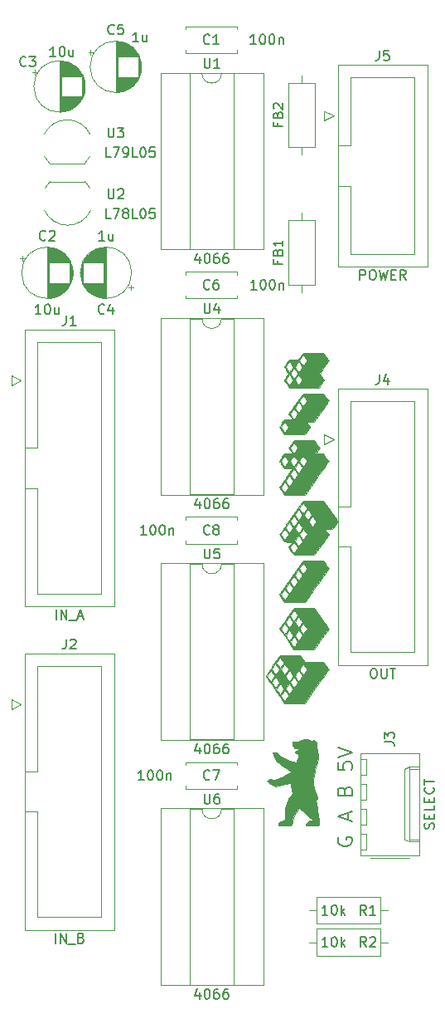
<source format=gbr>
%TF.GenerationSoftware,KiCad,Pcbnew,5.1.10-88a1d61d58~88~ubuntu20.10.1*%
%TF.CreationDate,2021-06-30T17:02:04+02:00*%
%TF.ProjectId,multiplexer-8,6d756c74-6970-46c6-9578-65722d382e6b,v1.0.0*%
%TF.SameCoordinates,Original*%
%TF.FileFunction,Legend,Top*%
%TF.FilePolarity,Positive*%
%FSLAX46Y46*%
G04 Gerber Fmt 4.6, Leading zero omitted, Abs format (unit mm)*
G04 Created by KiCad (PCBNEW 5.1.10-88a1d61d58~88~ubuntu20.10.1) date 2021-06-30 17:02:04*
%MOMM*%
%LPD*%
G01*
G04 APERTURE LIST*
%ADD10C,0.200000*%
%ADD11C,0.010000*%
%ADD12C,0.120000*%
%ADD13C,0.150000*%
G04 APERTURE END LIST*
D10*
X95750000Y-121571428D02*
X95678571Y-121714285D01*
X95678571Y-121928571D01*
X95750000Y-122142857D01*
X95892857Y-122285714D01*
X96035714Y-122357142D01*
X96321428Y-122428571D01*
X96535714Y-122428571D01*
X96821428Y-122357142D01*
X96964285Y-122285714D01*
X97107142Y-122142857D01*
X97178571Y-121928571D01*
X97178571Y-121785714D01*
X97107142Y-121571428D01*
X97035714Y-121500000D01*
X96535714Y-121500000D01*
X96535714Y-121785714D01*
X96750000Y-119785714D02*
X96750000Y-119071428D01*
X97178571Y-119928571D02*
X95678571Y-119428571D01*
X97178571Y-118928571D01*
X96392857Y-116785714D02*
X96464285Y-116571428D01*
X96535714Y-116500000D01*
X96678571Y-116428571D01*
X96892857Y-116428571D01*
X97035714Y-116500000D01*
X97107142Y-116571428D01*
X97178571Y-116714285D01*
X97178571Y-117285714D01*
X95678571Y-117285714D01*
X95678571Y-116785714D01*
X95750000Y-116642857D01*
X95821428Y-116571428D01*
X95964285Y-116500000D01*
X96107142Y-116500000D01*
X96250000Y-116571428D01*
X96321428Y-116642857D01*
X96392857Y-116785714D01*
X96392857Y-117285714D01*
X95678571Y-113928571D02*
X95678571Y-114642857D01*
X96392857Y-114714285D01*
X96321428Y-114642857D01*
X96250000Y-114500000D01*
X96250000Y-114142857D01*
X96321428Y-114000000D01*
X96392857Y-113928571D01*
X96535714Y-113857142D01*
X96892857Y-113857142D01*
X97035714Y-113928571D01*
X97107142Y-114000000D01*
X97178571Y-114142857D01*
X97178571Y-114500000D01*
X97107142Y-114642857D01*
X97035714Y-114714285D01*
X95678571Y-113428571D02*
X97178571Y-112928571D01*
X95678571Y-112428571D01*
D11*
%TO.C,G\u002A\u002A\u002A*%
G36*
X92601273Y-111581562D02*
G01*
X92743659Y-111599840D01*
X92842208Y-111634138D01*
X92869473Y-111650115D01*
X92967908Y-111698046D01*
X93055891Y-111689155D01*
X93087897Y-111675939D01*
X93227139Y-111651931D01*
X93355603Y-111695758D01*
X93457398Y-111790743D01*
X93516630Y-111920209D01*
X93517409Y-112067479D01*
X93503918Y-112112506D01*
X93481668Y-112206354D01*
X93491005Y-112312349D01*
X93534850Y-112461804D01*
X93537101Y-112468367D01*
X93582979Y-112629042D01*
X93627903Y-112831449D01*
X93662492Y-113033074D01*
X93663756Y-113042184D01*
X93686095Y-113302991D01*
X93677448Y-113560293D01*
X93634870Y-113833849D01*
X93555414Y-114143419D01*
X93451938Y-114463384D01*
X93378421Y-114694264D01*
X93311123Y-114938150D01*
X93258971Y-115160979D01*
X93236203Y-115286557D01*
X93205174Y-115679514D01*
X93218360Y-116098677D01*
X93272360Y-116517957D01*
X93363775Y-116911263D01*
X93489204Y-117252505D01*
X93493696Y-117262175D01*
X93571325Y-117458062D01*
X93594958Y-117596770D01*
X93564507Y-117675443D01*
X93506527Y-117693334D01*
X93486786Y-117692783D01*
X93471586Y-117696604D01*
X93461807Y-117713003D01*
X93458325Y-117750188D01*
X93462017Y-117816365D01*
X93473762Y-117919743D01*
X93494436Y-118068528D01*
X93524918Y-118270929D01*
X93566084Y-118535151D01*
X93618814Y-118869403D01*
X93660424Y-119132667D01*
X93711320Y-119458409D01*
X93749092Y-119711126D01*
X93774697Y-119901281D01*
X93789088Y-120039334D01*
X93793222Y-120135750D01*
X93788054Y-120200991D01*
X93774539Y-120245519D01*
X93763823Y-120265084D01*
X93737384Y-120301132D01*
X93702179Y-120326711D01*
X93644651Y-120343614D01*
X93551244Y-120353633D01*
X93408400Y-120358561D01*
X93202563Y-120360192D01*
X93043602Y-120360334D01*
X92383822Y-120360334D01*
X92412597Y-120243917D01*
X92496921Y-120071733D01*
X92649287Y-119933128D01*
X92856572Y-119837585D01*
X93024372Y-119801776D01*
X93065520Y-119790011D01*
X93065256Y-119763384D01*
X93015610Y-119712408D01*
X92908616Y-119627596D01*
X92826369Y-119566006D01*
X92674431Y-119442976D01*
X92491086Y-119279071D01*
X92300895Y-119096941D01*
X92149219Y-118941550D01*
X91772279Y-118539923D01*
X91591494Y-118783378D01*
X91409154Y-119051960D01*
X91272697Y-119313283D01*
X91166397Y-119601223D01*
X91100439Y-119841063D01*
X91052698Y-120019602D01*
X91005827Y-120170602D01*
X90966856Y-120272431D01*
X90951485Y-120299463D01*
X90913726Y-120323838D01*
X90839552Y-120341092D01*
X90717219Y-120352244D01*
X90534985Y-120358312D01*
X90281105Y-120360317D01*
X90249983Y-120360334D01*
X89599000Y-120360334D01*
X89599000Y-120250267D01*
X89638560Y-120116465D01*
X89746531Y-119990405D01*
X89906852Y-119885548D01*
X90103461Y-119815357D01*
X90122975Y-119811078D01*
X90259327Y-119779695D01*
X90329070Y-119750928D01*
X90349144Y-119713672D01*
X90340297Y-119668598D01*
X90326218Y-119589081D01*
X90311038Y-119447537D01*
X90296915Y-119266542D01*
X90289002Y-119132138D01*
X90296953Y-118688761D01*
X90371599Y-118280815D01*
X90517747Y-117893175D01*
X90740208Y-117510716D01*
X90855355Y-117350885D01*
X91066977Y-117071937D01*
X90989866Y-116694718D01*
X90954729Y-116508075D01*
X90927798Y-116336985D01*
X90913360Y-116209820D01*
X90912045Y-116179917D01*
X90896894Y-116077094D01*
X90848888Y-116042513D01*
X90843417Y-116042334D01*
X90781543Y-116050462D01*
X90651394Y-116073030D01*
X90467601Y-116107317D01*
X90244799Y-116150598D01*
X90022394Y-116195117D01*
X89269288Y-116347901D01*
X88862644Y-116105235D01*
X88699539Y-116003389D01*
X88567627Y-115912436D01*
X88481742Y-115843172D01*
X88456000Y-115809153D01*
X88493186Y-115740222D01*
X88585880Y-115675224D01*
X88705786Y-115630146D01*
X88792570Y-115619000D01*
X88914377Y-115630272D01*
X89064516Y-115658471D01*
X89112752Y-115670433D01*
X89305052Y-115721865D01*
X90108193Y-115322073D01*
X90345888Y-115202736D01*
X90555560Y-115095524D01*
X90726167Y-115006245D01*
X90846664Y-114940707D01*
X90906009Y-114904717D01*
X90910293Y-114900224D01*
X90877649Y-114869530D01*
X90786785Y-114795765D01*
X90647360Y-114686464D01*
X90469033Y-114549159D01*
X90261463Y-114391385D01*
X90155407Y-114311443D01*
X89401562Y-113744719D01*
X89224883Y-113358943D01*
X89149950Y-113190252D01*
X89090834Y-113047504D01*
X89055268Y-112949926D01*
X89048435Y-112920250D01*
X89085911Y-112889954D01*
X89179152Y-112871310D01*
X89299843Y-112866005D01*
X89419673Y-112875725D01*
X89491820Y-112893841D01*
X89550522Y-112942078D01*
X89632101Y-113040043D01*
X89700886Y-113139184D01*
X89840873Y-113358020D01*
X90594745Y-113641924D01*
X90829771Y-113729769D01*
X91035629Y-113805444D01*
X91200032Y-113864537D01*
X91310695Y-113902636D01*
X91355330Y-113915328D01*
X91355657Y-113915164D01*
X91382711Y-113878393D01*
X91445831Y-113793711D01*
X91515170Y-113701055D01*
X91604047Y-113567499D01*
X91671396Y-113439097D01*
X91695397Y-113371251D01*
X91690072Y-113222371D01*
X91618947Y-113093875D01*
X91497898Y-113014077D01*
X91494545Y-113013005D01*
X91386031Y-112954951D01*
X91337881Y-112879810D01*
X91354235Y-112807526D01*
X91439236Y-112758045D01*
X91441488Y-112757470D01*
X91552614Y-112697742D01*
X91639492Y-112597547D01*
X91673334Y-112492695D01*
X91652819Y-112457582D01*
X91580244Y-112446342D01*
X91464810Y-112453265D01*
X91335774Y-112460792D01*
X91257249Y-112443594D01*
X91196039Y-112389660D01*
X91159938Y-112342981D01*
X91078787Y-112169026D01*
X91061544Y-112021414D01*
X91059500Y-111830167D01*
X91313500Y-111818927D01*
X91606056Y-111769994D01*
X91800334Y-111691927D01*
X91934375Y-111631851D01*
X92057702Y-111596679D01*
X92202258Y-111580191D01*
X92394919Y-111576167D01*
X92601273Y-111581562D01*
G37*
X92601273Y-111581562D02*
X92743659Y-111599840D01*
X92842208Y-111634138D01*
X92869473Y-111650115D01*
X92967908Y-111698046D01*
X93055891Y-111689155D01*
X93087897Y-111675939D01*
X93227139Y-111651931D01*
X93355603Y-111695758D01*
X93457398Y-111790743D01*
X93516630Y-111920209D01*
X93517409Y-112067479D01*
X93503918Y-112112506D01*
X93481668Y-112206354D01*
X93491005Y-112312349D01*
X93534850Y-112461804D01*
X93537101Y-112468367D01*
X93582979Y-112629042D01*
X93627903Y-112831449D01*
X93662492Y-113033074D01*
X93663756Y-113042184D01*
X93686095Y-113302991D01*
X93677448Y-113560293D01*
X93634870Y-113833849D01*
X93555414Y-114143419D01*
X93451938Y-114463384D01*
X93378421Y-114694264D01*
X93311123Y-114938150D01*
X93258971Y-115160979D01*
X93236203Y-115286557D01*
X93205174Y-115679514D01*
X93218360Y-116098677D01*
X93272360Y-116517957D01*
X93363775Y-116911263D01*
X93489204Y-117252505D01*
X93493696Y-117262175D01*
X93571325Y-117458062D01*
X93594958Y-117596770D01*
X93564507Y-117675443D01*
X93506527Y-117693334D01*
X93486786Y-117692783D01*
X93471586Y-117696604D01*
X93461807Y-117713003D01*
X93458325Y-117750188D01*
X93462017Y-117816365D01*
X93473762Y-117919743D01*
X93494436Y-118068528D01*
X93524918Y-118270929D01*
X93566084Y-118535151D01*
X93618814Y-118869403D01*
X93660424Y-119132667D01*
X93711320Y-119458409D01*
X93749092Y-119711126D01*
X93774697Y-119901281D01*
X93789088Y-120039334D01*
X93793222Y-120135750D01*
X93788054Y-120200991D01*
X93774539Y-120245519D01*
X93763823Y-120265084D01*
X93737384Y-120301132D01*
X93702179Y-120326711D01*
X93644651Y-120343614D01*
X93551244Y-120353633D01*
X93408400Y-120358561D01*
X93202563Y-120360192D01*
X93043602Y-120360334D01*
X92383822Y-120360334D01*
X92412597Y-120243917D01*
X92496921Y-120071733D01*
X92649287Y-119933128D01*
X92856572Y-119837585D01*
X93024372Y-119801776D01*
X93065520Y-119790011D01*
X93065256Y-119763384D01*
X93015610Y-119712408D01*
X92908616Y-119627596D01*
X92826369Y-119566006D01*
X92674431Y-119442976D01*
X92491086Y-119279071D01*
X92300895Y-119096941D01*
X92149219Y-118941550D01*
X91772279Y-118539923D01*
X91591494Y-118783378D01*
X91409154Y-119051960D01*
X91272697Y-119313283D01*
X91166397Y-119601223D01*
X91100439Y-119841063D01*
X91052698Y-120019602D01*
X91005827Y-120170602D01*
X90966856Y-120272431D01*
X90951485Y-120299463D01*
X90913726Y-120323838D01*
X90839552Y-120341092D01*
X90717219Y-120352244D01*
X90534985Y-120358312D01*
X90281105Y-120360317D01*
X90249983Y-120360334D01*
X89599000Y-120360334D01*
X89599000Y-120250267D01*
X89638560Y-120116465D01*
X89746531Y-119990405D01*
X89906852Y-119885548D01*
X90103461Y-119815357D01*
X90122975Y-119811078D01*
X90259327Y-119779695D01*
X90329070Y-119750928D01*
X90349144Y-119713672D01*
X90340297Y-119668598D01*
X90326218Y-119589081D01*
X90311038Y-119447537D01*
X90296915Y-119266542D01*
X90289002Y-119132138D01*
X90296953Y-118688761D01*
X90371599Y-118280815D01*
X90517747Y-117893175D01*
X90740208Y-117510716D01*
X90855355Y-117350885D01*
X91066977Y-117071937D01*
X90989866Y-116694718D01*
X90954729Y-116508075D01*
X90927798Y-116336985D01*
X90913360Y-116209820D01*
X90912045Y-116179917D01*
X90896894Y-116077094D01*
X90848888Y-116042513D01*
X90843417Y-116042334D01*
X90781543Y-116050462D01*
X90651394Y-116073030D01*
X90467601Y-116107317D01*
X90244799Y-116150598D01*
X90022394Y-116195117D01*
X89269288Y-116347901D01*
X88862644Y-116105235D01*
X88699539Y-116003389D01*
X88567627Y-115912436D01*
X88481742Y-115843172D01*
X88456000Y-115809153D01*
X88493186Y-115740222D01*
X88585880Y-115675224D01*
X88705786Y-115630146D01*
X88792570Y-115619000D01*
X88914377Y-115630272D01*
X89064516Y-115658471D01*
X89112752Y-115670433D01*
X89305052Y-115721865D01*
X90108193Y-115322073D01*
X90345888Y-115202736D01*
X90555560Y-115095524D01*
X90726167Y-115006245D01*
X90846664Y-114940707D01*
X90906009Y-114904717D01*
X90910293Y-114900224D01*
X90877649Y-114869530D01*
X90786785Y-114795765D01*
X90647360Y-114686464D01*
X90469033Y-114549159D01*
X90261463Y-114391385D01*
X90155407Y-114311443D01*
X89401562Y-113744719D01*
X89224883Y-113358943D01*
X89149950Y-113190252D01*
X89090834Y-113047504D01*
X89055268Y-112949926D01*
X89048435Y-112920250D01*
X89085911Y-112889954D01*
X89179152Y-112871310D01*
X89299843Y-112866005D01*
X89419673Y-112875725D01*
X89491820Y-112893841D01*
X89550522Y-112942078D01*
X89632101Y-113040043D01*
X89700886Y-113139184D01*
X89840873Y-113358020D01*
X90594745Y-113641924D01*
X90829771Y-113729769D01*
X91035629Y-113805444D01*
X91200032Y-113864537D01*
X91310695Y-113902636D01*
X91355330Y-113915328D01*
X91355657Y-113915164D01*
X91382711Y-113878393D01*
X91445831Y-113793711D01*
X91515170Y-113701055D01*
X91604047Y-113567499D01*
X91671396Y-113439097D01*
X91695397Y-113371251D01*
X91690072Y-113222371D01*
X91618947Y-113093875D01*
X91497898Y-113014077D01*
X91494545Y-113013005D01*
X91386031Y-112954951D01*
X91337881Y-112879810D01*
X91354235Y-112807526D01*
X91439236Y-112758045D01*
X91441488Y-112757470D01*
X91552614Y-112697742D01*
X91639492Y-112597547D01*
X91673334Y-112492695D01*
X91652819Y-112457582D01*
X91580244Y-112446342D01*
X91464810Y-112453265D01*
X91335774Y-112460792D01*
X91257249Y-112443594D01*
X91196039Y-112389660D01*
X91159938Y-112342981D01*
X91078787Y-112169026D01*
X91061544Y-112021414D01*
X91059500Y-111830167D01*
X91313500Y-111818927D01*
X91606056Y-111769994D01*
X91800334Y-111691927D01*
X91934375Y-111631851D01*
X92057702Y-111596679D01*
X92202258Y-111580191D01*
X92394919Y-111576167D01*
X92601273Y-111581562D01*
G36*
X89786407Y-90562818D02*
G01*
X89809428Y-90530021D01*
X89855091Y-90465308D01*
X89921547Y-90371293D01*
X90006945Y-90250588D01*
X90109433Y-90105806D01*
X90227163Y-89939561D01*
X90358283Y-89754465D01*
X90500943Y-89553131D01*
X90653293Y-89338172D01*
X90813482Y-89112200D01*
X90979659Y-88877830D01*
X91001935Y-88846416D01*
X92142691Y-87237750D01*
X93178471Y-87232261D01*
X94214250Y-87226772D01*
X94944939Y-88258844D01*
X95076634Y-88444926D01*
X95201145Y-88620987D01*
X95316301Y-88783947D01*
X95419928Y-88930726D01*
X95509855Y-89058244D01*
X95583908Y-89163418D01*
X95639916Y-89243170D01*
X95675705Y-89294419D01*
X95689024Y-89313940D01*
X95681284Y-89337223D01*
X95652166Y-89389625D01*
X95604977Y-89465881D01*
X95543026Y-89560720D01*
X95469623Y-89668874D01*
X95433418Y-89720938D01*
X95164417Y-90104911D01*
X94372189Y-90105833D01*
X94567220Y-90383925D01*
X94633098Y-90478278D01*
X94689468Y-90559811D01*
X94732247Y-90622552D01*
X94757348Y-90660528D01*
X94762250Y-90669092D01*
X94750378Y-90687165D01*
X94716165Y-90736803D01*
X94661712Y-90815009D01*
X94589122Y-90918786D01*
X94500498Y-91045137D01*
X94397942Y-91191063D01*
X94283557Y-91353569D01*
X94159444Y-91529655D01*
X94027707Y-91716326D01*
X94021936Y-91724500D01*
X93281621Y-92772833D01*
X93085919Y-92772833D01*
X93085919Y-89869626D01*
X93102027Y-89854950D01*
X93137379Y-89812907D01*
X93186656Y-89750606D01*
X93244540Y-89675160D01*
X93305713Y-89593679D01*
X93364857Y-89513274D01*
X93416653Y-89441057D01*
X93455783Y-89384138D01*
X93476928Y-89349629D01*
X93479147Y-89343833D01*
X93468007Y-89323765D01*
X93436501Y-89275455D01*
X93388828Y-89205138D01*
X93329186Y-89119049D01*
X93295216Y-89070659D01*
X93229616Y-88979404D01*
X93171483Y-88901880D01*
X93125530Y-88844115D01*
X93096468Y-88812135D01*
X93089682Y-88807697D01*
X93072276Y-88823596D01*
X93035693Y-88866686D01*
X92985390Y-88929730D01*
X92926822Y-89005489D01*
X92865443Y-89086726D01*
X92806711Y-89166202D01*
X92756081Y-89236681D01*
X92719007Y-89290924D01*
X92700946Y-89321692D01*
X92700066Y-89324596D01*
X92711033Y-89346375D01*
X92741969Y-89394865D01*
X92787682Y-89462730D01*
X92842979Y-89542638D01*
X92902669Y-89627254D01*
X92961559Y-89709244D01*
X93014457Y-89781273D01*
X93056170Y-89836008D01*
X93081507Y-89866114D01*
X93085919Y-89869626D01*
X93085919Y-92772833D01*
X92632406Y-92772833D01*
X92632406Y-89205401D01*
X92656708Y-89175778D01*
X92697074Y-89120899D01*
X92748316Y-89048408D01*
X92805249Y-88965947D01*
X92862686Y-88881161D01*
X92915440Y-88801693D01*
X92958325Y-88735186D01*
X92986153Y-88689285D01*
X92994100Y-88672375D01*
X92982744Y-88646805D01*
X92950962Y-88593496D01*
X92902992Y-88519112D01*
X92843072Y-88430323D01*
X92809625Y-88382139D01*
X92744884Y-88290668D01*
X92688600Y-88212914D01*
X92645200Y-88154858D01*
X92619115Y-88122481D01*
X92613834Y-88117778D01*
X92595620Y-88134502D01*
X92559993Y-88179717D01*
X92511933Y-88245987D01*
X92456416Y-88325875D01*
X92398422Y-88411946D01*
X92342928Y-88496762D01*
X92294913Y-88572888D01*
X92259355Y-88632887D01*
X92241232Y-88669323D01*
X92240094Y-88676055D01*
X92258315Y-88708855D01*
X92294882Y-88764416D01*
X92344629Y-88835769D01*
X92402393Y-88915947D01*
X92463008Y-88997981D01*
X92521312Y-89074904D01*
X92572140Y-89139748D01*
X92610327Y-89185544D01*
X92630710Y-89205325D01*
X92632406Y-89205401D01*
X92632406Y-92772833D01*
X92151609Y-92772833D01*
X92151609Y-91229355D01*
X92348400Y-90948126D01*
X92545191Y-90666898D01*
X92461142Y-90550407D01*
X92407149Y-90475061D01*
X92341802Y-90383140D01*
X92277986Y-90292777D01*
X92269328Y-90280458D01*
X92220101Y-90212213D01*
X92179745Y-90159702D01*
X92154408Y-90130779D01*
X92149573Y-90127550D01*
X92148877Y-90128072D01*
X92148877Y-88528916D01*
X92166075Y-88512701D01*
X92201932Y-88468955D01*
X92251116Y-88405023D01*
X92308296Y-88328253D01*
X92368139Y-88245994D01*
X92425315Y-88165591D01*
X92474490Y-88094391D01*
X92510334Y-88039743D01*
X92527514Y-88008993D01*
X92528262Y-88006127D01*
X92517010Y-87984620D01*
X92485345Y-87934803D01*
X92437375Y-87862873D01*
X92377205Y-87775031D01*
X92335764Y-87715566D01*
X92142362Y-87439795D01*
X91944593Y-87717498D01*
X91746824Y-87995200D01*
X91817673Y-88092725D01*
X91862622Y-88154931D01*
X91921865Y-88237370D01*
X91985160Y-88325780D01*
X92009293Y-88359583D01*
X92062468Y-88431620D01*
X92107818Y-88488418D01*
X92139168Y-88522490D01*
X92148877Y-88528916D01*
X92148877Y-90128072D01*
X92140502Y-90134362D01*
X92121299Y-90156608D01*
X92089436Y-90197670D01*
X92042386Y-90260931D01*
X91977620Y-90349770D01*
X91892610Y-90467572D01*
X91824410Y-90562517D01*
X91747333Y-90669950D01*
X91897466Y-90880017D01*
X91961391Y-90969202D01*
X92021482Y-91052578D01*
X92070602Y-91120270D01*
X92099604Y-91159719D01*
X92151609Y-91229355D01*
X92151609Y-92772833D01*
X91678787Y-92772833D01*
X91678787Y-91882845D01*
X91695044Y-91866291D01*
X91730106Y-91822198D01*
X91778719Y-91757856D01*
X91835629Y-91680558D01*
X91895582Y-91597596D01*
X91953324Y-91516263D01*
X92003601Y-91443849D01*
X92041159Y-91387648D01*
X92060744Y-91354950D01*
X92062377Y-91350460D01*
X92051200Y-91328955D01*
X92019601Y-91279141D01*
X91971682Y-91207217D01*
X91911544Y-91119380D01*
X91870098Y-91059900D01*
X91689529Y-90802428D01*
X91689529Y-90528784D01*
X91695794Y-90524636D01*
X91727271Y-90487371D01*
X91772513Y-90426948D01*
X91826493Y-90350889D01*
X91884184Y-90266713D01*
X91940558Y-90181939D01*
X91990590Y-90104086D01*
X92029251Y-90040675D01*
X92051516Y-89999224D01*
X92054809Y-89987607D01*
X92040050Y-89963056D01*
X92005079Y-89910823D01*
X91954460Y-89837555D01*
X91892754Y-89749899D01*
X91861720Y-89706318D01*
X91797200Y-89616868D01*
X91741834Y-89541675D01*
X91699982Y-89486537D01*
X91676006Y-89457255D01*
X91672077Y-89454128D01*
X91669931Y-89457075D01*
X91669931Y-89198004D01*
X91689048Y-89185027D01*
X91725705Y-89143452D01*
X91774875Y-89080500D01*
X91831532Y-89003390D01*
X91890648Y-88919341D01*
X91947196Y-88835575D01*
X91996150Y-88759309D01*
X92032482Y-88697763D01*
X92051166Y-88658158D01*
X92052316Y-88648830D01*
X92036899Y-88622310D01*
X92001258Y-88568421D01*
X91950076Y-88494029D01*
X91888031Y-88405996D01*
X91859887Y-88366644D01*
X91795104Y-88278918D01*
X91738368Y-88206716D01*
X91694313Y-88155580D01*
X91667570Y-88131049D01*
X91662274Y-88130314D01*
X91644462Y-88153931D01*
X91607970Y-88204302D01*
X91558466Y-88273551D01*
X91512480Y-88338416D01*
X91451942Y-88423785D01*
X91395275Y-88503122D01*
X91350053Y-88565852D01*
X91329174Y-88594340D01*
X91280448Y-88659763D01*
X91465599Y-88924761D01*
X91531058Y-89017250D01*
X91588938Y-89096782D01*
X91634569Y-89157116D01*
X91663283Y-89192008D01*
X91669931Y-89198004D01*
X91669931Y-89457075D01*
X91658670Y-89472545D01*
X91624941Y-89519386D01*
X91575205Y-89588650D01*
X91513773Y-89674332D01*
X91474135Y-89729672D01*
X91281221Y-89999094D01*
X91475051Y-90275475D01*
X91550202Y-90381226D01*
X91605722Y-90455478D01*
X91645115Y-90502185D01*
X91671883Y-90525303D01*
X91689529Y-90528784D01*
X91689529Y-90802428D01*
X91676695Y-90784128D01*
X91280555Y-91340378D01*
X91329492Y-91405731D01*
X91361274Y-91449476D01*
X91410032Y-91518120D01*
X91468728Y-91601701D01*
X91521460Y-91677458D01*
X91578272Y-91757716D01*
X91626912Y-91823229D01*
X91662173Y-91867202D01*
X91678787Y-91882845D01*
X91678787Y-92772833D01*
X91216594Y-92772833D01*
X91216594Y-92546988D01*
X91233717Y-92524208D01*
X91270311Y-92473176D01*
X91321738Y-92400438D01*
X91383357Y-92312536D01*
X91415122Y-92266980D01*
X91489243Y-92157276D01*
X91542702Y-92071176D01*
X91573698Y-92011803D01*
X91580434Y-91982278D01*
X91579819Y-91981230D01*
X91561699Y-91956193D01*
X91524233Y-91903376D01*
X91472311Y-91829706D01*
X91410823Y-91742113D01*
X91387780Y-91709208D01*
X91324818Y-91620647D01*
X91269954Y-91546111D01*
X91227870Y-91491760D01*
X91203249Y-91463757D01*
X91201528Y-91462662D01*
X91201528Y-89893285D01*
X91398391Y-89614451D01*
X91464033Y-89519034D01*
X91518701Y-89434854D01*
X91558563Y-89368199D01*
X91579790Y-89325361D01*
X91581780Y-89313267D01*
X91565211Y-89288721D01*
X91528874Y-89236518D01*
X91477555Y-89163486D01*
X91416042Y-89076454D01*
X91391754Y-89042208D01*
X91327989Y-88953833D01*
X91272331Y-88879415D01*
X91229508Y-88825072D01*
X91204254Y-88796924D01*
X91200143Y-88794369D01*
X91184435Y-88810798D01*
X91149830Y-88854707D01*
X91101587Y-88918812D01*
X91044965Y-88995829D01*
X90985224Y-89078471D01*
X90927620Y-89159455D01*
X90877414Y-89231495D01*
X90839864Y-89287308D01*
X90820229Y-89319607D01*
X90819008Y-89322348D01*
X90828442Y-89344440D01*
X90858541Y-89394744D01*
X90905327Y-89467052D01*
X90964825Y-89555154D01*
X91007147Y-89616118D01*
X91201528Y-89893285D01*
X91201528Y-91462662D01*
X91199401Y-91461307D01*
X91181245Y-91477939D01*
X91147192Y-91520850D01*
X91104499Y-91580874D01*
X91103044Y-91583015D01*
X91049641Y-91661174D01*
X90984933Y-91755104D01*
X90921933Y-91845926D01*
X90915216Y-91855561D01*
X90809428Y-92007206D01*
X91005085Y-92285883D01*
X91071798Y-92378555D01*
X91130724Y-92455989D01*
X91177496Y-92512796D01*
X91207749Y-92543586D01*
X91216594Y-92546988D01*
X91216594Y-92772833D01*
X91197757Y-92772833D01*
X90923470Y-92389539D01*
X90649183Y-92006246D01*
X90848737Y-91728081D01*
X91048290Y-91449916D01*
X90727563Y-91441464D01*
X90727563Y-90554042D01*
X90829323Y-90412059D01*
X90892573Y-90324407D01*
X90960813Y-90230766D01*
X91019331Y-90151321D01*
X91019635Y-90150913D01*
X91064090Y-90087755D01*
X91096339Y-90035604D01*
X91109564Y-90005509D01*
X91109593Y-90005121D01*
X91098416Y-89978127D01*
X91067017Y-89925112D01*
X91020386Y-89854060D01*
X90970656Y-89782871D01*
X90908315Y-89696215D01*
X90849609Y-89615032D01*
X90802147Y-89549822D01*
X90778325Y-89517470D01*
X90726338Y-89447689D01*
X90537669Y-89714517D01*
X90472575Y-89807728D01*
X90417198Y-89889221D01*
X90375767Y-89952596D01*
X90352512Y-89991453D01*
X90349000Y-90000000D01*
X90360644Y-90022894D01*
X90392760Y-90073785D01*
X90441128Y-90146285D01*
X90501523Y-90234008D01*
X90538281Y-90286349D01*
X90727563Y-90554042D01*
X90727563Y-91441464D01*
X90646732Y-91439333D01*
X90251082Y-91428906D01*
X90251082Y-91205389D01*
X90270446Y-91191052D01*
X90307479Y-91148326D01*
X90357071Y-91084505D01*
X90414113Y-91006883D01*
X90473497Y-90922755D01*
X90530113Y-90839415D01*
X90578854Y-90764157D01*
X90614609Y-90704277D01*
X90632271Y-90667067D01*
X90633073Y-90659983D01*
X90618373Y-90633558D01*
X90583688Y-90579394D01*
X90533520Y-90504285D01*
X90472369Y-90415026D01*
X90440508Y-90369254D01*
X90376605Y-90278589D01*
X90321803Y-90202122D01*
X90280360Y-90145694D01*
X90256537Y-90115145D01*
X90252518Y-90111437D01*
X90237659Y-90131965D01*
X90203889Y-90179743D01*
X90156455Y-90247260D01*
X90100605Y-90327005D01*
X90041587Y-90411465D01*
X89984649Y-90493129D01*
X89935038Y-90564485D01*
X89898003Y-90618021D01*
X89878792Y-90646226D01*
X89877593Y-90648095D01*
X89884688Y-90671408D01*
X89911781Y-90721524D01*
X89953919Y-90791051D01*
X90006146Y-90872594D01*
X90063507Y-90958760D01*
X90121048Y-91042157D01*
X90173814Y-91115391D01*
X90216850Y-91171068D01*
X90245200Y-91201795D01*
X90251082Y-91205389D01*
X90251082Y-91428906D01*
X90245175Y-91428750D01*
X89978404Y-91049651D01*
X89711634Y-90670553D01*
X89786407Y-90562818D01*
G37*
X89786407Y-90562818D02*
X89809428Y-90530021D01*
X89855091Y-90465308D01*
X89921547Y-90371293D01*
X90006945Y-90250588D01*
X90109433Y-90105806D01*
X90227163Y-89939561D01*
X90358283Y-89754465D01*
X90500943Y-89553131D01*
X90653293Y-89338172D01*
X90813482Y-89112200D01*
X90979659Y-88877830D01*
X91001935Y-88846416D01*
X92142691Y-87237750D01*
X93178471Y-87232261D01*
X94214250Y-87226772D01*
X94944939Y-88258844D01*
X95076634Y-88444926D01*
X95201145Y-88620987D01*
X95316301Y-88783947D01*
X95419928Y-88930726D01*
X95509855Y-89058244D01*
X95583908Y-89163418D01*
X95639916Y-89243170D01*
X95675705Y-89294419D01*
X95689024Y-89313940D01*
X95681284Y-89337223D01*
X95652166Y-89389625D01*
X95604977Y-89465881D01*
X95543026Y-89560720D01*
X95469623Y-89668874D01*
X95433418Y-89720938D01*
X95164417Y-90104911D01*
X94372189Y-90105833D01*
X94567220Y-90383925D01*
X94633098Y-90478278D01*
X94689468Y-90559811D01*
X94732247Y-90622552D01*
X94757348Y-90660528D01*
X94762250Y-90669092D01*
X94750378Y-90687165D01*
X94716165Y-90736803D01*
X94661712Y-90815009D01*
X94589122Y-90918786D01*
X94500498Y-91045137D01*
X94397942Y-91191063D01*
X94283557Y-91353569D01*
X94159444Y-91529655D01*
X94027707Y-91716326D01*
X94021936Y-91724500D01*
X93281621Y-92772833D01*
X93085919Y-92772833D01*
X93085919Y-89869626D01*
X93102027Y-89854950D01*
X93137379Y-89812907D01*
X93186656Y-89750606D01*
X93244540Y-89675160D01*
X93305713Y-89593679D01*
X93364857Y-89513274D01*
X93416653Y-89441057D01*
X93455783Y-89384138D01*
X93476928Y-89349629D01*
X93479147Y-89343833D01*
X93468007Y-89323765D01*
X93436501Y-89275455D01*
X93388828Y-89205138D01*
X93329186Y-89119049D01*
X93295216Y-89070659D01*
X93229616Y-88979404D01*
X93171483Y-88901880D01*
X93125530Y-88844115D01*
X93096468Y-88812135D01*
X93089682Y-88807697D01*
X93072276Y-88823596D01*
X93035693Y-88866686D01*
X92985390Y-88929730D01*
X92926822Y-89005489D01*
X92865443Y-89086726D01*
X92806711Y-89166202D01*
X92756081Y-89236681D01*
X92719007Y-89290924D01*
X92700946Y-89321692D01*
X92700066Y-89324596D01*
X92711033Y-89346375D01*
X92741969Y-89394865D01*
X92787682Y-89462730D01*
X92842979Y-89542638D01*
X92902669Y-89627254D01*
X92961559Y-89709244D01*
X93014457Y-89781273D01*
X93056170Y-89836008D01*
X93081507Y-89866114D01*
X93085919Y-89869626D01*
X93085919Y-92772833D01*
X92632406Y-92772833D01*
X92632406Y-89205401D01*
X92656708Y-89175778D01*
X92697074Y-89120899D01*
X92748316Y-89048408D01*
X92805249Y-88965947D01*
X92862686Y-88881161D01*
X92915440Y-88801693D01*
X92958325Y-88735186D01*
X92986153Y-88689285D01*
X92994100Y-88672375D01*
X92982744Y-88646805D01*
X92950962Y-88593496D01*
X92902992Y-88519112D01*
X92843072Y-88430323D01*
X92809625Y-88382139D01*
X92744884Y-88290668D01*
X92688600Y-88212914D01*
X92645200Y-88154858D01*
X92619115Y-88122481D01*
X92613834Y-88117778D01*
X92595620Y-88134502D01*
X92559993Y-88179717D01*
X92511933Y-88245987D01*
X92456416Y-88325875D01*
X92398422Y-88411946D01*
X92342928Y-88496762D01*
X92294913Y-88572888D01*
X92259355Y-88632887D01*
X92241232Y-88669323D01*
X92240094Y-88676055D01*
X92258315Y-88708855D01*
X92294882Y-88764416D01*
X92344629Y-88835769D01*
X92402393Y-88915947D01*
X92463008Y-88997981D01*
X92521312Y-89074904D01*
X92572140Y-89139748D01*
X92610327Y-89185544D01*
X92630710Y-89205325D01*
X92632406Y-89205401D01*
X92632406Y-92772833D01*
X92151609Y-92772833D01*
X92151609Y-91229355D01*
X92348400Y-90948126D01*
X92545191Y-90666898D01*
X92461142Y-90550407D01*
X92407149Y-90475061D01*
X92341802Y-90383140D01*
X92277986Y-90292777D01*
X92269328Y-90280458D01*
X92220101Y-90212213D01*
X92179745Y-90159702D01*
X92154408Y-90130779D01*
X92149573Y-90127550D01*
X92148877Y-90128072D01*
X92148877Y-88528916D01*
X92166075Y-88512701D01*
X92201932Y-88468955D01*
X92251116Y-88405023D01*
X92308296Y-88328253D01*
X92368139Y-88245994D01*
X92425315Y-88165591D01*
X92474490Y-88094391D01*
X92510334Y-88039743D01*
X92527514Y-88008993D01*
X92528262Y-88006127D01*
X92517010Y-87984620D01*
X92485345Y-87934803D01*
X92437375Y-87862873D01*
X92377205Y-87775031D01*
X92335764Y-87715566D01*
X92142362Y-87439795D01*
X91944593Y-87717498D01*
X91746824Y-87995200D01*
X91817673Y-88092725D01*
X91862622Y-88154931D01*
X91921865Y-88237370D01*
X91985160Y-88325780D01*
X92009293Y-88359583D01*
X92062468Y-88431620D01*
X92107818Y-88488418D01*
X92139168Y-88522490D01*
X92148877Y-88528916D01*
X92148877Y-90128072D01*
X92140502Y-90134362D01*
X92121299Y-90156608D01*
X92089436Y-90197670D01*
X92042386Y-90260931D01*
X91977620Y-90349770D01*
X91892610Y-90467572D01*
X91824410Y-90562517D01*
X91747333Y-90669950D01*
X91897466Y-90880017D01*
X91961391Y-90969202D01*
X92021482Y-91052578D01*
X92070602Y-91120270D01*
X92099604Y-91159719D01*
X92151609Y-91229355D01*
X92151609Y-92772833D01*
X91678787Y-92772833D01*
X91678787Y-91882845D01*
X91695044Y-91866291D01*
X91730106Y-91822198D01*
X91778719Y-91757856D01*
X91835629Y-91680558D01*
X91895582Y-91597596D01*
X91953324Y-91516263D01*
X92003601Y-91443849D01*
X92041159Y-91387648D01*
X92060744Y-91354950D01*
X92062377Y-91350460D01*
X92051200Y-91328955D01*
X92019601Y-91279141D01*
X91971682Y-91207217D01*
X91911544Y-91119380D01*
X91870098Y-91059900D01*
X91689529Y-90802428D01*
X91689529Y-90528784D01*
X91695794Y-90524636D01*
X91727271Y-90487371D01*
X91772513Y-90426948D01*
X91826493Y-90350889D01*
X91884184Y-90266713D01*
X91940558Y-90181939D01*
X91990590Y-90104086D01*
X92029251Y-90040675D01*
X92051516Y-89999224D01*
X92054809Y-89987607D01*
X92040050Y-89963056D01*
X92005079Y-89910823D01*
X91954460Y-89837555D01*
X91892754Y-89749899D01*
X91861720Y-89706318D01*
X91797200Y-89616868D01*
X91741834Y-89541675D01*
X91699982Y-89486537D01*
X91676006Y-89457255D01*
X91672077Y-89454128D01*
X91669931Y-89457075D01*
X91669931Y-89198004D01*
X91689048Y-89185027D01*
X91725705Y-89143452D01*
X91774875Y-89080500D01*
X91831532Y-89003390D01*
X91890648Y-88919341D01*
X91947196Y-88835575D01*
X91996150Y-88759309D01*
X92032482Y-88697763D01*
X92051166Y-88658158D01*
X92052316Y-88648830D01*
X92036899Y-88622310D01*
X92001258Y-88568421D01*
X91950076Y-88494029D01*
X91888031Y-88405996D01*
X91859887Y-88366644D01*
X91795104Y-88278918D01*
X91738368Y-88206716D01*
X91694313Y-88155580D01*
X91667570Y-88131049D01*
X91662274Y-88130314D01*
X91644462Y-88153931D01*
X91607970Y-88204302D01*
X91558466Y-88273551D01*
X91512480Y-88338416D01*
X91451942Y-88423785D01*
X91395275Y-88503122D01*
X91350053Y-88565852D01*
X91329174Y-88594340D01*
X91280448Y-88659763D01*
X91465599Y-88924761D01*
X91531058Y-89017250D01*
X91588938Y-89096782D01*
X91634569Y-89157116D01*
X91663283Y-89192008D01*
X91669931Y-89198004D01*
X91669931Y-89457075D01*
X91658670Y-89472545D01*
X91624941Y-89519386D01*
X91575205Y-89588650D01*
X91513773Y-89674332D01*
X91474135Y-89729672D01*
X91281221Y-89999094D01*
X91475051Y-90275475D01*
X91550202Y-90381226D01*
X91605722Y-90455478D01*
X91645115Y-90502185D01*
X91671883Y-90525303D01*
X91689529Y-90528784D01*
X91689529Y-90802428D01*
X91676695Y-90784128D01*
X91280555Y-91340378D01*
X91329492Y-91405731D01*
X91361274Y-91449476D01*
X91410032Y-91518120D01*
X91468728Y-91601701D01*
X91521460Y-91677458D01*
X91578272Y-91757716D01*
X91626912Y-91823229D01*
X91662173Y-91867202D01*
X91678787Y-91882845D01*
X91678787Y-92772833D01*
X91216594Y-92772833D01*
X91216594Y-92546988D01*
X91233717Y-92524208D01*
X91270311Y-92473176D01*
X91321738Y-92400438D01*
X91383357Y-92312536D01*
X91415122Y-92266980D01*
X91489243Y-92157276D01*
X91542702Y-92071176D01*
X91573698Y-92011803D01*
X91580434Y-91982278D01*
X91579819Y-91981230D01*
X91561699Y-91956193D01*
X91524233Y-91903376D01*
X91472311Y-91829706D01*
X91410823Y-91742113D01*
X91387780Y-91709208D01*
X91324818Y-91620647D01*
X91269954Y-91546111D01*
X91227870Y-91491760D01*
X91203249Y-91463757D01*
X91201528Y-91462662D01*
X91201528Y-89893285D01*
X91398391Y-89614451D01*
X91464033Y-89519034D01*
X91518701Y-89434854D01*
X91558563Y-89368199D01*
X91579790Y-89325361D01*
X91581780Y-89313267D01*
X91565211Y-89288721D01*
X91528874Y-89236518D01*
X91477555Y-89163486D01*
X91416042Y-89076454D01*
X91391754Y-89042208D01*
X91327989Y-88953833D01*
X91272331Y-88879415D01*
X91229508Y-88825072D01*
X91204254Y-88796924D01*
X91200143Y-88794369D01*
X91184435Y-88810798D01*
X91149830Y-88854707D01*
X91101587Y-88918812D01*
X91044965Y-88995829D01*
X90985224Y-89078471D01*
X90927620Y-89159455D01*
X90877414Y-89231495D01*
X90839864Y-89287308D01*
X90820229Y-89319607D01*
X90819008Y-89322348D01*
X90828442Y-89344440D01*
X90858541Y-89394744D01*
X90905327Y-89467052D01*
X90964825Y-89555154D01*
X91007147Y-89616118D01*
X91201528Y-89893285D01*
X91201528Y-91462662D01*
X91199401Y-91461307D01*
X91181245Y-91477939D01*
X91147192Y-91520850D01*
X91104499Y-91580874D01*
X91103044Y-91583015D01*
X91049641Y-91661174D01*
X90984933Y-91755104D01*
X90921933Y-91845926D01*
X90915216Y-91855561D01*
X90809428Y-92007206D01*
X91005085Y-92285883D01*
X91071798Y-92378555D01*
X91130724Y-92455989D01*
X91177496Y-92512796D01*
X91207749Y-92543586D01*
X91216594Y-92546988D01*
X91216594Y-92772833D01*
X91197757Y-92772833D01*
X90923470Y-92389539D01*
X90649183Y-92006246D01*
X90848737Y-91728081D01*
X91048290Y-91449916D01*
X90727563Y-91441464D01*
X90727563Y-90554042D01*
X90829323Y-90412059D01*
X90892573Y-90324407D01*
X90960813Y-90230766D01*
X91019331Y-90151321D01*
X91019635Y-90150913D01*
X91064090Y-90087755D01*
X91096339Y-90035604D01*
X91109564Y-90005509D01*
X91109593Y-90005121D01*
X91098416Y-89978127D01*
X91067017Y-89925112D01*
X91020386Y-89854060D01*
X90970656Y-89782871D01*
X90908315Y-89696215D01*
X90849609Y-89615032D01*
X90802147Y-89549822D01*
X90778325Y-89517470D01*
X90726338Y-89447689D01*
X90537669Y-89714517D01*
X90472575Y-89807728D01*
X90417198Y-89889221D01*
X90375767Y-89952596D01*
X90352512Y-89991453D01*
X90349000Y-90000000D01*
X90360644Y-90022894D01*
X90392760Y-90073785D01*
X90441128Y-90146285D01*
X90501523Y-90234008D01*
X90538281Y-90286349D01*
X90727563Y-90554042D01*
X90727563Y-91441464D01*
X90646732Y-91439333D01*
X90251082Y-91428906D01*
X90251082Y-91205389D01*
X90270446Y-91191052D01*
X90307479Y-91148326D01*
X90357071Y-91084505D01*
X90414113Y-91006883D01*
X90473497Y-90922755D01*
X90530113Y-90839415D01*
X90578854Y-90764157D01*
X90614609Y-90704277D01*
X90632271Y-90667067D01*
X90633073Y-90659983D01*
X90618373Y-90633558D01*
X90583688Y-90579394D01*
X90533520Y-90504285D01*
X90472369Y-90415026D01*
X90440508Y-90369254D01*
X90376605Y-90278589D01*
X90321803Y-90202122D01*
X90280360Y-90145694D01*
X90256537Y-90115145D01*
X90252518Y-90111437D01*
X90237659Y-90131965D01*
X90203889Y-90179743D01*
X90156455Y-90247260D01*
X90100605Y-90327005D01*
X90041587Y-90411465D01*
X89984649Y-90493129D01*
X89935038Y-90564485D01*
X89898003Y-90618021D01*
X89878792Y-90646226D01*
X89877593Y-90648095D01*
X89884688Y-90671408D01*
X89911781Y-90721524D01*
X89953919Y-90791051D01*
X90006146Y-90872594D01*
X90063507Y-90958760D01*
X90121048Y-91042157D01*
X90173814Y-91115391D01*
X90216850Y-91171068D01*
X90245200Y-91201795D01*
X90251082Y-91205389D01*
X90251082Y-91428906D01*
X90245175Y-91428750D01*
X89978404Y-91049651D01*
X89711634Y-90670553D01*
X89786407Y-90562818D01*
G36*
X89750365Y-100224855D02*
G01*
X89769325Y-100197302D01*
X89810488Y-100138512D01*
X89871540Y-100051763D01*
X89950167Y-99940328D01*
X90044055Y-99807483D01*
X90150888Y-99656503D01*
X90268353Y-99490663D01*
X90394135Y-99313239D01*
X90496796Y-99168539D01*
X91205509Y-98169940D01*
X92242540Y-98175428D01*
X93279570Y-98180916D01*
X93957410Y-99136536D01*
X94086248Y-99318148D01*
X94209483Y-99491815D01*
X94324614Y-99654016D01*
X94429140Y-99801230D01*
X94520560Y-99929934D01*
X94596372Y-100036608D01*
X94654076Y-100117730D01*
X94691170Y-100169779D01*
X94701885Y-100184743D01*
X94768520Y-100277331D01*
X94024867Y-101330110D01*
X93281213Y-102382889D01*
X92235517Y-102377403D01*
X92151306Y-102376962D01*
X92151306Y-100839454D01*
X92348248Y-100558009D01*
X92545191Y-100276564D01*
X92461142Y-100160074D01*
X92407149Y-100084728D01*
X92341802Y-99992807D01*
X92277986Y-99902444D01*
X92269328Y-99890125D01*
X92220101Y-99821877D01*
X92179744Y-99769360D01*
X92154408Y-99740429D01*
X92149573Y-99737196D01*
X92130450Y-99754320D01*
X92094061Y-99799938D01*
X92045399Y-99866594D01*
X91989460Y-99946829D01*
X91931240Y-100033185D01*
X91875732Y-100118205D01*
X91827933Y-100194430D01*
X91792836Y-100254403D01*
X91775438Y-100290665D01*
X91774613Y-100297041D01*
X91790186Y-100323467D01*
X91825837Y-100377420D01*
X91876924Y-100452062D01*
X91938802Y-100540556D01*
X91968322Y-100582222D01*
X92151306Y-100839454D01*
X92151306Y-102376962D01*
X91679177Y-102374484D01*
X91679177Y-101492879D01*
X91694522Y-101476390D01*
X91728552Y-101432141D01*
X91776157Y-101367385D01*
X91832225Y-101289375D01*
X91891647Y-101205362D01*
X91949311Y-101122598D01*
X92000105Y-101048337D01*
X92038920Y-100989830D01*
X92060643Y-100954330D01*
X92063500Y-100947535D01*
X92051863Y-100927951D01*
X92019731Y-100880026D01*
X91971274Y-100809827D01*
X91910661Y-100723419D01*
X91870135Y-100666235D01*
X91689529Y-100412332D01*
X91689529Y-100138451D01*
X91695794Y-100134303D01*
X91727271Y-100097037D01*
X91772513Y-100036615D01*
X91826493Y-99960556D01*
X91884184Y-99876380D01*
X91940558Y-99791606D01*
X91990590Y-99713753D01*
X92029251Y-99650342D01*
X92051516Y-99608891D01*
X92054809Y-99597274D01*
X92040050Y-99572722D01*
X92005079Y-99520490D01*
X91954460Y-99447222D01*
X91892754Y-99359566D01*
X91861720Y-99315985D01*
X91797200Y-99226535D01*
X91741834Y-99151342D01*
X91699982Y-99096204D01*
X91676006Y-99066921D01*
X91672077Y-99063795D01*
X91658670Y-99082211D01*
X91624941Y-99129053D01*
X91575205Y-99198317D01*
X91513773Y-99283999D01*
X91474135Y-99339339D01*
X91281221Y-99608761D01*
X91475051Y-99885142D01*
X91550202Y-99990893D01*
X91605722Y-100065144D01*
X91645115Y-100111852D01*
X91671883Y-100134969D01*
X91689529Y-100138451D01*
X91689529Y-100412332D01*
X91676769Y-100394393D01*
X91620354Y-100472988D01*
X91585006Y-100522803D01*
X91533164Y-100596570D01*
X91472437Y-100683438D01*
X91423216Y-100754144D01*
X91282494Y-100956705D01*
X91473883Y-101225103D01*
X91540330Y-101317062D01*
X91598577Y-101395364D01*
X91644116Y-101454133D01*
X91672443Y-101487490D01*
X91679177Y-101492879D01*
X91679177Y-102374484D01*
X91207328Y-102372008D01*
X91207328Y-102165604D01*
X91220509Y-102147379D01*
X91253825Y-102100541D01*
X91303030Y-102031081D01*
X91363875Y-101944992D01*
X91404208Y-101887841D01*
X91596356Y-101615432D01*
X91497393Y-101475091D01*
X91435856Y-101388053D01*
X91370137Y-101295455D01*
X91315172Y-101218333D01*
X91270623Y-101156635D01*
X91234918Y-101108262D01*
X91216296Y-101084314D01*
X91201704Y-101094768D01*
X91201704Y-99502704D01*
X91398884Y-99223421D01*
X91472133Y-99119353D01*
X91523826Y-99043920D01*
X91556828Y-98991177D01*
X91574004Y-98955179D01*
X91578217Y-98929981D01*
X91572334Y-98909638D01*
X91559907Y-98889253D01*
X91533874Y-98850517D01*
X91489994Y-98786031D01*
X91434471Y-98704887D01*
X91375584Y-98619187D01*
X91317890Y-98536895D01*
X91268374Y-98469062D01*
X91232087Y-98422415D01*
X91214080Y-98403678D01*
X91213646Y-98403586D01*
X91198362Y-98419548D01*
X91163823Y-98462934D01*
X91115261Y-98526634D01*
X91057907Y-98603539D01*
X90996994Y-98686539D01*
X90937752Y-98768525D01*
X90885414Y-98842387D01*
X90845211Y-98901016D01*
X90828141Y-98927463D01*
X90833613Y-98956106D01*
X90864705Y-99015373D01*
X90920173Y-99103166D01*
X90998774Y-99217391D01*
X91006675Y-99228524D01*
X91201704Y-99502704D01*
X91201704Y-101094768D01*
X91200591Y-101095566D01*
X91165618Y-101134598D01*
X91116551Y-101194624D01*
X91058564Y-101268858D01*
X90996830Y-101350515D01*
X90936524Y-101432810D01*
X90882818Y-101508958D01*
X90840888Y-101572173D01*
X90827314Y-101594463D01*
X90833235Y-101622420D01*
X90863657Y-101680213D01*
X90916651Y-101764607D01*
X90990290Y-101872366D01*
X91007122Y-101896151D01*
X91073501Y-101988760D01*
X91130819Y-102067376D01*
X91174867Y-102126336D01*
X91201438Y-102159978D01*
X91207328Y-102165604D01*
X91207328Y-102372008D01*
X91189820Y-102371916D01*
X90734290Y-101727607D01*
X90734290Y-101492693D01*
X90750875Y-101476611D01*
X90785770Y-101432641D01*
X90833818Y-101368131D01*
X90889859Y-101290426D01*
X90948737Y-101206872D01*
X91005294Y-101124816D01*
X91054370Y-101051602D01*
X91090810Y-100994579D01*
X91109453Y-100961090D01*
X91110822Y-100956425D01*
X91099306Y-100933484D01*
X91067459Y-100882564D01*
X91019529Y-100810152D01*
X90959766Y-100722735D01*
X90927153Y-100675967D01*
X90862335Y-100584895D01*
X90805588Y-100507584D01*
X90761465Y-100450052D01*
X90734521Y-100418315D01*
X90730000Y-100414854D01*
X90730000Y-100159446D01*
X90746349Y-100142972D01*
X90781039Y-100098589D01*
X90828950Y-100033626D01*
X90884962Y-99955411D01*
X90943954Y-99871273D01*
X91000807Y-99788541D01*
X91050401Y-99714544D01*
X91087615Y-99656610D01*
X91107331Y-99622067D01*
X91109162Y-99616720D01*
X91098269Y-99591476D01*
X91067045Y-99538458D01*
X91019711Y-99464380D01*
X90960488Y-99375955D01*
X90929857Y-99331508D01*
X90866173Y-99240107D01*
X90811361Y-99161796D01*
X90769799Y-99102803D01*
X90745867Y-99069356D01*
X90741918Y-99064195D01*
X90727706Y-99077316D01*
X90695104Y-99118797D01*
X90648959Y-99181612D01*
X90594115Y-99258735D01*
X90535419Y-99343139D01*
X90477718Y-99427799D01*
X90425856Y-99505688D01*
X90384680Y-99569779D01*
X90359035Y-99613047D01*
X90353006Y-99628083D01*
X90368739Y-99654302D01*
X90403007Y-99705664D01*
X90450650Y-99774898D01*
X90506509Y-99854731D01*
X90565424Y-99937892D01*
X90622236Y-100017110D01*
X90671786Y-100085112D01*
X90708915Y-100134627D01*
X90728463Y-100158384D01*
X90730000Y-100159446D01*
X90730000Y-100414854D01*
X90728886Y-100414000D01*
X90712435Y-100430468D01*
X90676567Y-100475880D01*
X90625780Y-100544246D01*
X90564569Y-100629576D01*
X90529010Y-100680247D01*
X90343553Y-100946495D01*
X90449445Y-101098289D01*
X90511397Y-101187515D01*
X90576582Y-101282062D01*
X90632005Y-101363075D01*
X90637377Y-101370985D01*
X90680314Y-101431425D01*
X90714962Y-101475041D01*
X90734020Y-101492661D01*
X90734290Y-101492693D01*
X90734290Y-101727607D01*
X90451233Y-101327245D01*
X90269336Y-101069967D01*
X90269336Y-100810971D01*
X90291372Y-100790576D01*
X90330027Y-100742488D01*
X90380154Y-100674341D01*
X90436606Y-100593771D01*
X90494240Y-100508411D01*
X90547908Y-100425897D01*
X90592466Y-100353862D01*
X90622766Y-100299941D01*
X90633665Y-100271768D01*
X90633497Y-100270685D01*
X90618976Y-100244397D01*
X90584723Y-100190399D01*
X90535297Y-100115653D01*
X90475254Y-100027120D01*
X90450038Y-99990494D01*
X90387406Y-99900907D01*
X90333195Y-99825256D01*
X90291913Y-99769690D01*
X90268071Y-99740354D01*
X90264334Y-99737333D01*
X90244809Y-99754263D01*
X90208189Y-99799827D01*
X90159457Y-99866539D01*
X90103595Y-99946915D01*
X90045587Y-100033467D01*
X89990415Y-100118710D01*
X89943061Y-100195159D01*
X89908510Y-100255327D01*
X89891743Y-100291728D01*
X89891143Y-100297988D01*
X89911094Y-100335219D01*
X89949033Y-100394258D01*
X89999626Y-100467867D01*
X90057536Y-100548808D01*
X90117429Y-100629844D01*
X90173967Y-100703738D01*
X90221816Y-100763252D01*
X90255639Y-100801149D01*
X90269336Y-100810971D01*
X90269336Y-101069967D01*
X89712646Y-100282573D01*
X89750365Y-100224855D01*
G37*
X89750365Y-100224855D02*
X89769325Y-100197302D01*
X89810488Y-100138512D01*
X89871540Y-100051763D01*
X89950167Y-99940328D01*
X90044055Y-99807483D01*
X90150888Y-99656503D01*
X90268353Y-99490663D01*
X90394135Y-99313239D01*
X90496796Y-99168539D01*
X91205509Y-98169940D01*
X92242540Y-98175428D01*
X93279570Y-98180916D01*
X93957410Y-99136536D01*
X94086248Y-99318148D01*
X94209483Y-99491815D01*
X94324614Y-99654016D01*
X94429140Y-99801230D01*
X94520560Y-99929934D01*
X94596372Y-100036608D01*
X94654076Y-100117730D01*
X94691170Y-100169779D01*
X94701885Y-100184743D01*
X94768520Y-100277331D01*
X94024867Y-101330110D01*
X93281213Y-102382889D01*
X92235517Y-102377403D01*
X92151306Y-102376962D01*
X92151306Y-100839454D01*
X92348248Y-100558009D01*
X92545191Y-100276564D01*
X92461142Y-100160074D01*
X92407149Y-100084728D01*
X92341802Y-99992807D01*
X92277986Y-99902444D01*
X92269328Y-99890125D01*
X92220101Y-99821877D01*
X92179744Y-99769360D01*
X92154408Y-99740429D01*
X92149573Y-99737196D01*
X92130450Y-99754320D01*
X92094061Y-99799938D01*
X92045399Y-99866594D01*
X91989460Y-99946829D01*
X91931240Y-100033185D01*
X91875732Y-100118205D01*
X91827933Y-100194430D01*
X91792836Y-100254403D01*
X91775438Y-100290665D01*
X91774613Y-100297041D01*
X91790186Y-100323467D01*
X91825837Y-100377420D01*
X91876924Y-100452062D01*
X91938802Y-100540556D01*
X91968322Y-100582222D01*
X92151306Y-100839454D01*
X92151306Y-102376962D01*
X91679177Y-102374484D01*
X91679177Y-101492879D01*
X91694522Y-101476390D01*
X91728552Y-101432141D01*
X91776157Y-101367385D01*
X91832225Y-101289375D01*
X91891647Y-101205362D01*
X91949311Y-101122598D01*
X92000105Y-101048337D01*
X92038920Y-100989830D01*
X92060643Y-100954330D01*
X92063500Y-100947535D01*
X92051863Y-100927951D01*
X92019731Y-100880026D01*
X91971274Y-100809827D01*
X91910661Y-100723419D01*
X91870135Y-100666235D01*
X91689529Y-100412332D01*
X91689529Y-100138451D01*
X91695794Y-100134303D01*
X91727271Y-100097037D01*
X91772513Y-100036615D01*
X91826493Y-99960556D01*
X91884184Y-99876380D01*
X91940558Y-99791606D01*
X91990590Y-99713753D01*
X92029251Y-99650342D01*
X92051516Y-99608891D01*
X92054809Y-99597274D01*
X92040050Y-99572722D01*
X92005079Y-99520490D01*
X91954460Y-99447222D01*
X91892754Y-99359566D01*
X91861720Y-99315985D01*
X91797200Y-99226535D01*
X91741834Y-99151342D01*
X91699982Y-99096204D01*
X91676006Y-99066921D01*
X91672077Y-99063795D01*
X91658670Y-99082211D01*
X91624941Y-99129053D01*
X91575205Y-99198317D01*
X91513773Y-99283999D01*
X91474135Y-99339339D01*
X91281221Y-99608761D01*
X91475051Y-99885142D01*
X91550202Y-99990893D01*
X91605722Y-100065144D01*
X91645115Y-100111852D01*
X91671883Y-100134969D01*
X91689529Y-100138451D01*
X91689529Y-100412332D01*
X91676769Y-100394393D01*
X91620354Y-100472988D01*
X91585006Y-100522803D01*
X91533164Y-100596570D01*
X91472437Y-100683438D01*
X91423216Y-100754144D01*
X91282494Y-100956705D01*
X91473883Y-101225103D01*
X91540330Y-101317062D01*
X91598577Y-101395364D01*
X91644116Y-101454133D01*
X91672443Y-101487490D01*
X91679177Y-101492879D01*
X91679177Y-102374484D01*
X91207328Y-102372008D01*
X91207328Y-102165604D01*
X91220509Y-102147379D01*
X91253825Y-102100541D01*
X91303030Y-102031081D01*
X91363875Y-101944992D01*
X91404208Y-101887841D01*
X91596356Y-101615432D01*
X91497393Y-101475091D01*
X91435856Y-101388053D01*
X91370137Y-101295455D01*
X91315172Y-101218333D01*
X91270623Y-101156635D01*
X91234918Y-101108262D01*
X91216296Y-101084314D01*
X91201704Y-101094768D01*
X91201704Y-99502704D01*
X91398884Y-99223421D01*
X91472133Y-99119353D01*
X91523826Y-99043920D01*
X91556828Y-98991177D01*
X91574004Y-98955179D01*
X91578217Y-98929981D01*
X91572334Y-98909638D01*
X91559907Y-98889253D01*
X91533874Y-98850517D01*
X91489994Y-98786031D01*
X91434471Y-98704887D01*
X91375584Y-98619187D01*
X91317890Y-98536895D01*
X91268374Y-98469062D01*
X91232087Y-98422415D01*
X91214080Y-98403678D01*
X91213646Y-98403586D01*
X91198362Y-98419548D01*
X91163823Y-98462934D01*
X91115261Y-98526634D01*
X91057907Y-98603539D01*
X90996994Y-98686539D01*
X90937752Y-98768525D01*
X90885414Y-98842387D01*
X90845211Y-98901016D01*
X90828141Y-98927463D01*
X90833613Y-98956106D01*
X90864705Y-99015373D01*
X90920173Y-99103166D01*
X90998774Y-99217391D01*
X91006675Y-99228524D01*
X91201704Y-99502704D01*
X91201704Y-101094768D01*
X91200591Y-101095566D01*
X91165618Y-101134598D01*
X91116551Y-101194624D01*
X91058564Y-101268858D01*
X90996830Y-101350515D01*
X90936524Y-101432810D01*
X90882818Y-101508958D01*
X90840888Y-101572173D01*
X90827314Y-101594463D01*
X90833235Y-101622420D01*
X90863657Y-101680213D01*
X90916651Y-101764607D01*
X90990290Y-101872366D01*
X91007122Y-101896151D01*
X91073501Y-101988760D01*
X91130819Y-102067376D01*
X91174867Y-102126336D01*
X91201438Y-102159978D01*
X91207328Y-102165604D01*
X91207328Y-102372008D01*
X91189820Y-102371916D01*
X90734290Y-101727607D01*
X90734290Y-101492693D01*
X90750875Y-101476611D01*
X90785770Y-101432641D01*
X90833818Y-101368131D01*
X90889859Y-101290426D01*
X90948737Y-101206872D01*
X91005294Y-101124816D01*
X91054370Y-101051602D01*
X91090810Y-100994579D01*
X91109453Y-100961090D01*
X91110822Y-100956425D01*
X91099306Y-100933484D01*
X91067459Y-100882564D01*
X91019529Y-100810152D01*
X90959766Y-100722735D01*
X90927153Y-100675967D01*
X90862335Y-100584895D01*
X90805588Y-100507584D01*
X90761465Y-100450052D01*
X90734521Y-100418315D01*
X90730000Y-100414854D01*
X90730000Y-100159446D01*
X90746349Y-100142972D01*
X90781039Y-100098589D01*
X90828950Y-100033626D01*
X90884962Y-99955411D01*
X90943954Y-99871273D01*
X91000807Y-99788541D01*
X91050401Y-99714544D01*
X91087615Y-99656610D01*
X91107331Y-99622067D01*
X91109162Y-99616720D01*
X91098269Y-99591476D01*
X91067045Y-99538458D01*
X91019711Y-99464380D01*
X90960488Y-99375955D01*
X90929857Y-99331508D01*
X90866173Y-99240107D01*
X90811361Y-99161796D01*
X90769799Y-99102803D01*
X90745867Y-99069356D01*
X90741918Y-99064195D01*
X90727706Y-99077316D01*
X90695104Y-99118797D01*
X90648959Y-99181612D01*
X90594115Y-99258735D01*
X90535419Y-99343139D01*
X90477718Y-99427799D01*
X90425856Y-99505688D01*
X90384680Y-99569779D01*
X90359035Y-99613047D01*
X90353006Y-99628083D01*
X90368739Y-99654302D01*
X90403007Y-99705664D01*
X90450650Y-99774898D01*
X90506509Y-99854731D01*
X90565424Y-99937892D01*
X90622236Y-100017110D01*
X90671786Y-100085112D01*
X90708915Y-100134627D01*
X90728463Y-100158384D01*
X90730000Y-100159446D01*
X90730000Y-100414854D01*
X90728886Y-100414000D01*
X90712435Y-100430468D01*
X90676567Y-100475880D01*
X90625780Y-100544246D01*
X90564569Y-100629576D01*
X90529010Y-100680247D01*
X90343553Y-100946495D01*
X90449445Y-101098289D01*
X90511397Y-101187515D01*
X90576582Y-101282062D01*
X90632005Y-101363075D01*
X90637377Y-101370985D01*
X90680314Y-101431425D01*
X90714962Y-101475041D01*
X90734020Y-101492661D01*
X90734290Y-101492693D01*
X90734290Y-101727607D01*
X90451233Y-101327245D01*
X90269336Y-101069967D01*
X90269336Y-100810971D01*
X90291372Y-100790576D01*
X90330027Y-100742488D01*
X90380154Y-100674341D01*
X90436606Y-100593771D01*
X90494240Y-100508411D01*
X90547908Y-100425897D01*
X90592466Y-100353862D01*
X90622766Y-100299941D01*
X90633665Y-100271768D01*
X90633497Y-100270685D01*
X90618976Y-100244397D01*
X90584723Y-100190399D01*
X90535297Y-100115653D01*
X90475254Y-100027120D01*
X90450038Y-99990494D01*
X90387406Y-99900907D01*
X90333195Y-99825256D01*
X90291913Y-99769690D01*
X90268071Y-99740354D01*
X90264334Y-99737333D01*
X90244809Y-99754263D01*
X90208189Y-99799827D01*
X90159457Y-99866539D01*
X90103595Y-99946915D01*
X90045587Y-100033467D01*
X89990415Y-100118710D01*
X89943061Y-100195159D01*
X89908510Y-100255327D01*
X89891743Y-100291728D01*
X89891143Y-100297988D01*
X89911094Y-100335219D01*
X89949033Y-100394258D01*
X89999626Y-100467867D01*
X90057536Y-100548808D01*
X90117429Y-100629844D01*
X90173967Y-100703738D01*
X90221816Y-100763252D01*
X90255639Y-100801149D01*
X90269336Y-100810971D01*
X90269336Y-101069967D01*
X89712646Y-100282573D01*
X89750365Y-100224855D01*
G36*
X90924194Y-95091304D02*
G01*
X92137584Y-93367044D01*
X94215660Y-93365500D01*
X94407942Y-93635375D01*
X94482298Y-93739668D01*
X94555530Y-93842263D01*
X94620686Y-93933429D01*
X94670815Y-94003436D01*
X94684160Y-94022024D01*
X94768097Y-94138799D01*
X93616803Y-95768274D01*
X93449472Y-96005055D01*
X93287873Y-96233627D01*
X93133838Y-96451404D01*
X92989199Y-96655801D01*
X92855787Y-96844234D01*
X92735433Y-97014117D01*
X92629970Y-97162865D01*
X92541228Y-97287893D01*
X92471040Y-97386615D01*
X92421238Y-97456447D01*
X92393651Y-97494803D01*
X92390944Y-97498493D01*
X92316379Y-97599235D01*
X92137616Y-97598283D01*
X92137616Y-94694533D01*
X92150885Y-94680771D01*
X92183136Y-94639122D01*
X92229392Y-94576602D01*
X92284675Y-94500224D01*
X92344009Y-94417004D01*
X92402415Y-94333956D01*
X92454916Y-94258094D01*
X92496536Y-94196434D01*
X92522296Y-94155988D01*
X92528226Y-94144058D01*
X92516868Y-94122362D01*
X92484976Y-94072826D01*
X92436863Y-94001882D01*
X92376847Y-93915963D01*
X92347080Y-93874091D01*
X92281919Y-93783713D01*
X92224873Y-93706085D01*
X92180686Y-93647545D01*
X92154098Y-93614434D01*
X92149186Y-93609547D01*
X92131139Y-93621502D01*
X92095035Y-93661528D01*
X92046726Y-93722758D01*
X92009404Y-93773680D01*
X91947093Y-93861084D01*
X91885180Y-93947928D01*
X91833519Y-94020391D01*
X91816113Y-94044806D01*
X91746798Y-94142028D01*
X91939634Y-94415222D01*
X92005606Y-94508615D01*
X92062523Y-94589057D01*
X92106132Y-94650545D01*
X92132178Y-94687077D01*
X92137616Y-94694533D01*
X92137616Y-97598283D01*
X91690615Y-97595902D01*
X91690615Y-95334352D01*
X91709621Y-95310345D01*
X91747825Y-95258403D01*
X91800284Y-95185369D01*
X91862052Y-95098083D01*
X91885514Y-95064635D01*
X91953653Y-94966595D01*
X92000242Y-94896681D01*
X92028315Y-94848560D01*
X92040909Y-94815898D01*
X92041060Y-94792359D01*
X92031804Y-94771611D01*
X92028498Y-94766308D01*
X92004603Y-94730969D01*
X91961743Y-94669473D01*
X91905681Y-94590024D01*
X91842180Y-94500824D01*
X91832376Y-94487120D01*
X91667673Y-94257040D01*
X91485615Y-94517268D01*
X91421430Y-94609762D01*
X91366297Y-94690632D01*
X91324652Y-94753263D01*
X91300929Y-94791036D01*
X91297237Y-94798305D01*
X91305652Y-94824451D01*
X91334540Y-94875088D01*
X91378808Y-94943273D01*
X91433363Y-95022066D01*
X91493112Y-95104528D01*
X91552961Y-95183718D01*
X91607817Y-95252695D01*
X91652587Y-95304519D01*
X91682178Y-95332249D01*
X91690615Y-95334352D01*
X91690615Y-97595902D01*
X91285335Y-97593743D01*
X91216594Y-97593377D01*
X91216594Y-96018321D01*
X91233717Y-95995541D01*
X91270311Y-95944510D01*
X91321738Y-95871771D01*
X91383357Y-95783870D01*
X91415122Y-95738313D01*
X91489243Y-95628609D01*
X91542702Y-95542509D01*
X91573698Y-95483136D01*
X91580434Y-95453611D01*
X91579819Y-95452563D01*
X91561699Y-95427526D01*
X91524233Y-95374709D01*
X91472311Y-95301040D01*
X91410823Y-95213446D01*
X91387780Y-95180541D01*
X91324818Y-95091981D01*
X91269954Y-95017444D01*
X91227870Y-94963094D01*
X91203249Y-94935090D01*
X91199401Y-94932640D01*
X91181245Y-94949273D01*
X91147192Y-94992183D01*
X91104499Y-95052207D01*
X91103044Y-95054348D01*
X91049641Y-95132507D01*
X90984933Y-95226438D01*
X90921933Y-95317260D01*
X90915216Y-95326895D01*
X90809428Y-95478540D01*
X91005085Y-95757216D01*
X91071798Y-95849888D01*
X91130724Y-95927322D01*
X91177496Y-95984129D01*
X91207749Y-96014920D01*
X91216594Y-96018321D01*
X91216594Y-97593377D01*
X90726002Y-97590764D01*
X90726002Y-96682908D01*
X90742519Y-96668410D01*
X90777615Y-96626073D01*
X90826110Y-96563098D01*
X90882822Y-96486684D01*
X90942573Y-96404030D01*
X91000182Y-96322337D01*
X91050469Y-96248802D01*
X91088254Y-96190626D01*
X91108355Y-96155008D01*
X91110282Y-96148831D01*
X91099054Y-96123986D01*
X91068006Y-96072463D01*
X91021998Y-96001980D01*
X90970326Y-95926581D01*
X90908515Y-95838617D01*
X90850263Y-95756336D01*
X90802948Y-95690128D01*
X90777994Y-95655803D01*
X90726338Y-95586023D01*
X90537669Y-95852850D01*
X90472545Y-95946213D01*
X90417150Y-96028033D01*
X90375719Y-96091862D01*
X90352487Y-96131251D01*
X90349000Y-96140086D01*
X90360565Y-96163639D01*
X90391790Y-96213828D01*
X90437466Y-96283154D01*
X90492386Y-96364119D01*
X90551343Y-96449227D01*
X90609131Y-96530979D01*
X90660540Y-96601877D01*
X90700365Y-96654424D01*
X90723398Y-96681123D01*
X90726002Y-96682908D01*
X90726002Y-97590764D01*
X90255146Y-97588255D01*
X90255146Y-97355416D01*
X90269373Y-97339337D01*
X90302881Y-97295868D01*
X90350476Y-97232162D01*
X90406967Y-97155374D01*
X90467163Y-97072655D01*
X90525870Y-96991161D01*
X90577898Y-96918044D01*
X90618053Y-96860457D01*
X90641145Y-96825554D01*
X90644689Y-96818713D01*
X90633463Y-96799660D01*
X90602096Y-96752134D01*
X90554758Y-96682316D01*
X90495621Y-96596388D01*
X90461999Y-96547974D01*
X90397150Y-96455690D01*
X90340231Y-96376219D01*
X90295842Y-96315866D01*
X90268585Y-96280938D01*
X90262840Y-96274993D01*
X90246012Y-96288059D01*
X90209744Y-96330479D01*
X90158452Y-96396631D01*
X90096549Y-96480896D01*
X90053963Y-96540933D01*
X89860910Y-96816653D01*
X90053503Y-97086035D01*
X90119876Y-97178106D01*
X90177534Y-97256638D01*
X90222091Y-97315772D01*
X90249161Y-97349648D01*
X90255146Y-97355416D01*
X90255146Y-97588255D01*
X90254290Y-97588250D01*
X89982547Y-97201907D01*
X89710804Y-96815563D01*
X90924194Y-95091304D01*
G37*
X90924194Y-95091304D02*
X92137584Y-93367044D01*
X94215660Y-93365500D01*
X94407942Y-93635375D01*
X94482298Y-93739668D01*
X94555530Y-93842263D01*
X94620686Y-93933429D01*
X94670815Y-94003436D01*
X94684160Y-94022024D01*
X94768097Y-94138799D01*
X93616803Y-95768274D01*
X93449472Y-96005055D01*
X93287873Y-96233627D01*
X93133838Y-96451404D01*
X92989199Y-96655801D01*
X92855787Y-96844234D01*
X92735433Y-97014117D01*
X92629970Y-97162865D01*
X92541228Y-97287893D01*
X92471040Y-97386615D01*
X92421238Y-97456447D01*
X92393651Y-97494803D01*
X92390944Y-97498493D01*
X92316379Y-97599235D01*
X92137616Y-97598283D01*
X92137616Y-94694533D01*
X92150885Y-94680771D01*
X92183136Y-94639122D01*
X92229392Y-94576602D01*
X92284675Y-94500224D01*
X92344009Y-94417004D01*
X92402415Y-94333956D01*
X92454916Y-94258094D01*
X92496536Y-94196434D01*
X92522296Y-94155988D01*
X92528226Y-94144058D01*
X92516868Y-94122362D01*
X92484976Y-94072826D01*
X92436863Y-94001882D01*
X92376847Y-93915963D01*
X92347080Y-93874091D01*
X92281919Y-93783713D01*
X92224873Y-93706085D01*
X92180686Y-93647545D01*
X92154098Y-93614434D01*
X92149186Y-93609547D01*
X92131139Y-93621502D01*
X92095035Y-93661528D01*
X92046726Y-93722758D01*
X92009404Y-93773680D01*
X91947093Y-93861084D01*
X91885180Y-93947928D01*
X91833519Y-94020391D01*
X91816113Y-94044806D01*
X91746798Y-94142028D01*
X91939634Y-94415222D01*
X92005606Y-94508615D01*
X92062523Y-94589057D01*
X92106132Y-94650545D01*
X92132178Y-94687077D01*
X92137616Y-94694533D01*
X92137616Y-97598283D01*
X91690615Y-97595902D01*
X91690615Y-95334352D01*
X91709621Y-95310345D01*
X91747825Y-95258403D01*
X91800284Y-95185369D01*
X91862052Y-95098083D01*
X91885514Y-95064635D01*
X91953653Y-94966595D01*
X92000242Y-94896681D01*
X92028315Y-94848560D01*
X92040909Y-94815898D01*
X92041060Y-94792359D01*
X92031804Y-94771611D01*
X92028498Y-94766308D01*
X92004603Y-94730969D01*
X91961743Y-94669473D01*
X91905681Y-94590024D01*
X91842180Y-94500824D01*
X91832376Y-94487120D01*
X91667673Y-94257040D01*
X91485615Y-94517268D01*
X91421430Y-94609762D01*
X91366297Y-94690632D01*
X91324652Y-94753263D01*
X91300929Y-94791036D01*
X91297237Y-94798305D01*
X91305652Y-94824451D01*
X91334540Y-94875088D01*
X91378808Y-94943273D01*
X91433363Y-95022066D01*
X91493112Y-95104528D01*
X91552961Y-95183718D01*
X91607817Y-95252695D01*
X91652587Y-95304519D01*
X91682178Y-95332249D01*
X91690615Y-95334352D01*
X91690615Y-97595902D01*
X91285335Y-97593743D01*
X91216594Y-97593377D01*
X91216594Y-96018321D01*
X91233717Y-95995541D01*
X91270311Y-95944510D01*
X91321738Y-95871771D01*
X91383357Y-95783870D01*
X91415122Y-95738313D01*
X91489243Y-95628609D01*
X91542702Y-95542509D01*
X91573698Y-95483136D01*
X91580434Y-95453611D01*
X91579819Y-95452563D01*
X91561699Y-95427526D01*
X91524233Y-95374709D01*
X91472311Y-95301040D01*
X91410823Y-95213446D01*
X91387780Y-95180541D01*
X91324818Y-95091981D01*
X91269954Y-95017444D01*
X91227870Y-94963094D01*
X91203249Y-94935090D01*
X91199401Y-94932640D01*
X91181245Y-94949273D01*
X91147192Y-94992183D01*
X91104499Y-95052207D01*
X91103044Y-95054348D01*
X91049641Y-95132507D01*
X90984933Y-95226438D01*
X90921933Y-95317260D01*
X90915216Y-95326895D01*
X90809428Y-95478540D01*
X91005085Y-95757216D01*
X91071798Y-95849888D01*
X91130724Y-95927322D01*
X91177496Y-95984129D01*
X91207749Y-96014920D01*
X91216594Y-96018321D01*
X91216594Y-97593377D01*
X90726002Y-97590764D01*
X90726002Y-96682908D01*
X90742519Y-96668410D01*
X90777615Y-96626073D01*
X90826110Y-96563098D01*
X90882822Y-96486684D01*
X90942573Y-96404030D01*
X91000182Y-96322337D01*
X91050469Y-96248802D01*
X91088254Y-96190626D01*
X91108355Y-96155008D01*
X91110282Y-96148831D01*
X91099054Y-96123986D01*
X91068006Y-96072463D01*
X91021998Y-96001980D01*
X90970326Y-95926581D01*
X90908515Y-95838617D01*
X90850263Y-95756336D01*
X90802948Y-95690128D01*
X90777994Y-95655803D01*
X90726338Y-95586023D01*
X90537669Y-95852850D01*
X90472545Y-95946213D01*
X90417150Y-96028033D01*
X90375719Y-96091862D01*
X90352487Y-96131251D01*
X90349000Y-96140086D01*
X90360565Y-96163639D01*
X90391790Y-96213828D01*
X90437466Y-96283154D01*
X90492386Y-96364119D01*
X90551343Y-96449227D01*
X90609131Y-96530979D01*
X90660540Y-96601877D01*
X90700365Y-96654424D01*
X90723398Y-96681123D01*
X90726002Y-96682908D01*
X90726002Y-97590764D01*
X90255146Y-97588255D01*
X90255146Y-97355416D01*
X90269373Y-97339337D01*
X90302881Y-97295868D01*
X90350476Y-97232162D01*
X90406967Y-97155374D01*
X90467163Y-97072655D01*
X90525870Y-96991161D01*
X90577898Y-96918044D01*
X90618053Y-96860457D01*
X90641145Y-96825554D01*
X90644689Y-96818713D01*
X90633463Y-96799660D01*
X90602096Y-96752134D01*
X90554758Y-96682316D01*
X90495621Y-96596388D01*
X90461999Y-96547974D01*
X90397150Y-96455690D01*
X90340231Y-96376219D01*
X90295842Y-96315866D01*
X90268585Y-96280938D01*
X90262840Y-96274993D01*
X90246012Y-96288059D01*
X90209744Y-96330479D01*
X90158452Y-96396631D01*
X90096549Y-96480896D01*
X90053963Y-96540933D01*
X89860910Y-96816653D01*
X90053503Y-97086035D01*
X90119876Y-97178106D01*
X90177534Y-97256638D01*
X90222091Y-97315772D01*
X90249161Y-97349648D01*
X90255146Y-97355416D01*
X90255146Y-97588255D01*
X90254290Y-97588250D01*
X89982547Y-97201907D01*
X89710804Y-96815563D01*
X90924194Y-95091304D01*
G36*
X89745716Y-79680590D02*
G01*
X89782765Y-79626355D01*
X89836295Y-79548618D01*
X89902439Y-79452988D01*
X89977331Y-79345077D01*
X89998615Y-79314470D01*
X90251480Y-78951000D01*
X91046533Y-78951000D01*
X90855922Y-78681125D01*
X90790388Y-78587421D01*
X90734352Y-78505548D01*
X90692053Y-78441843D01*
X90667735Y-78402642D01*
X90663547Y-78393711D01*
X90675110Y-78373739D01*
X90709042Y-78322262D01*
X90763239Y-78242317D01*
X90835600Y-78136943D01*
X90924021Y-78009177D01*
X91026400Y-77862058D01*
X91140634Y-77698624D01*
X91264621Y-77521913D01*
X91396258Y-77334963D01*
X91399684Y-77330106D01*
X92137584Y-76284039D01*
X93177937Y-76284020D01*
X94218290Y-76284000D01*
X94477702Y-76649125D01*
X94555630Y-76758804D01*
X94625636Y-76857323D01*
X94683870Y-76939264D01*
X94726481Y-76999210D01*
X94749620Y-77031743D01*
X94752237Y-77035416D01*
X94743049Y-77056003D01*
X94711347Y-77108029D01*
X94659189Y-77188461D01*
X94588632Y-77294267D01*
X94501734Y-77422414D01*
X94400552Y-77569869D01*
X94287143Y-77733598D01*
X94163566Y-77910569D01*
X94031878Y-78097748D01*
X94023972Y-78108942D01*
X93280584Y-79161301D01*
X92885160Y-79167276D01*
X92489736Y-79173250D01*
X92680729Y-79443959D01*
X92754267Y-79551273D01*
X92810434Y-79639657D01*
X92846591Y-79704649D01*
X92860097Y-79741786D01*
X92859614Y-79746222D01*
X92844087Y-79772349D01*
X92807679Y-79827186D01*
X92754262Y-79905103D01*
X92687709Y-80000466D01*
X92611892Y-80107643D01*
X92590981Y-80136971D01*
X92334457Y-80496166D01*
X92142647Y-80496166D01*
X92142647Y-77616231D01*
X92334084Y-77346991D01*
X92399901Y-77253537D01*
X92456187Y-77171927D01*
X92498681Y-77108473D01*
X92523124Y-77069487D01*
X92527344Y-77060652D01*
X92516370Y-77038264D01*
X92484921Y-76987902D01*
X92437207Y-76915982D01*
X92377437Y-76828920D01*
X92343959Y-76781166D01*
X92278797Y-76690022D01*
X92221802Y-76612502D01*
X92177524Y-76554625D01*
X92150514Y-76522413D01*
X92144844Y-76517806D01*
X92128428Y-76533809D01*
X92092218Y-76578609D01*
X92040718Y-76646336D01*
X91978432Y-76731123D01*
X91939549Y-76785230D01*
X91748161Y-77053628D01*
X91888883Y-77256189D01*
X91951266Y-77345757D01*
X92010785Y-77430810D01*
X92059823Y-77500487D01*
X92086126Y-77537491D01*
X92142647Y-77616231D01*
X92142647Y-80496166D01*
X91689575Y-80496166D01*
X91689575Y-78252141D01*
X91695885Y-78247970D01*
X91713792Y-78225105D01*
X91750103Y-78175541D01*
X91799371Y-78106996D01*
X91856145Y-78027187D01*
X91914978Y-77943833D01*
X91970420Y-77864650D01*
X92017021Y-77797357D01*
X92049334Y-77749670D01*
X92061737Y-77729799D01*
X92050756Y-77712083D01*
X92019290Y-77665847D01*
X91971449Y-77597022D01*
X91911347Y-77511541D01*
X91871043Y-77454632D01*
X91804923Y-77361656D01*
X91747786Y-77281586D01*
X91703947Y-77220447D01*
X91677721Y-77184264D01*
X91672255Y-77177059D01*
X91658732Y-77191249D01*
X91625453Y-77234666D01*
X91576598Y-77301623D01*
X91516343Y-77386427D01*
X91473985Y-77447070D01*
X91282046Y-77723604D01*
X91475464Y-77999397D01*
X91550497Y-78104983D01*
X91605909Y-78179085D01*
X91645214Y-78225668D01*
X91671931Y-78248698D01*
X91689575Y-78252141D01*
X91689575Y-80496166D01*
X91208631Y-80496166D01*
X91208631Y-78945091D01*
X91222837Y-78925917D01*
X91256925Y-78878115D01*
X91306578Y-78807792D01*
X91367477Y-78721054D01*
X91406332Y-78665513D01*
X91596189Y-78393780D01*
X91455209Y-78190848D01*
X91392834Y-78101290D01*
X91333382Y-78016327D01*
X91284434Y-77946771D01*
X91258077Y-77909684D01*
X91201924Y-77831452D01*
X91013587Y-78098671D01*
X90948179Y-78191883D01*
X90891766Y-78273052D01*
X90848721Y-78335824D01*
X90823419Y-78373844D01*
X90818672Y-78381846D01*
X90827786Y-78403014D01*
X90856496Y-78450671D01*
X90899947Y-78517804D01*
X90953281Y-78597399D01*
X91011643Y-78682440D01*
X91070176Y-78765915D01*
X91124026Y-78840809D01*
X91168335Y-78900109D01*
X91198247Y-78936800D01*
X91208631Y-78945091D01*
X91208631Y-80496166D01*
X90258161Y-80496166D01*
X90258161Y-80276405D01*
X90274438Y-80255616D01*
X90309294Y-80208236D01*
X90357590Y-80141487D01*
X90414185Y-80062586D01*
X90473940Y-79978754D01*
X90531716Y-79897211D01*
X90582373Y-79825176D01*
X90620771Y-79769869D01*
X90641771Y-79738510D01*
X90644175Y-79734166D01*
X90632981Y-79714084D01*
X90601465Y-79665725D01*
X90553819Y-79595323D01*
X90494235Y-79509116D01*
X90460045Y-79460282D01*
X90394480Y-79369001D01*
X90336274Y-79291643D01*
X90290135Y-79234187D01*
X90260775Y-79202614D01*
X90253750Y-79198405D01*
X90234873Y-79215393D01*
X90196800Y-79261286D01*
X90144221Y-79330039D01*
X90081827Y-79415608D01*
X90046631Y-79465354D01*
X89860678Y-79730879D01*
X90057214Y-80005769D01*
X90123885Y-80098404D01*
X90181426Y-80177183D01*
X90225624Y-80236431D01*
X90252265Y-80270473D01*
X90258161Y-80276405D01*
X90258161Y-80496166D01*
X90250225Y-80496166D01*
X89981253Y-80114824D01*
X89880249Y-79969240D01*
X89804562Y-79854824D01*
X89754504Y-79772085D01*
X89730389Y-79721528D01*
X89729015Y-79705710D01*
X89745716Y-79680590D01*
G37*
X89745716Y-79680590D02*
X89782765Y-79626355D01*
X89836295Y-79548618D01*
X89902439Y-79452988D01*
X89977331Y-79345077D01*
X89998615Y-79314470D01*
X90251480Y-78951000D01*
X91046533Y-78951000D01*
X90855922Y-78681125D01*
X90790388Y-78587421D01*
X90734352Y-78505548D01*
X90692053Y-78441843D01*
X90667735Y-78402642D01*
X90663547Y-78393711D01*
X90675110Y-78373739D01*
X90709042Y-78322262D01*
X90763239Y-78242317D01*
X90835600Y-78136943D01*
X90924021Y-78009177D01*
X91026400Y-77862058D01*
X91140634Y-77698624D01*
X91264621Y-77521913D01*
X91396258Y-77334963D01*
X91399684Y-77330106D01*
X92137584Y-76284039D01*
X93177937Y-76284020D01*
X94218290Y-76284000D01*
X94477702Y-76649125D01*
X94555630Y-76758804D01*
X94625636Y-76857323D01*
X94683870Y-76939264D01*
X94726481Y-76999210D01*
X94749620Y-77031743D01*
X94752237Y-77035416D01*
X94743049Y-77056003D01*
X94711347Y-77108029D01*
X94659189Y-77188461D01*
X94588632Y-77294267D01*
X94501734Y-77422414D01*
X94400552Y-77569869D01*
X94287143Y-77733598D01*
X94163566Y-77910569D01*
X94031878Y-78097748D01*
X94023972Y-78108942D01*
X93280584Y-79161301D01*
X92885160Y-79167276D01*
X92489736Y-79173250D01*
X92680729Y-79443959D01*
X92754267Y-79551273D01*
X92810434Y-79639657D01*
X92846591Y-79704649D01*
X92860097Y-79741786D01*
X92859614Y-79746222D01*
X92844087Y-79772349D01*
X92807679Y-79827186D01*
X92754262Y-79905103D01*
X92687709Y-80000466D01*
X92611892Y-80107643D01*
X92590981Y-80136971D01*
X92334457Y-80496166D01*
X92142647Y-80496166D01*
X92142647Y-77616231D01*
X92334084Y-77346991D01*
X92399901Y-77253537D01*
X92456187Y-77171927D01*
X92498681Y-77108473D01*
X92523124Y-77069487D01*
X92527344Y-77060652D01*
X92516370Y-77038264D01*
X92484921Y-76987902D01*
X92437207Y-76915982D01*
X92377437Y-76828920D01*
X92343959Y-76781166D01*
X92278797Y-76690022D01*
X92221802Y-76612502D01*
X92177524Y-76554625D01*
X92150514Y-76522413D01*
X92144844Y-76517806D01*
X92128428Y-76533809D01*
X92092218Y-76578609D01*
X92040718Y-76646336D01*
X91978432Y-76731123D01*
X91939549Y-76785230D01*
X91748161Y-77053628D01*
X91888883Y-77256189D01*
X91951266Y-77345757D01*
X92010785Y-77430810D01*
X92059823Y-77500487D01*
X92086126Y-77537491D01*
X92142647Y-77616231D01*
X92142647Y-80496166D01*
X91689575Y-80496166D01*
X91689575Y-78252141D01*
X91695885Y-78247970D01*
X91713792Y-78225105D01*
X91750103Y-78175541D01*
X91799371Y-78106996D01*
X91856145Y-78027187D01*
X91914978Y-77943833D01*
X91970420Y-77864650D01*
X92017021Y-77797357D01*
X92049334Y-77749670D01*
X92061737Y-77729799D01*
X92050756Y-77712083D01*
X92019290Y-77665847D01*
X91971449Y-77597022D01*
X91911347Y-77511541D01*
X91871043Y-77454632D01*
X91804923Y-77361656D01*
X91747786Y-77281586D01*
X91703947Y-77220447D01*
X91677721Y-77184264D01*
X91672255Y-77177059D01*
X91658732Y-77191249D01*
X91625453Y-77234666D01*
X91576598Y-77301623D01*
X91516343Y-77386427D01*
X91473985Y-77447070D01*
X91282046Y-77723604D01*
X91475464Y-77999397D01*
X91550497Y-78104983D01*
X91605909Y-78179085D01*
X91645214Y-78225668D01*
X91671931Y-78248698D01*
X91689575Y-78252141D01*
X91689575Y-80496166D01*
X91208631Y-80496166D01*
X91208631Y-78945091D01*
X91222837Y-78925917D01*
X91256925Y-78878115D01*
X91306578Y-78807792D01*
X91367477Y-78721054D01*
X91406332Y-78665513D01*
X91596189Y-78393780D01*
X91455209Y-78190848D01*
X91392834Y-78101290D01*
X91333382Y-78016327D01*
X91284434Y-77946771D01*
X91258077Y-77909684D01*
X91201924Y-77831452D01*
X91013587Y-78098671D01*
X90948179Y-78191883D01*
X90891766Y-78273052D01*
X90848721Y-78335824D01*
X90823419Y-78373844D01*
X90818672Y-78381846D01*
X90827786Y-78403014D01*
X90856496Y-78450671D01*
X90899947Y-78517804D01*
X90953281Y-78597399D01*
X91011643Y-78682440D01*
X91070176Y-78765915D01*
X91124026Y-78840809D01*
X91168335Y-78900109D01*
X91198247Y-78936800D01*
X91208631Y-78945091D01*
X91208631Y-80496166D01*
X90258161Y-80496166D01*
X90258161Y-80276405D01*
X90274438Y-80255616D01*
X90309294Y-80208236D01*
X90357590Y-80141487D01*
X90414185Y-80062586D01*
X90473940Y-79978754D01*
X90531716Y-79897211D01*
X90582373Y-79825176D01*
X90620771Y-79769869D01*
X90641771Y-79738510D01*
X90644175Y-79734166D01*
X90632981Y-79714084D01*
X90601465Y-79665725D01*
X90553819Y-79595323D01*
X90494235Y-79509116D01*
X90460045Y-79460282D01*
X90394480Y-79369001D01*
X90336274Y-79291643D01*
X90290135Y-79234187D01*
X90260775Y-79202614D01*
X90253750Y-79198405D01*
X90234873Y-79215393D01*
X90196800Y-79261286D01*
X90144221Y-79330039D01*
X90081827Y-79415608D01*
X90046631Y-79465354D01*
X89860678Y-79730879D01*
X90057214Y-80005769D01*
X90123885Y-80098404D01*
X90181426Y-80177183D01*
X90225624Y-80236431D01*
X90252265Y-80270473D01*
X90258161Y-80276405D01*
X90258161Y-80496166D01*
X90250225Y-80496166D01*
X89981253Y-80114824D01*
X89880249Y-79969240D01*
X89804562Y-79854824D01*
X89754504Y-79772085D01*
X89730389Y-79721528D01*
X89729015Y-79705710D01*
X89745716Y-79680590D01*
G36*
X88323060Y-105076739D02*
G01*
X88356294Y-105024992D01*
X88409842Y-104944781D01*
X88481619Y-104839141D01*
X88569540Y-104711108D01*
X88671521Y-104563717D01*
X88785476Y-104400004D01*
X88909321Y-104223003D01*
X89040971Y-104035752D01*
X89047250Y-104026843D01*
X89788084Y-102975812D01*
X91864768Y-102975166D01*
X92103210Y-103313833D01*
X92341653Y-103652500D01*
X94220190Y-103652500D01*
X94485929Y-104023383D01*
X94564218Y-104133856D01*
X94633300Y-104233651D01*
X94689577Y-104317376D01*
X94729451Y-104379643D01*
X94749322Y-104415059D01*
X94750886Y-104420258D01*
X94738796Y-104440837D01*
X94703851Y-104493566D01*
X94647704Y-104576074D01*
X94572008Y-104685993D01*
X94478416Y-104820953D01*
X94368578Y-104978585D01*
X94244150Y-105156519D01*
X94106782Y-105352388D01*
X93958128Y-105563820D01*
X93799841Y-105788448D01*
X93633572Y-106023901D01*
X93540523Y-106155458D01*
X92330943Y-107864666D01*
X92144979Y-107864666D01*
X92144979Y-104964212D01*
X92160161Y-104947747D01*
X92194077Y-104903555D01*
X92241611Y-104838884D01*
X92297646Y-104760981D01*
X92357066Y-104677095D01*
X92414755Y-104594475D01*
X92465597Y-104520367D01*
X92504474Y-104462021D01*
X92526271Y-104426684D01*
X92529167Y-104419950D01*
X92517792Y-104400533D01*
X92486448Y-104352581D01*
X92439302Y-104282334D01*
X92380523Y-104196033D01*
X92347826Y-104148454D01*
X92283680Y-104056884D01*
X92227267Y-103979174D01*
X92183145Y-103921388D01*
X92155875Y-103889591D01*
X92149985Y-103885333D01*
X92132132Y-103901760D01*
X92096020Y-103946185D01*
X92046784Y-104011325D01*
X91989559Y-104089895D01*
X91929481Y-104174611D01*
X91871683Y-104258189D01*
X91821301Y-104333347D01*
X91783471Y-104392799D01*
X91763327Y-104429261D01*
X91761449Y-104436459D01*
X91775706Y-104461872D01*
X91809286Y-104512470D01*
X91856920Y-104581007D01*
X91913342Y-104660234D01*
X91973285Y-104742904D01*
X92031481Y-104821769D01*
X92082665Y-104889582D01*
X92121567Y-104939095D01*
X92142923Y-104963061D01*
X92144979Y-104964212D01*
X92144979Y-107864666D01*
X91661947Y-107864666D01*
X91661947Y-105628362D01*
X91678681Y-105617989D01*
X91714506Y-105577778D01*
X91765101Y-105513164D01*
X91826146Y-105429579D01*
X91869957Y-105366812D01*
X92061739Y-105087316D01*
X91914001Y-104873804D01*
X91851875Y-104784592D01*
X91793964Y-104702453D01*
X91747000Y-104636877D01*
X91719002Y-104599008D01*
X91671741Y-104537724D01*
X91562657Y-104693070D01*
X91499625Y-104782431D01*
X91432852Y-104876457D01*
X91375257Y-104956966D01*
X91367501Y-104967734D01*
X91281428Y-105087051D01*
X91463574Y-105348734D01*
X91528372Y-105441485D01*
X91585235Y-105522239D01*
X91629506Y-105584428D01*
X91656524Y-105621485D01*
X91661947Y-105628362D01*
X91661947Y-107864666D01*
X91201528Y-107864666D01*
X91201528Y-106318618D01*
X91398391Y-106039785D01*
X91464033Y-105944368D01*
X91518701Y-105860187D01*
X91558563Y-105793533D01*
X91579790Y-105750695D01*
X91581780Y-105738600D01*
X91565211Y-105714054D01*
X91528874Y-105661852D01*
X91477555Y-105588820D01*
X91416042Y-105501787D01*
X91391754Y-105467541D01*
X91327989Y-105379167D01*
X91272331Y-105304748D01*
X91229508Y-105250405D01*
X91204254Y-105222257D01*
X91200143Y-105219702D01*
X91184435Y-105236131D01*
X91149830Y-105280040D01*
X91101587Y-105344146D01*
X91044965Y-105421162D01*
X90985224Y-105503804D01*
X90927620Y-105584788D01*
X90877414Y-105656829D01*
X90839864Y-105712641D01*
X90820229Y-105744940D01*
X90819008Y-105747681D01*
X90828442Y-105769773D01*
X90858541Y-105820077D01*
X90905327Y-105892385D01*
X90964825Y-105980487D01*
X91007147Y-106041452D01*
X91201528Y-106318618D01*
X91201528Y-107864666D01*
X90727999Y-107864666D01*
X90727999Y-106978769D01*
X90829541Y-106837089D01*
X90892772Y-106749465D01*
X90961016Y-106655820D01*
X91019524Y-106576395D01*
X91019635Y-106576246D01*
X91064090Y-106513088D01*
X91096339Y-106460937D01*
X91109564Y-106430842D01*
X91109593Y-106430454D01*
X91098416Y-106403460D01*
X91067017Y-106350446D01*
X91020386Y-106279393D01*
X90970656Y-106208204D01*
X90908348Y-106121592D01*
X90849705Y-106040493D01*
X90802326Y-105975391D01*
X90778554Y-105943104D01*
X90730000Y-105877925D01*
X90730000Y-105640510D01*
X90745525Y-105623956D01*
X90779345Y-105579344D01*
X90826456Y-105513960D01*
X90881854Y-105435092D01*
X90940532Y-105350026D01*
X90997487Y-105266047D01*
X91047714Y-105190443D01*
X91086207Y-105130500D01*
X91107962Y-105093503D01*
X91111000Y-105085824D01*
X91099381Y-105063242D01*
X91067364Y-105012686D01*
X91019206Y-104940594D01*
X90959167Y-104853405D01*
X90925792Y-104805833D01*
X90860885Y-104714774D01*
X90804492Y-104637352D01*
X90761079Y-104579564D01*
X90735110Y-104547410D01*
X90730000Y-104542812D01*
X90714817Y-104558977D01*
X90679907Y-104603973D01*
X90629695Y-104671867D01*
X90568604Y-104756722D01*
X90532462Y-104807774D01*
X90458186Y-104916518D01*
X90402660Y-105004630D01*
X90368238Y-105068097D01*
X90357276Y-105102904D01*
X90357800Y-105105402D01*
X90374038Y-105134417D01*
X90408447Y-105188168D01*
X90455920Y-105259310D01*
X90511347Y-105340499D01*
X90569620Y-105424389D01*
X90625631Y-105503637D01*
X90674270Y-105570897D01*
X90710430Y-105618825D01*
X90729000Y-105640077D01*
X90730000Y-105640510D01*
X90730000Y-105877925D01*
X90726797Y-105873625D01*
X90544784Y-106133604D01*
X90480885Y-106226907D01*
X90426794Y-106309760D01*
X90386827Y-106375248D01*
X90365296Y-106416457D01*
X90362772Y-106425333D01*
X90374417Y-106453096D01*
X90406480Y-106508320D01*
X90454657Y-106584107D01*
X90514639Y-106673556D01*
X90545385Y-106717926D01*
X90727999Y-106978769D01*
X90727999Y-107864666D01*
X90265144Y-107864666D01*
X90265144Y-107614455D01*
X90272289Y-107611596D01*
X90306447Y-107572576D01*
X90354009Y-107511106D01*
X90409807Y-107434723D01*
X90468676Y-107350968D01*
X90525447Y-107267380D01*
X90574955Y-107191499D01*
X90612034Y-107130862D01*
X90631515Y-107093011D01*
X90633089Y-107085119D01*
X90618414Y-107058302D01*
X90584139Y-107003777D01*
X90534836Y-106928590D01*
X90475078Y-106839788D01*
X90451075Y-106804661D01*
X90388650Y-106715074D01*
X90334164Y-106639492D01*
X90292231Y-106584114D01*
X90267463Y-106555140D01*
X90263369Y-106552333D01*
X90253750Y-106560400D01*
X90253750Y-104950066D01*
X90270399Y-104934256D01*
X90306078Y-104891001D01*
X90355486Y-104827495D01*
X90413321Y-104750936D01*
X90474280Y-104668518D01*
X90533063Y-104587438D01*
X90584367Y-104514890D01*
X90622889Y-104458072D01*
X90643328Y-104424178D01*
X90645253Y-104418724D01*
X90633648Y-104400238D01*
X90601542Y-104353297D01*
X90553082Y-104283861D01*
X90492419Y-104197891D01*
X90450570Y-104139002D01*
X90384361Y-104046633D01*
X90327364Y-103968181D01*
X90283774Y-103909334D01*
X90257788Y-103875783D01*
X90252344Y-103870194D01*
X90239491Y-103888049D01*
X90206250Y-103934391D01*
X90156874Y-104003286D01*
X90095616Y-104088800D01*
X90054622Y-104146043D01*
X89860363Y-104417337D01*
X90046473Y-104683087D01*
X90112173Y-104775102D01*
X90170528Y-104853466D01*
X90216851Y-104912143D01*
X90246454Y-104945096D01*
X90253750Y-104950066D01*
X90253750Y-106560400D01*
X90243257Y-106569201D01*
X90206236Y-106614799D01*
X90157282Y-106681620D01*
X90101370Y-106762155D01*
X90043476Y-106848898D01*
X89988576Y-106934341D01*
X89941644Y-107010975D01*
X89907657Y-107071293D01*
X89891590Y-107107788D01*
X89891226Y-107113870D01*
X89907279Y-107141766D01*
X89943124Y-107196922D01*
X89993951Y-107272144D01*
X90054952Y-107360241D01*
X90075822Y-107389958D01*
X90149827Y-107492598D01*
X90204271Y-107562220D01*
X90241820Y-107601836D01*
X90265144Y-107614455D01*
X90265144Y-107864666D01*
X90252112Y-107864666D01*
X89799166Y-107220974D01*
X89799166Y-106957934D01*
X89805669Y-106955964D01*
X89824520Y-106932331D01*
X89861230Y-106882715D01*
X89910566Y-106814516D01*
X89967292Y-106735131D01*
X90026176Y-106651958D01*
X90081983Y-106572395D01*
X90129479Y-106503840D01*
X90163429Y-106453692D01*
X90178601Y-106429347D01*
X90178934Y-106428379D01*
X90167739Y-106409327D01*
X90136399Y-106361803D01*
X90089082Y-106291987D01*
X90029957Y-106206061D01*
X89996332Y-106157641D01*
X89931484Y-106065357D01*
X89874565Y-105985885D01*
X89830176Y-105925532D01*
X89802918Y-105890605D01*
X89797173Y-105884660D01*
X89782587Y-105895979D01*
X89782587Y-104312078D01*
X89862914Y-104199247D01*
X89914203Y-104127792D01*
X89978660Y-104038813D01*
X90044301Y-103948836D01*
X90059828Y-103927666D01*
X90109941Y-103855322D01*
X90147181Y-103793599D01*
X90166323Y-103751579D01*
X90167433Y-103740663D01*
X90152384Y-103714121D01*
X90117078Y-103660252D01*
X90066187Y-103585945D01*
X90004381Y-103498091D01*
X89977294Y-103460205D01*
X89913020Y-103371390D01*
X89857749Y-103296277D01*
X89815995Y-103240902D01*
X89792273Y-103211302D01*
X89788701Y-103208000D01*
X89774688Y-103224414D01*
X89740784Y-103269759D01*
X89691236Y-103338193D01*
X89630296Y-103423871D01*
X89588069Y-103483925D01*
X89394872Y-103759849D01*
X89588730Y-104035963D01*
X89782587Y-104312078D01*
X89782587Y-105895979D01*
X89780341Y-105897722D01*
X89744075Y-105940134D01*
X89692794Y-106006269D01*
X89630917Y-106090504D01*
X89588641Y-106150107D01*
X89395934Y-106425333D01*
X89589568Y-106701883D01*
X89670673Y-106815224D01*
X89731514Y-106894356D01*
X89773782Y-106941263D01*
X89799166Y-106957934D01*
X89799166Y-107220974D01*
X89316028Y-106534375D01*
X89316028Y-106320113D01*
X89512753Y-106039348D01*
X89578252Y-105943563D01*
X89632923Y-105859163D01*
X89672951Y-105792409D01*
X89694518Y-105749564D01*
X89696781Y-105737416D01*
X89680633Y-105713305D01*
X89644807Y-105661309D01*
X89593982Y-105588171D01*
X89532832Y-105500633D01*
X89505935Y-105462250D01*
X89442711Y-105372210D01*
X89388563Y-105295292D01*
X89347922Y-105237773D01*
X89325213Y-105205926D01*
X89322055Y-105201676D01*
X89318629Y-105205251D01*
X89318629Y-104949161D01*
X89336421Y-104931656D01*
X89373921Y-104885635D01*
X89426423Y-104817168D01*
X89489220Y-104732323D01*
X89523156Y-104685451D01*
X89594681Y-104585336D01*
X89644267Y-104513320D01*
X89674968Y-104463332D01*
X89689840Y-104429303D01*
X89691938Y-104405164D01*
X89684317Y-104384845D01*
X89678942Y-104375974D01*
X89655121Y-104340719D01*
X89612295Y-104279251D01*
X89556188Y-104199719D01*
X89492522Y-104110272D01*
X89481388Y-104094707D01*
X89315197Y-103862549D01*
X89128307Y-104128386D01*
X89063233Y-104221504D01*
X89007222Y-104302708D01*
X88964645Y-104365577D01*
X88939872Y-104403692D01*
X88935466Y-104411629D01*
X88944768Y-104434613D01*
X88974349Y-104483691D01*
X89019024Y-104551585D01*
X89073605Y-104631019D01*
X89132904Y-104714715D01*
X89191735Y-104795396D01*
X89244910Y-104865786D01*
X89287242Y-104918607D01*
X89313543Y-104946582D01*
X89318629Y-104949161D01*
X89318629Y-105205251D01*
X89308794Y-105215516D01*
X89276634Y-105257327D01*
X89230512Y-105320098D01*
X89175369Y-105396816D01*
X89116144Y-105480471D01*
X89057775Y-105564050D01*
X89005202Y-105640542D01*
X88963364Y-105702935D01*
X88937200Y-105744218D01*
X88930834Y-105757070D01*
X88942372Y-105777939D01*
X88974238Y-105827199D01*
X89022308Y-105898684D01*
X89082457Y-105986230D01*
X89123431Y-106045044D01*
X89316028Y-106320113D01*
X89316028Y-106534375D01*
X89285073Y-106490384D01*
X89133701Y-106275131D01*
X88989458Y-106069757D01*
X88858754Y-105883412D01*
X88858754Y-105616551D01*
X88860978Y-105614723D01*
X88884055Y-105586534D01*
X88923723Y-105533147D01*
X88974754Y-105462096D01*
X89031922Y-105380916D01*
X89089999Y-105297144D01*
X89143757Y-105218314D01*
X89187968Y-105151960D01*
X89217404Y-105105618D01*
X89226945Y-105087224D01*
X89215331Y-105065523D01*
X89183216Y-105015974D01*
X89134933Y-104945013D01*
X89074818Y-104859074D01*
X89045080Y-104817258D01*
X88980105Y-104727036D01*
X88923466Y-104649689D01*
X88879842Y-104591508D01*
X88853914Y-104558784D01*
X88849288Y-104554054D01*
X88832990Y-104567440D01*
X88796893Y-104609879D01*
X88745454Y-104675733D01*
X88683134Y-104759362D01*
X88642113Y-104816088D01*
X88448643Y-105086552D01*
X88642113Y-105363374D01*
X88718390Y-105470836D01*
X88775032Y-105546256D01*
X88815200Y-105593262D01*
X88842054Y-105615484D01*
X88858754Y-105616551D01*
X88858754Y-105883412D01*
X88854191Y-105876906D01*
X88729750Y-105699227D01*
X88617983Y-105539367D01*
X88520737Y-105399973D01*
X88439861Y-105283693D01*
X88377203Y-105193172D01*
X88334612Y-105131059D01*
X88313935Y-105100001D01*
X88312225Y-105096987D01*
X88323060Y-105076739D01*
G37*
X88323060Y-105076739D02*
X88356294Y-105024992D01*
X88409842Y-104944781D01*
X88481619Y-104839141D01*
X88569540Y-104711108D01*
X88671521Y-104563717D01*
X88785476Y-104400004D01*
X88909321Y-104223003D01*
X89040971Y-104035752D01*
X89047250Y-104026843D01*
X89788084Y-102975812D01*
X91864768Y-102975166D01*
X92103210Y-103313833D01*
X92341653Y-103652500D01*
X94220190Y-103652500D01*
X94485929Y-104023383D01*
X94564218Y-104133856D01*
X94633300Y-104233651D01*
X94689577Y-104317376D01*
X94729451Y-104379643D01*
X94749322Y-104415059D01*
X94750886Y-104420258D01*
X94738796Y-104440837D01*
X94703851Y-104493566D01*
X94647704Y-104576074D01*
X94572008Y-104685993D01*
X94478416Y-104820953D01*
X94368578Y-104978585D01*
X94244150Y-105156519D01*
X94106782Y-105352388D01*
X93958128Y-105563820D01*
X93799841Y-105788448D01*
X93633572Y-106023901D01*
X93540523Y-106155458D01*
X92330943Y-107864666D01*
X92144979Y-107864666D01*
X92144979Y-104964212D01*
X92160161Y-104947747D01*
X92194077Y-104903555D01*
X92241611Y-104838884D01*
X92297646Y-104760981D01*
X92357066Y-104677095D01*
X92414755Y-104594475D01*
X92465597Y-104520367D01*
X92504474Y-104462021D01*
X92526271Y-104426684D01*
X92529167Y-104419950D01*
X92517792Y-104400533D01*
X92486448Y-104352581D01*
X92439302Y-104282334D01*
X92380523Y-104196033D01*
X92347826Y-104148454D01*
X92283680Y-104056884D01*
X92227267Y-103979174D01*
X92183145Y-103921388D01*
X92155875Y-103889591D01*
X92149985Y-103885333D01*
X92132132Y-103901760D01*
X92096020Y-103946185D01*
X92046784Y-104011325D01*
X91989559Y-104089895D01*
X91929481Y-104174611D01*
X91871683Y-104258189D01*
X91821301Y-104333347D01*
X91783471Y-104392799D01*
X91763327Y-104429261D01*
X91761449Y-104436459D01*
X91775706Y-104461872D01*
X91809286Y-104512470D01*
X91856920Y-104581007D01*
X91913342Y-104660234D01*
X91973285Y-104742904D01*
X92031481Y-104821769D01*
X92082665Y-104889582D01*
X92121567Y-104939095D01*
X92142923Y-104963061D01*
X92144979Y-104964212D01*
X92144979Y-107864666D01*
X91661947Y-107864666D01*
X91661947Y-105628362D01*
X91678681Y-105617989D01*
X91714506Y-105577778D01*
X91765101Y-105513164D01*
X91826146Y-105429579D01*
X91869957Y-105366812D01*
X92061739Y-105087316D01*
X91914001Y-104873804D01*
X91851875Y-104784592D01*
X91793964Y-104702453D01*
X91747000Y-104636877D01*
X91719002Y-104599008D01*
X91671741Y-104537724D01*
X91562657Y-104693070D01*
X91499625Y-104782431D01*
X91432852Y-104876457D01*
X91375257Y-104956966D01*
X91367501Y-104967734D01*
X91281428Y-105087051D01*
X91463574Y-105348734D01*
X91528372Y-105441485D01*
X91585235Y-105522239D01*
X91629506Y-105584428D01*
X91656524Y-105621485D01*
X91661947Y-105628362D01*
X91661947Y-107864666D01*
X91201528Y-107864666D01*
X91201528Y-106318618D01*
X91398391Y-106039785D01*
X91464033Y-105944368D01*
X91518701Y-105860187D01*
X91558563Y-105793533D01*
X91579790Y-105750695D01*
X91581780Y-105738600D01*
X91565211Y-105714054D01*
X91528874Y-105661852D01*
X91477555Y-105588820D01*
X91416042Y-105501787D01*
X91391754Y-105467541D01*
X91327989Y-105379167D01*
X91272331Y-105304748D01*
X91229508Y-105250405D01*
X91204254Y-105222257D01*
X91200143Y-105219702D01*
X91184435Y-105236131D01*
X91149830Y-105280040D01*
X91101587Y-105344146D01*
X91044965Y-105421162D01*
X90985224Y-105503804D01*
X90927620Y-105584788D01*
X90877414Y-105656829D01*
X90839864Y-105712641D01*
X90820229Y-105744940D01*
X90819008Y-105747681D01*
X90828442Y-105769773D01*
X90858541Y-105820077D01*
X90905327Y-105892385D01*
X90964825Y-105980487D01*
X91007147Y-106041452D01*
X91201528Y-106318618D01*
X91201528Y-107864666D01*
X90727999Y-107864666D01*
X90727999Y-106978769D01*
X90829541Y-106837089D01*
X90892772Y-106749465D01*
X90961016Y-106655820D01*
X91019524Y-106576395D01*
X91019635Y-106576246D01*
X91064090Y-106513088D01*
X91096339Y-106460937D01*
X91109564Y-106430842D01*
X91109593Y-106430454D01*
X91098416Y-106403460D01*
X91067017Y-106350446D01*
X91020386Y-106279393D01*
X90970656Y-106208204D01*
X90908348Y-106121592D01*
X90849705Y-106040493D01*
X90802326Y-105975391D01*
X90778554Y-105943104D01*
X90730000Y-105877925D01*
X90730000Y-105640510D01*
X90745525Y-105623956D01*
X90779345Y-105579344D01*
X90826456Y-105513960D01*
X90881854Y-105435092D01*
X90940532Y-105350026D01*
X90997487Y-105266047D01*
X91047714Y-105190443D01*
X91086207Y-105130500D01*
X91107962Y-105093503D01*
X91111000Y-105085824D01*
X91099381Y-105063242D01*
X91067364Y-105012686D01*
X91019206Y-104940594D01*
X90959167Y-104853405D01*
X90925792Y-104805833D01*
X90860885Y-104714774D01*
X90804492Y-104637352D01*
X90761079Y-104579564D01*
X90735110Y-104547410D01*
X90730000Y-104542812D01*
X90714817Y-104558977D01*
X90679907Y-104603973D01*
X90629695Y-104671867D01*
X90568604Y-104756722D01*
X90532462Y-104807774D01*
X90458186Y-104916518D01*
X90402660Y-105004630D01*
X90368238Y-105068097D01*
X90357276Y-105102904D01*
X90357800Y-105105402D01*
X90374038Y-105134417D01*
X90408447Y-105188168D01*
X90455920Y-105259310D01*
X90511347Y-105340499D01*
X90569620Y-105424389D01*
X90625631Y-105503637D01*
X90674270Y-105570897D01*
X90710430Y-105618825D01*
X90729000Y-105640077D01*
X90730000Y-105640510D01*
X90730000Y-105877925D01*
X90726797Y-105873625D01*
X90544784Y-106133604D01*
X90480885Y-106226907D01*
X90426794Y-106309760D01*
X90386827Y-106375248D01*
X90365296Y-106416457D01*
X90362772Y-106425333D01*
X90374417Y-106453096D01*
X90406480Y-106508320D01*
X90454657Y-106584107D01*
X90514639Y-106673556D01*
X90545385Y-106717926D01*
X90727999Y-106978769D01*
X90727999Y-107864666D01*
X90265144Y-107864666D01*
X90265144Y-107614455D01*
X90272289Y-107611596D01*
X90306447Y-107572576D01*
X90354009Y-107511106D01*
X90409807Y-107434723D01*
X90468676Y-107350968D01*
X90525447Y-107267380D01*
X90574955Y-107191499D01*
X90612034Y-107130862D01*
X90631515Y-107093011D01*
X90633089Y-107085119D01*
X90618414Y-107058302D01*
X90584139Y-107003777D01*
X90534836Y-106928590D01*
X90475078Y-106839788D01*
X90451075Y-106804661D01*
X90388650Y-106715074D01*
X90334164Y-106639492D01*
X90292231Y-106584114D01*
X90267463Y-106555140D01*
X90263369Y-106552333D01*
X90253750Y-106560400D01*
X90253750Y-104950066D01*
X90270399Y-104934256D01*
X90306078Y-104891001D01*
X90355486Y-104827495D01*
X90413321Y-104750936D01*
X90474280Y-104668518D01*
X90533063Y-104587438D01*
X90584367Y-104514890D01*
X90622889Y-104458072D01*
X90643328Y-104424178D01*
X90645253Y-104418724D01*
X90633648Y-104400238D01*
X90601542Y-104353297D01*
X90553082Y-104283861D01*
X90492419Y-104197891D01*
X90450570Y-104139002D01*
X90384361Y-104046633D01*
X90327364Y-103968181D01*
X90283774Y-103909334D01*
X90257788Y-103875783D01*
X90252344Y-103870194D01*
X90239491Y-103888049D01*
X90206250Y-103934391D01*
X90156874Y-104003286D01*
X90095616Y-104088800D01*
X90054622Y-104146043D01*
X89860363Y-104417337D01*
X90046473Y-104683087D01*
X90112173Y-104775102D01*
X90170528Y-104853466D01*
X90216851Y-104912143D01*
X90246454Y-104945096D01*
X90253750Y-104950066D01*
X90253750Y-106560400D01*
X90243257Y-106569201D01*
X90206236Y-106614799D01*
X90157282Y-106681620D01*
X90101370Y-106762155D01*
X90043476Y-106848898D01*
X89988576Y-106934341D01*
X89941644Y-107010975D01*
X89907657Y-107071293D01*
X89891590Y-107107788D01*
X89891226Y-107113870D01*
X89907279Y-107141766D01*
X89943124Y-107196922D01*
X89993951Y-107272144D01*
X90054952Y-107360241D01*
X90075822Y-107389958D01*
X90149827Y-107492598D01*
X90204271Y-107562220D01*
X90241820Y-107601836D01*
X90265144Y-107614455D01*
X90265144Y-107864666D01*
X90252112Y-107864666D01*
X89799166Y-107220974D01*
X89799166Y-106957934D01*
X89805669Y-106955964D01*
X89824520Y-106932331D01*
X89861230Y-106882715D01*
X89910566Y-106814516D01*
X89967292Y-106735131D01*
X90026176Y-106651958D01*
X90081983Y-106572395D01*
X90129479Y-106503840D01*
X90163429Y-106453692D01*
X90178601Y-106429347D01*
X90178934Y-106428379D01*
X90167739Y-106409327D01*
X90136399Y-106361803D01*
X90089082Y-106291987D01*
X90029957Y-106206061D01*
X89996332Y-106157641D01*
X89931484Y-106065357D01*
X89874565Y-105985885D01*
X89830176Y-105925532D01*
X89802918Y-105890605D01*
X89797173Y-105884660D01*
X89782587Y-105895979D01*
X89782587Y-104312078D01*
X89862914Y-104199247D01*
X89914203Y-104127792D01*
X89978660Y-104038813D01*
X90044301Y-103948836D01*
X90059828Y-103927666D01*
X90109941Y-103855322D01*
X90147181Y-103793599D01*
X90166323Y-103751579D01*
X90167433Y-103740663D01*
X90152384Y-103714121D01*
X90117078Y-103660252D01*
X90066187Y-103585945D01*
X90004381Y-103498091D01*
X89977294Y-103460205D01*
X89913020Y-103371390D01*
X89857749Y-103296277D01*
X89815995Y-103240902D01*
X89792273Y-103211302D01*
X89788701Y-103208000D01*
X89774688Y-103224414D01*
X89740784Y-103269759D01*
X89691236Y-103338193D01*
X89630296Y-103423871D01*
X89588069Y-103483925D01*
X89394872Y-103759849D01*
X89588730Y-104035963D01*
X89782587Y-104312078D01*
X89782587Y-105895979D01*
X89780341Y-105897722D01*
X89744075Y-105940134D01*
X89692794Y-106006269D01*
X89630917Y-106090504D01*
X89588641Y-106150107D01*
X89395934Y-106425333D01*
X89589568Y-106701883D01*
X89670673Y-106815224D01*
X89731514Y-106894356D01*
X89773782Y-106941263D01*
X89799166Y-106957934D01*
X89799166Y-107220974D01*
X89316028Y-106534375D01*
X89316028Y-106320113D01*
X89512753Y-106039348D01*
X89578252Y-105943563D01*
X89632923Y-105859163D01*
X89672951Y-105792409D01*
X89694518Y-105749564D01*
X89696781Y-105737416D01*
X89680633Y-105713305D01*
X89644807Y-105661309D01*
X89593982Y-105588171D01*
X89532832Y-105500633D01*
X89505935Y-105462250D01*
X89442711Y-105372210D01*
X89388563Y-105295292D01*
X89347922Y-105237773D01*
X89325213Y-105205926D01*
X89322055Y-105201676D01*
X89318629Y-105205251D01*
X89318629Y-104949161D01*
X89336421Y-104931656D01*
X89373921Y-104885635D01*
X89426423Y-104817168D01*
X89489220Y-104732323D01*
X89523156Y-104685451D01*
X89594681Y-104585336D01*
X89644267Y-104513320D01*
X89674968Y-104463332D01*
X89689840Y-104429303D01*
X89691938Y-104405164D01*
X89684317Y-104384845D01*
X89678942Y-104375974D01*
X89655121Y-104340719D01*
X89612295Y-104279251D01*
X89556188Y-104199719D01*
X89492522Y-104110272D01*
X89481388Y-104094707D01*
X89315197Y-103862549D01*
X89128307Y-104128386D01*
X89063233Y-104221504D01*
X89007222Y-104302708D01*
X88964645Y-104365577D01*
X88939872Y-104403692D01*
X88935466Y-104411629D01*
X88944768Y-104434613D01*
X88974349Y-104483691D01*
X89019024Y-104551585D01*
X89073605Y-104631019D01*
X89132904Y-104714715D01*
X89191735Y-104795396D01*
X89244910Y-104865786D01*
X89287242Y-104918607D01*
X89313543Y-104946582D01*
X89318629Y-104949161D01*
X89318629Y-105205251D01*
X89308794Y-105215516D01*
X89276634Y-105257327D01*
X89230512Y-105320098D01*
X89175369Y-105396816D01*
X89116144Y-105480471D01*
X89057775Y-105564050D01*
X89005202Y-105640542D01*
X88963364Y-105702935D01*
X88937200Y-105744218D01*
X88930834Y-105757070D01*
X88942372Y-105777939D01*
X88974238Y-105827199D01*
X89022308Y-105898684D01*
X89082457Y-105986230D01*
X89123431Y-106045044D01*
X89316028Y-106320113D01*
X89316028Y-106534375D01*
X89285073Y-106490384D01*
X89133701Y-106275131D01*
X88989458Y-106069757D01*
X88858754Y-105883412D01*
X88858754Y-105616551D01*
X88860978Y-105614723D01*
X88884055Y-105586534D01*
X88923723Y-105533147D01*
X88974754Y-105462096D01*
X89031922Y-105380916D01*
X89089999Y-105297144D01*
X89143757Y-105218314D01*
X89187968Y-105151960D01*
X89217404Y-105105618D01*
X89226945Y-105087224D01*
X89215331Y-105065523D01*
X89183216Y-105015974D01*
X89134933Y-104945013D01*
X89074818Y-104859074D01*
X89045080Y-104817258D01*
X88980105Y-104727036D01*
X88923466Y-104649689D01*
X88879842Y-104591508D01*
X88853914Y-104558784D01*
X88849288Y-104554054D01*
X88832990Y-104567440D01*
X88796893Y-104609879D01*
X88745454Y-104675733D01*
X88683134Y-104759362D01*
X88642113Y-104816088D01*
X88448643Y-105086552D01*
X88642113Y-105363374D01*
X88718390Y-105470836D01*
X88775032Y-105546256D01*
X88815200Y-105593262D01*
X88842054Y-105615484D01*
X88858754Y-105616551D01*
X88858754Y-105883412D01*
X88854191Y-105876906D01*
X88729750Y-105699227D01*
X88617983Y-105539367D01*
X88520737Y-105399973D01*
X88439861Y-105283693D01*
X88377203Y-105193172D01*
X88334612Y-105131059D01*
X88313935Y-105100001D01*
X88312225Y-105096987D01*
X88323060Y-105076739D01*
G36*
X89732250Y-83163687D02*
G01*
X89766592Y-83113871D01*
X89818197Y-83039982D01*
X89883422Y-82947230D01*
X89958623Y-82840821D01*
X89989167Y-82797735D01*
X90253750Y-82424814D01*
X91047134Y-82411750D01*
X90855305Y-82141119D01*
X90790120Y-82047576D01*
X90735314Y-81965895D01*
X90694918Y-81902331D01*
X90672964Y-81863139D01*
X90670280Y-81854009D01*
X90683938Y-81832518D01*
X90718313Y-81781681D01*
X90769769Y-81706780D01*
X90834671Y-81613097D01*
X90909383Y-81505913D01*
X90939282Y-81463182D01*
X91201480Y-81088833D01*
X92241032Y-81089371D01*
X93280584Y-81089908D01*
X93400663Y-81263996D01*
X93464602Y-81356504D01*
X93541525Y-81467513D01*
X93620187Y-81580810D01*
X93669574Y-81651801D01*
X93818405Y-81865520D01*
X93436679Y-82411750D01*
X93828052Y-82422333D01*
X94219424Y-82432916D01*
X94485546Y-82812087D01*
X94563188Y-82923300D01*
X94631841Y-83022758D01*
X94688008Y-83105307D01*
X94728196Y-83165790D01*
X94748908Y-83199049D01*
X94750958Y-83203671D01*
X94738903Y-83222330D01*
X94704039Y-83273194D01*
X94648015Y-83353916D01*
X94572478Y-83462147D01*
X94479079Y-83595540D01*
X94369464Y-83751746D01*
X94245283Y-83928416D01*
X94108185Y-84123204D01*
X93959817Y-84333761D01*
X93801829Y-84557739D01*
X93635868Y-84792790D01*
X93542245Y-84925291D01*
X92334241Y-86634500D01*
X92142102Y-86634500D01*
X92142102Y-83754507D01*
X92334995Y-83485295D01*
X92400557Y-83391222D01*
X92455262Y-83307778D01*
X92495085Y-83241508D01*
X92516000Y-83198958D01*
X92517920Y-83187830D01*
X92502525Y-83161310D01*
X92466904Y-83107423D01*
X92415737Y-83033032D01*
X92353701Y-82945001D01*
X92325553Y-82905644D01*
X92260771Y-82817918D01*
X92204035Y-82745716D01*
X92159979Y-82694580D01*
X92133236Y-82670049D01*
X92127940Y-82669314D01*
X92110129Y-82692931D01*
X92073636Y-82743302D01*
X92024133Y-82812551D01*
X91978147Y-82877416D01*
X91917616Y-82962775D01*
X91860964Y-83042091D01*
X91815762Y-83104796D01*
X91794895Y-83133269D01*
X91746222Y-83198622D01*
X91944162Y-83476564D01*
X92142102Y-83754507D01*
X92142102Y-86634500D01*
X91661291Y-86634500D01*
X91661291Y-84375972D01*
X91696520Y-84366024D01*
X91736625Y-84326022D01*
X91787888Y-84256551D01*
X91856592Y-84158197D01*
X91867355Y-84143006D01*
X91933168Y-84050248D01*
X91989535Y-83970445D01*
X92032247Y-83909582D01*
X92057096Y-83873648D01*
X92061677Y-83866554D01*
X92050807Y-83848216D01*
X92019600Y-83801240D01*
X91972106Y-83731588D01*
X91912378Y-83645223D01*
X91870440Y-83585128D01*
X91804781Y-83492189D01*
X91748005Y-83413411D01*
X91704294Y-83354470D01*
X91677833Y-83321045D01*
X91671889Y-83315657D01*
X91658491Y-83334237D01*
X91625062Y-83381474D01*
X91575850Y-83451344D01*
X91515099Y-83537822D01*
X91474642Y-83595511D01*
X91282885Y-83869105D01*
X91443465Y-84103511D01*
X91522023Y-84219635D01*
X91580325Y-84303363D01*
X91624653Y-84355280D01*
X91661291Y-84375972D01*
X91661291Y-86634500D01*
X91208631Y-86634500D01*
X91208631Y-85083425D01*
X91222835Y-85064251D01*
X91256926Y-85016446D01*
X91306587Y-84946112D01*
X91367504Y-84859349D01*
X91406586Y-84803483D01*
X91478982Y-84696905D01*
X91533710Y-84610143D01*
X91568314Y-84547391D01*
X91580334Y-84512846D01*
X91579269Y-84508734D01*
X91561359Y-84483951D01*
X91524078Y-84431362D01*
X91472297Y-84357868D01*
X91410885Y-84270370D01*
X91387639Y-84237175D01*
X91324546Y-84149452D01*
X91269071Y-84076858D01*
X91225954Y-84025255D01*
X91201528Y-84002020D01*
X91201528Y-83754952D01*
X91398391Y-83476118D01*
X91464033Y-83380701D01*
X91518701Y-83296520D01*
X91558563Y-83229866D01*
X91579790Y-83187028D01*
X91581780Y-83174934D01*
X91565211Y-83150388D01*
X91528874Y-83098185D01*
X91477555Y-83025153D01*
X91416042Y-82938120D01*
X91391754Y-82903875D01*
X91327989Y-82815500D01*
X91272331Y-82741081D01*
X91229508Y-82686738D01*
X91204254Y-82658590D01*
X91200311Y-82656141D01*
X91200311Y-82400194D01*
X91220235Y-82384224D01*
X91257236Y-82339935D01*
X91306364Y-82274628D01*
X91362666Y-82195602D01*
X91421193Y-82110155D01*
X91476995Y-82025588D01*
X91525120Y-81949200D01*
X91560617Y-81888289D01*
X91578537Y-81850156D01*
X91579164Y-81841607D01*
X91561293Y-81816872D01*
X91524048Y-81764326D01*
X91472295Y-81690867D01*
X91410900Y-81603391D01*
X91387639Y-81570175D01*
X91324546Y-81482452D01*
X91269071Y-81409858D01*
X91225954Y-81358255D01*
X91199933Y-81333502D01*
X91195371Y-81332433D01*
X91178501Y-81352054D01*
X91142874Y-81398849D01*
X91093920Y-81465248D01*
X91037069Y-81543681D01*
X90977750Y-81626579D01*
X90921393Y-81706370D01*
X90873428Y-81775486D01*
X90839284Y-81826357D01*
X90827527Y-81845259D01*
X90834607Y-81869132D01*
X90861752Y-81919700D01*
X90903973Y-81989534D01*
X90956279Y-82071207D01*
X91013681Y-82157290D01*
X91071189Y-82240356D01*
X91123812Y-82312975D01*
X91166562Y-82367721D01*
X91194448Y-82397165D01*
X91200311Y-82400194D01*
X91200311Y-82656141D01*
X91200143Y-82656036D01*
X91184435Y-82672464D01*
X91149830Y-82716374D01*
X91101587Y-82780479D01*
X91044965Y-82857495D01*
X90985224Y-82940138D01*
X90927620Y-83021122D01*
X90877414Y-83093162D01*
X90839864Y-83148974D01*
X90820229Y-83181273D01*
X90819008Y-83184015D01*
X90828442Y-83206106D01*
X90858541Y-83256411D01*
X90905327Y-83328719D01*
X90964825Y-83416820D01*
X91007147Y-83477785D01*
X91201528Y-83754952D01*
X91201528Y-84002020D01*
X91199933Y-84000502D01*
X91195371Y-83999433D01*
X91178518Y-84019041D01*
X91142906Y-84065818D01*
X91093970Y-84132191D01*
X91037140Y-84210586D01*
X90977849Y-84293431D01*
X90921531Y-84373154D01*
X90873617Y-84442182D01*
X90839539Y-84492942D01*
X90827805Y-84511809D01*
X90834900Y-84534684D01*
X90861429Y-84583969D01*
X90902693Y-84652608D01*
X90953990Y-84733544D01*
X91010619Y-84819720D01*
X91067878Y-84904080D01*
X91121065Y-84979566D01*
X91165481Y-85039124D01*
X91196423Y-85075695D01*
X91208631Y-85083425D01*
X91208631Y-86634500D01*
X90728202Y-86634500D01*
X90728202Y-85734916D01*
X90746616Y-85718576D01*
X90783349Y-85674463D01*
X90833112Y-85609946D01*
X90890612Y-85532390D01*
X90950560Y-85449162D01*
X91007665Y-85367627D01*
X91056634Y-85295151D01*
X91092179Y-85239102D01*
X91109007Y-85206845D01*
X91109665Y-85203831D01*
X91098411Y-85179227D01*
X91066555Y-85127140D01*
X91018453Y-85054280D01*
X90958462Y-84967360D01*
X90931047Y-84928665D01*
X90866205Y-84839072D01*
X90809233Y-84762671D01*
X90764940Y-84705735D01*
X90738135Y-84674540D01*
X90733246Y-84670622D01*
X90716407Y-84685033D01*
X90681160Y-84727419D01*
X90632650Y-84790575D01*
X90576016Y-84867299D01*
X90516402Y-84950384D01*
X90458949Y-85032628D01*
X90408798Y-85106825D01*
X90371092Y-85165771D01*
X90350972Y-85202263D01*
X90349000Y-85209004D01*
X90360750Y-85234023D01*
X90392452Y-85284589D01*
X90438786Y-85353325D01*
X90494433Y-85432853D01*
X90554074Y-85515794D01*
X90612387Y-85594770D01*
X90664053Y-85662404D01*
X90703753Y-85711317D01*
X90726167Y-85734132D01*
X90728202Y-85734916D01*
X90728202Y-86634500D01*
X90257777Y-86634500D01*
X90257777Y-86415279D01*
X90284344Y-86383415D01*
X90326389Y-86327037D01*
X90378932Y-86253460D01*
X90436993Y-86170000D01*
X90495593Y-86083970D01*
X90549751Y-86002687D01*
X90594487Y-85933466D01*
X90624822Y-85883622D01*
X90635776Y-85860469D01*
X90635715Y-85860107D01*
X90621282Y-85835552D01*
X90586603Y-85783338D01*
X90536224Y-85710121D01*
X90474690Y-85622557D01*
X90444146Y-85579649D01*
X90379591Y-85489813D01*
X90324181Y-85413630D01*
X90282320Y-85357084D01*
X90258413Y-85326156D01*
X90254591Y-85322166D01*
X90241273Y-85338595D01*
X90208189Y-85383900D01*
X90159611Y-85452109D01*
X90099808Y-85537252D01*
X90064431Y-85588053D01*
X89987410Y-85702400D01*
X89931991Y-85792174D01*
X89899786Y-85854568D01*
X89892410Y-85886776D01*
X89892504Y-85887033D01*
X89907972Y-85914393D01*
X89941385Y-85966497D01*
X89987727Y-86036089D01*
X90041981Y-86115917D01*
X90099132Y-86198726D01*
X90154162Y-86277261D01*
X90202056Y-86344268D01*
X90237798Y-86392492D01*
X90256370Y-86414679D01*
X90257777Y-86415279D01*
X90257777Y-86634500D01*
X90250225Y-86634500D01*
X89980553Y-86252165D01*
X89892805Y-86127352D01*
X89827035Y-86032218D01*
X89780597Y-85962005D01*
X89750846Y-85911957D01*
X89735134Y-85877317D01*
X89730817Y-85853328D01*
X89735249Y-85835234D01*
X89742131Y-85823540D01*
X89760134Y-85797665D01*
X89800158Y-85740654D01*
X89859782Y-85655939D01*
X89936588Y-85546950D01*
X90028157Y-85417119D01*
X90132069Y-85269877D01*
X90245905Y-85108654D01*
X90367245Y-84936882D01*
X90409088Y-84877666D01*
X91044794Y-83978083D01*
X90650174Y-83967500D01*
X90264334Y-83957152D01*
X90264334Y-83734083D01*
X90278342Y-83717887D01*
X90311198Y-83674002D01*
X90357819Y-83609660D01*
X90413121Y-83532091D01*
X90472021Y-83448529D01*
X90529438Y-83366203D01*
X90580286Y-83292345D01*
X90619485Y-83234188D01*
X90641949Y-83198962D01*
X90645334Y-83192041D01*
X90633927Y-83173873D01*
X90602504Y-83127131D01*
X90555254Y-83057969D01*
X90496369Y-82972541D01*
X90464397Y-82926404D01*
X90400001Y-82835349D01*
X90343145Y-82758161D01*
X90298487Y-82700919D01*
X90270685Y-82669703D01*
X90264684Y-82665750D01*
X90246823Y-82682009D01*
X90210427Y-82725887D01*
X90160823Y-82790033D01*
X90103335Y-82867097D01*
X90043289Y-82949729D01*
X89986011Y-83030579D01*
X89936826Y-83102295D01*
X89901060Y-83157529D01*
X89884038Y-83188930D01*
X89883334Y-83192083D01*
X89894827Y-83214622D01*
X89925887Y-83263526D01*
X89971382Y-83331496D01*
X90026183Y-83411234D01*
X90085158Y-83495442D01*
X90143177Y-83576819D01*
X90195110Y-83648069D01*
X90235825Y-83701892D01*
X90260193Y-83730990D01*
X90264334Y-83734083D01*
X90264334Y-83957152D01*
X90255553Y-83956916D01*
X89984298Y-83577353D01*
X89905681Y-83466406D01*
X89836532Y-83367020D01*
X89780307Y-83284309D01*
X89740459Y-83223388D01*
X89720441Y-83189370D01*
X89718813Y-83184223D01*
X89732250Y-83163687D01*
G37*
X89732250Y-83163687D02*
X89766592Y-83113871D01*
X89818197Y-83039982D01*
X89883422Y-82947230D01*
X89958623Y-82840821D01*
X89989167Y-82797735D01*
X90253750Y-82424814D01*
X91047134Y-82411750D01*
X90855305Y-82141119D01*
X90790120Y-82047576D01*
X90735314Y-81965895D01*
X90694918Y-81902331D01*
X90672964Y-81863139D01*
X90670280Y-81854009D01*
X90683938Y-81832518D01*
X90718313Y-81781681D01*
X90769769Y-81706780D01*
X90834671Y-81613097D01*
X90909383Y-81505913D01*
X90939282Y-81463182D01*
X91201480Y-81088833D01*
X92241032Y-81089371D01*
X93280584Y-81089908D01*
X93400663Y-81263996D01*
X93464602Y-81356504D01*
X93541525Y-81467513D01*
X93620187Y-81580810D01*
X93669574Y-81651801D01*
X93818405Y-81865520D01*
X93436679Y-82411750D01*
X93828052Y-82422333D01*
X94219424Y-82432916D01*
X94485546Y-82812087D01*
X94563188Y-82923300D01*
X94631841Y-83022758D01*
X94688008Y-83105307D01*
X94728196Y-83165790D01*
X94748908Y-83199049D01*
X94750958Y-83203671D01*
X94738903Y-83222330D01*
X94704039Y-83273194D01*
X94648015Y-83353916D01*
X94572478Y-83462147D01*
X94479079Y-83595540D01*
X94369464Y-83751746D01*
X94245283Y-83928416D01*
X94108185Y-84123204D01*
X93959817Y-84333761D01*
X93801829Y-84557739D01*
X93635868Y-84792790D01*
X93542245Y-84925291D01*
X92334241Y-86634500D01*
X92142102Y-86634500D01*
X92142102Y-83754507D01*
X92334995Y-83485295D01*
X92400557Y-83391222D01*
X92455262Y-83307778D01*
X92495085Y-83241508D01*
X92516000Y-83198958D01*
X92517920Y-83187830D01*
X92502525Y-83161310D01*
X92466904Y-83107423D01*
X92415737Y-83033032D01*
X92353701Y-82945001D01*
X92325553Y-82905644D01*
X92260771Y-82817918D01*
X92204035Y-82745716D01*
X92159979Y-82694580D01*
X92133236Y-82670049D01*
X92127940Y-82669314D01*
X92110129Y-82692931D01*
X92073636Y-82743302D01*
X92024133Y-82812551D01*
X91978147Y-82877416D01*
X91917616Y-82962775D01*
X91860964Y-83042091D01*
X91815762Y-83104796D01*
X91794895Y-83133269D01*
X91746222Y-83198622D01*
X91944162Y-83476564D01*
X92142102Y-83754507D01*
X92142102Y-86634500D01*
X91661291Y-86634500D01*
X91661291Y-84375972D01*
X91696520Y-84366024D01*
X91736625Y-84326022D01*
X91787888Y-84256551D01*
X91856592Y-84158197D01*
X91867355Y-84143006D01*
X91933168Y-84050248D01*
X91989535Y-83970445D01*
X92032247Y-83909582D01*
X92057096Y-83873648D01*
X92061677Y-83866554D01*
X92050807Y-83848216D01*
X92019600Y-83801240D01*
X91972106Y-83731588D01*
X91912378Y-83645223D01*
X91870440Y-83585128D01*
X91804781Y-83492189D01*
X91748005Y-83413411D01*
X91704294Y-83354470D01*
X91677833Y-83321045D01*
X91671889Y-83315657D01*
X91658491Y-83334237D01*
X91625062Y-83381474D01*
X91575850Y-83451344D01*
X91515099Y-83537822D01*
X91474642Y-83595511D01*
X91282885Y-83869105D01*
X91443465Y-84103511D01*
X91522023Y-84219635D01*
X91580325Y-84303363D01*
X91624653Y-84355280D01*
X91661291Y-84375972D01*
X91661291Y-86634500D01*
X91208631Y-86634500D01*
X91208631Y-85083425D01*
X91222835Y-85064251D01*
X91256926Y-85016446D01*
X91306587Y-84946112D01*
X91367504Y-84859349D01*
X91406586Y-84803483D01*
X91478982Y-84696905D01*
X91533710Y-84610143D01*
X91568314Y-84547391D01*
X91580334Y-84512846D01*
X91579269Y-84508734D01*
X91561359Y-84483951D01*
X91524078Y-84431362D01*
X91472297Y-84357868D01*
X91410885Y-84270370D01*
X91387639Y-84237175D01*
X91324546Y-84149452D01*
X91269071Y-84076858D01*
X91225954Y-84025255D01*
X91201528Y-84002020D01*
X91201528Y-83754952D01*
X91398391Y-83476118D01*
X91464033Y-83380701D01*
X91518701Y-83296520D01*
X91558563Y-83229866D01*
X91579790Y-83187028D01*
X91581780Y-83174934D01*
X91565211Y-83150388D01*
X91528874Y-83098185D01*
X91477555Y-83025153D01*
X91416042Y-82938120D01*
X91391754Y-82903875D01*
X91327989Y-82815500D01*
X91272331Y-82741081D01*
X91229508Y-82686738D01*
X91204254Y-82658590D01*
X91200311Y-82656141D01*
X91200311Y-82400194D01*
X91220235Y-82384224D01*
X91257236Y-82339935D01*
X91306364Y-82274628D01*
X91362666Y-82195602D01*
X91421193Y-82110155D01*
X91476995Y-82025588D01*
X91525120Y-81949200D01*
X91560617Y-81888289D01*
X91578537Y-81850156D01*
X91579164Y-81841607D01*
X91561293Y-81816872D01*
X91524048Y-81764326D01*
X91472295Y-81690867D01*
X91410900Y-81603391D01*
X91387639Y-81570175D01*
X91324546Y-81482452D01*
X91269071Y-81409858D01*
X91225954Y-81358255D01*
X91199933Y-81333502D01*
X91195371Y-81332433D01*
X91178501Y-81352054D01*
X91142874Y-81398849D01*
X91093920Y-81465248D01*
X91037069Y-81543681D01*
X90977750Y-81626579D01*
X90921393Y-81706370D01*
X90873428Y-81775486D01*
X90839284Y-81826357D01*
X90827527Y-81845259D01*
X90834607Y-81869132D01*
X90861752Y-81919700D01*
X90903973Y-81989534D01*
X90956279Y-82071207D01*
X91013681Y-82157290D01*
X91071189Y-82240356D01*
X91123812Y-82312975D01*
X91166562Y-82367721D01*
X91194448Y-82397165D01*
X91200311Y-82400194D01*
X91200311Y-82656141D01*
X91200143Y-82656036D01*
X91184435Y-82672464D01*
X91149830Y-82716374D01*
X91101587Y-82780479D01*
X91044965Y-82857495D01*
X90985224Y-82940138D01*
X90927620Y-83021122D01*
X90877414Y-83093162D01*
X90839864Y-83148974D01*
X90820229Y-83181273D01*
X90819008Y-83184015D01*
X90828442Y-83206106D01*
X90858541Y-83256411D01*
X90905327Y-83328719D01*
X90964825Y-83416820D01*
X91007147Y-83477785D01*
X91201528Y-83754952D01*
X91201528Y-84002020D01*
X91199933Y-84000502D01*
X91195371Y-83999433D01*
X91178518Y-84019041D01*
X91142906Y-84065818D01*
X91093970Y-84132191D01*
X91037140Y-84210586D01*
X90977849Y-84293431D01*
X90921531Y-84373154D01*
X90873617Y-84442182D01*
X90839539Y-84492942D01*
X90827805Y-84511809D01*
X90834900Y-84534684D01*
X90861429Y-84583969D01*
X90902693Y-84652608D01*
X90953990Y-84733544D01*
X91010619Y-84819720D01*
X91067878Y-84904080D01*
X91121065Y-84979566D01*
X91165481Y-85039124D01*
X91196423Y-85075695D01*
X91208631Y-85083425D01*
X91208631Y-86634500D01*
X90728202Y-86634500D01*
X90728202Y-85734916D01*
X90746616Y-85718576D01*
X90783349Y-85674463D01*
X90833112Y-85609946D01*
X90890612Y-85532390D01*
X90950560Y-85449162D01*
X91007665Y-85367627D01*
X91056634Y-85295151D01*
X91092179Y-85239102D01*
X91109007Y-85206845D01*
X91109665Y-85203831D01*
X91098411Y-85179227D01*
X91066555Y-85127140D01*
X91018453Y-85054280D01*
X90958462Y-84967360D01*
X90931047Y-84928665D01*
X90866205Y-84839072D01*
X90809233Y-84762671D01*
X90764940Y-84705735D01*
X90738135Y-84674540D01*
X90733246Y-84670622D01*
X90716407Y-84685033D01*
X90681160Y-84727419D01*
X90632650Y-84790575D01*
X90576016Y-84867299D01*
X90516402Y-84950384D01*
X90458949Y-85032628D01*
X90408798Y-85106825D01*
X90371092Y-85165771D01*
X90350972Y-85202263D01*
X90349000Y-85209004D01*
X90360750Y-85234023D01*
X90392452Y-85284589D01*
X90438786Y-85353325D01*
X90494433Y-85432853D01*
X90554074Y-85515794D01*
X90612387Y-85594770D01*
X90664053Y-85662404D01*
X90703753Y-85711317D01*
X90726167Y-85734132D01*
X90728202Y-85734916D01*
X90728202Y-86634500D01*
X90257777Y-86634500D01*
X90257777Y-86415279D01*
X90284344Y-86383415D01*
X90326389Y-86327037D01*
X90378932Y-86253460D01*
X90436993Y-86170000D01*
X90495593Y-86083970D01*
X90549751Y-86002687D01*
X90594487Y-85933466D01*
X90624822Y-85883622D01*
X90635776Y-85860469D01*
X90635715Y-85860107D01*
X90621282Y-85835552D01*
X90586603Y-85783338D01*
X90536224Y-85710121D01*
X90474690Y-85622557D01*
X90444146Y-85579649D01*
X90379591Y-85489813D01*
X90324181Y-85413630D01*
X90282320Y-85357084D01*
X90258413Y-85326156D01*
X90254591Y-85322166D01*
X90241273Y-85338595D01*
X90208189Y-85383900D01*
X90159611Y-85452109D01*
X90099808Y-85537252D01*
X90064431Y-85588053D01*
X89987410Y-85702400D01*
X89931991Y-85792174D01*
X89899786Y-85854568D01*
X89892410Y-85886776D01*
X89892504Y-85887033D01*
X89907972Y-85914393D01*
X89941385Y-85966497D01*
X89987727Y-86036089D01*
X90041981Y-86115917D01*
X90099132Y-86198726D01*
X90154162Y-86277261D01*
X90202056Y-86344268D01*
X90237798Y-86392492D01*
X90256370Y-86414679D01*
X90257777Y-86415279D01*
X90257777Y-86634500D01*
X90250225Y-86634500D01*
X89980553Y-86252165D01*
X89892805Y-86127352D01*
X89827035Y-86032218D01*
X89780597Y-85962005D01*
X89750846Y-85911957D01*
X89735134Y-85877317D01*
X89730817Y-85853328D01*
X89735249Y-85835234D01*
X89742131Y-85823540D01*
X89760134Y-85797665D01*
X89800158Y-85740654D01*
X89859782Y-85655939D01*
X89936588Y-85546950D01*
X90028157Y-85417119D01*
X90132069Y-85269877D01*
X90245905Y-85108654D01*
X90367245Y-84936882D01*
X90409088Y-84877666D01*
X91044794Y-83978083D01*
X90650174Y-83967500D01*
X90264334Y-83957152D01*
X90264334Y-83734083D01*
X90278342Y-83717887D01*
X90311198Y-83674002D01*
X90357819Y-83609660D01*
X90413121Y-83532091D01*
X90472021Y-83448529D01*
X90529438Y-83366203D01*
X90580286Y-83292345D01*
X90619485Y-83234188D01*
X90641949Y-83198962D01*
X90645334Y-83192041D01*
X90633927Y-83173873D01*
X90602504Y-83127131D01*
X90555254Y-83057969D01*
X90496369Y-82972541D01*
X90464397Y-82926404D01*
X90400001Y-82835349D01*
X90343145Y-82758161D01*
X90298487Y-82700919D01*
X90270685Y-82669703D01*
X90264684Y-82665750D01*
X90246823Y-82682009D01*
X90210427Y-82725887D01*
X90160823Y-82790033D01*
X90103335Y-82867097D01*
X90043289Y-82949729D01*
X89986011Y-83030579D01*
X89936826Y-83102295D01*
X89901060Y-83157529D01*
X89884038Y-83188930D01*
X89883334Y-83192083D01*
X89894827Y-83214622D01*
X89925887Y-83263526D01*
X89971382Y-83331496D01*
X90026183Y-83411234D01*
X90085158Y-83495442D01*
X90143177Y-83576819D01*
X90195110Y-83648069D01*
X90235825Y-83701892D01*
X90260193Y-83730990D01*
X90264334Y-83734083D01*
X90264334Y-83957152D01*
X90255553Y-83956916D01*
X89984298Y-83577353D01*
X89905681Y-83466406D01*
X89836532Y-83367020D01*
X89780307Y-83284309D01*
X89740459Y-83223388D01*
X89720441Y-83189370D01*
X89718813Y-83184223D01*
X89732250Y-83163687D01*
G36*
X90197589Y-73581585D02*
G01*
X90209591Y-73559762D01*
X90242349Y-73508578D01*
X90292322Y-73433341D01*
X90355969Y-73339356D01*
X90429750Y-73231931D01*
X90459227Y-73189383D01*
X90719417Y-72814682D01*
X91195667Y-72812379D01*
X91671917Y-72810075D01*
X91905318Y-72477996D01*
X92138719Y-72145916D01*
X94212853Y-72134940D01*
X94482260Y-72513659D01*
X94560912Y-72625611D01*
X94630339Y-72727089D01*
X94687002Y-72812700D01*
X94727365Y-72877054D01*
X94747890Y-72914761D01*
X94749747Y-72921314D01*
X94737388Y-72944540D01*
X94703010Y-72998161D01*
X94649331Y-73078217D01*
X94579068Y-73180746D01*
X94494937Y-73301790D01*
X94399655Y-73437386D01*
X94295939Y-73583574D01*
X94283370Y-73601199D01*
X93818912Y-74252149D01*
X94053472Y-74582401D01*
X94126145Y-74686015D01*
X94188996Y-74778108D01*
X94238344Y-74853079D01*
X94270508Y-74905327D01*
X94281807Y-74929251D01*
X94281725Y-74929713D01*
X94268087Y-74951292D01*
X94233494Y-75002038D01*
X94181616Y-75076682D01*
X94116123Y-75169956D01*
X94040684Y-75276592D01*
X94010834Y-75318594D01*
X93746250Y-75690415D01*
X92232834Y-75689866D01*
X92135598Y-75689831D01*
X92135598Y-73450004D01*
X92154715Y-73437027D01*
X92191372Y-73395452D01*
X92240542Y-73332500D01*
X92297198Y-73255390D01*
X92356314Y-73171341D01*
X92412863Y-73087575D01*
X92461816Y-73011309D01*
X92498149Y-72949763D01*
X92516833Y-72910158D01*
X92517982Y-72900830D01*
X92502565Y-72874310D01*
X92466925Y-72820421D01*
X92415742Y-72746029D01*
X92353698Y-72657996D01*
X92325553Y-72618644D01*
X92260771Y-72530918D01*
X92204035Y-72458716D01*
X92159979Y-72407580D01*
X92133236Y-72383049D01*
X92127940Y-72382314D01*
X92110129Y-72405931D01*
X92073636Y-72456302D01*
X92024133Y-72525551D01*
X91978147Y-72590416D01*
X91917608Y-72675785D01*
X91860941Y-72755122D01*
X91815719Y-72817852D01*
X91794841Y-72846340D01*
X91746114Y-72911763D01*
X91931266Y-73176761D01*
X91996725Y-73269250D01*
X92054604Y-73348782D01*
X92100235Y-73409116D01*
X92128950Y-73444008D01*
X92135598Y-73450004D01*
X92135598Y-75689831D01*
X91664656Y-75689661D01*
X91664656Y-75457687D01*
X91684045Y-75441606D01*
X91720795Y-75397178D01*
X91769924Y-75331712D01*
X91826444Y-75252515D01*
X91885373Y-75166896D01*
X91941723Y-75082163D01*
X91990512Y-75005624D01*
X92026753Y-74944587D01*
X92045462Y-74906362D01*
X92046544Y-74897814D01*
X92029783Y-74872612D01*
X91993655Y-74819401D01*
X91942828Y-74745024D01*
X91881971Y-74656320D01*
X91854482Y-74616350D01*
X91677213Y-74358780D01*
X91676788Y-74359372D01*
X91676788Y-74144633D01*
X91868646Y-73865788D01*
X91932849Y-73770002D01*
X91986212Y-73685611D01*
X92024963Y-73618978D01*
X92045329Y-73576466D01*
X92047018Y-73564930D01*
X92030405Y-73540549D01*
X91993940Y-73488548D01*
X91942420Y-73415722D01*
X91880643Y-73328867D01*
X91855912Y-73294208D01*
X91791928Y-73205934D01*
X91736231Y-73131566D01*
X91693528Y-73077203D01*
X91668527Y-73048942D01*
X91664521Y-73046313D01*
X91648421Y-73063152D01*
X91613086Y-73109055D01*
X91562947Y-73177987D01*
X91502438Y-73263912D01*
X91467006Y-73315260D01*
X91283261Y-73583394D01*
X91423599Y-73785405D01*
X91485906Y-73874864D01*
X91545345Y-73959802D01*
X91594288Y-74029342D01*
X91620363Y-74066025D01*
X91676788Y-74144633D01*
X91676788Y-74359372D01*
X91620575Y-74437682D01*
X91585095Y-74487680D01*
X91533154Y-74561586D01*
X91472392Y-74648503D01*
X91423599Y-74718594D01*
X91283261Y-74920605D01*
X91467006Y-75188739D01*
X91531283Y-75281334D01*
X91587597Y-75360195D01*
X91631513Y-75419285D01*
X91658594Y-75452568D01*
X91664656Y-75457687D01*
X91664656Y-75689661D01*
X91195349Y-75689492D01*
X91195349Y-74791553D01*
X91210871Y-74778018D01*
X91245749Y-74736989D01*
X91294756Y-74675437D01*
X91352662Y-74600330D01*
X91414239Y-74518638D01*
X91474258Y-74437331D01*
X91527491Y-74363377D01*
X91568708Y-74303747D01*
X91592682Y-74265409D01*
X91596470Y-74256887D01*
X91585444Y-74238545D01*
X91554107Y-74191570D01*
X91506526Y-74121938D01*
X91446772Y-74035622D01*
X91405409Y-73976369D01*
X91339078Y-73883784D01*
X91280382Y-73805891D01*
X91233782Y-73748297D01*
X91203739Y-73716606D01*
X91195358Y-73712441D01*
X91173085Y-73736048D01*
X91133900Y-73786805D01*
X91083066Y-73856976D01*
X91025846Y-73938826D01*
X90967506Y-74024622D01*
X90913308Y-74106629D01*
X90868517Y-74177111D01*
X90838396Y-74228334D01*
X90828162Y-74252000D01*
X90839722Y-74278105D01*
X90870893Y-74330731D01*
X90916411Y-74402141D01*
X90971013Y-74484601D01*
X91029435Y-74570377D01*
X91086413Y-74651734D01*
X91136683Y-74720938D01*
X91174982Y-74770252D01*
X91195349Y-74791553D01*
X91195349Y-75689492D01*
X90728778Y-75689322D01*
X90728778Y-75447916D01*
X90746851Y-75431658D01*
X90783453Y-75387782D01*
X90833249Y-75323637D01*
X90890904Y-75246570D01*
X90951082Y-75163929D01*
X91008450Y-75083063D01*
X91057670Y-75011319D01*
X91093409Y-74956046D01*
X91110331Y-74924592D01*
X91111000Y-74921484D01*
X91099420Y-74898525D01*
X91067514Y-74847580D01*
X91019533Y-74775136D01*
X90959725Y-74687677D01*
X90926895Y-74640599D01*
X90861949Y-74549910D01*
X90804783Y-74473562D01*
X90759986Y-74417415D01*
X90732149Y-74387334D01*
X90729443Y-74385849D01*
X90729443Y-74114416D01*
X90747831Y-74098091D01*
X90784568Y-74054029D01*
X90834348Y-73989602D01*
X90891865Y-73912180D01*
X90951813Y-73829134D01*
X91008886Y-73747836D01*
X91057779Y-73675657D01*
X91093184Y-73619967D01*
X91109797Y-73588139D01*
X91110401Y-73585190D01*
X91098892Y-73561284D01*
X91066822Y-73509780D01*
X91018543Y-73437307D01*
X90958407Y-73350494D01*
X90929714Y-73310024D01*
X90864601Y-73220588D01*
X90807123Y-73144953D01*
X90762090Y-73089197D01*
X90734314Y-73059402D01*
X90728778Y-73056083D01*
X90710457Y-73072425D01*
X90673831Y-73116527D01*
X90624198Y-73181005D01*
X90566853Y-73258475D01*
X90507091Y-73341554D01*
X90450211Y-73422857D01*
X90401506Y-73495000D01*
X90366275Y-73550600D01*
X90349812Y-73582271D01*
X90349235Y-73585250D01*
X90360975Y-73610962D01*
X90392659Y-73662149D01*
X90438982Y-73731429D01*
X90494642Y-73811418D01*
X90554333Y-73894736D01*
X90612752Y-73974000D01*
X90664594Y-74041827D01*
X90704555Y-74090837D01*
X90727332Y-74113646D01*
X90729443Y-74114416D01*
X90729443Y-74385849D01*
X90725939Y-74383924D01*
X90707302Y-74402881D01*
X90670472Y-74449503D01*
X90620763Y-74516248D01*
X90563489Y-74595572D01*
X90503962Y-74679932D01*
X90447494Y-74761786D01*
X90399400Y-74833589D01*
X90364992Y-74887799D01*
X90349583Y-74916873D01*
X90349235Y-74918750D01*
X90360956Y-74944293D01*
X90392588Y-74995357D01*
X90438835Y-75064557D01*
X90494400Y-75144509D01*
X90553988Y-75227830D01*
X90612302Y-75307134D01*
X90664047Y-75375039D01*
X90703925Y-75424159D01*
X90726641Y-75447112D01*
X90728778Y-75447916D01*
X90728778Y-75689322D01*
X90719417Y-75689318D01*
X90457036Y-75311488D01*
X90380286Y-75199964D01*
X90312696Y-75099826D01*
X90257722Y-75016354D01*
X90218820Y-74954828D01*
X90199447Y-74920531D01*
X90197939Y-74915621D01*
X90210520Y-74893270D01*
X90243518Y-74842026D01*
X90293073Y-74767678D01*
X90355327Y-74676016D01*
X90425062Y-74574791D01*
X90648902Y-74252000D01*
X90422521Y-73925544D01*
X90351435Y-73822036D01*
X90289653Y-73730167D01*
X90240920Y-73655665D01*
X90208981Y-73604257D01*
X90197585Y-73581673D01*
X90197589Y-73581585D01*
G37*
X90197589Y-73581585D02*
X90209591Y-73559762D01*
X90242349Y-73508578D01*
X90292322Y-73433341D01*
X90355969Y-73339356D01*
X90429750Y-73231931D01*
X90459227Y-73189383D01*
X90719417Y-72814682D01*
X91195667Y-72812379D01*
X91671917Y-72810075D01*
X91905318Y-72477996D01*
X92138719Y-72145916D01*
X94212853Y-72134940D01*
X94482260Y-72513659D01*
X94560912Y-72625611D01*
X94630339Y-72727089D01*
X94687002Y-72812700D01*
X94727365Y-72877054D01*
X94747890Y-72914761D01*
X94749747Y-72921314D01*
X94737388Y-72944540D01*
X94703010Y-72998161D01*
X94649331Y-73078217D01*
X94579068Y-73180746D01*
X94494937Y-73301790D01*
X94399655Y-73437386D01*
X94295939Y-73583574D01*
X94283370Y-73601199D01*
X93818912Y-74252149D01*
X94053472Y-74582401D01*
X94126145Y-74686015D01*
X94188996Y-74778108D01*
X94238344Y-74853079D01*
X94270508Y-74905327D01*
X94281807Y-74929251D01*
X94281725Y-74929713D01*
X94268087Y-74951292D01*
X94233494Y-75002038D01*
X94181616Y-75076682D01*
X94116123Y-75169956D01*
X94040684Y-75276592D01*
X94010834Y-75318594D01*
X93746250Y-75690415D01*
X92232834Y-75689866D01*
X92135598Y-75689831D01*
X92135598Y-73450004D01*
X92154715Y-73437027D01*
X92191372Y-73395452D01*
X92240542Y-73332500D01*
X92297198Y-73255390D01*
X92356314Y-73171341D01*
X92412863Y-73087575D01*
X92461816Y-73011309D01*
X92498149Y-72949763D01*
X92516833Y-72910158D01*
X92517982Y-72900830D01*
X92502565Y-72874310D01*
X92466925Y-72820421D01*
X92415742Y-72746029D01*
X92353698Y-72657996D01*
X92325553Y-72618644D01*
X92260771Y-72530918D01*
X92204035Y-72458716D01*
X92159979Y-72407580D01*
X92133236Y-72383049D01*
X92127940Y-72382314D01*
X92110129Y-72405931D01*
X92073636Y-72456302D01*
X92024133Y-72525551D01*
X91978147Y-72590416D01*
X91917608Y-72675785D01*
X91860941Y-72755122D01*
X91815719Y-72817852D01*
X91794841Y-72846340D01*
X91746114Y-72911763D01*
X91931266Y-73176761D01*
X91996725Y-73269250D01*
X92054604Y-73348782D01*
X92100235Y-73409116D01*
X92128950Y-73444008D01*
X92135598Y-73450004D01*
X92135598Y-75689831D01*
X91664656Y-75689661D01*
X91664656Y-75457687D01*
X91684045Y-75441606D01*
X91720795Y-75397178D01*
X91769924Y-75331712D01*
X91826444Y-75252515D01*
X91885373Y-75166896D01*
X91941723Y-75082163D01*
X91990512Y-75005624D01*
X92026753Y-74944587D01*
X92045462Y-74906362D01*
X92046544Y-74897814D01*
X92029783Y-74872612D01*
X91993655Y-74819401D01*
X91942828Y-74745024D01*
X91881971Y-74656320D01*
X91854482Y-74616350D01*
X91677213Y-74358780D01*
X91676788Y-74359372D01*
X91676788Y-74144633D01*
X91868646Y-73865788D01*
X91932849Y-73770002D01*
X91986212Y-73685611D01*
X92024963Y-73618978D01*
X92045329Y-73576466D01*
X92047018Y-73564930D01*
X92030405Y-73540549D01*
X91993940Y-73488548D01*
X91942420Y-73415722D01*
X91880643Y-73328867D01*
X91855912Y-73294208D01*
X91791928Y-73205934D01*
X91736231Y-73131566D01*
X91693528Y-73077203D01*
X91668527Y-73048942D01*
X91664521Y-73046313D01*
X91648421Y-73063152D01*
X91613086Y-73109055D01*
X91562947Y-73177987D01*
X91502438Y-73263912D01*
X91467006Y-73315260D01*
X91283261Y-73583394D01*
X91423599Y-73785405D01*
X91485906Y-73874864D01*
X91545345Y-73959802D01*
X91594288Y-74029342D01*
X91620363Y-74066025D01*
X91676788Y-74144633D01*
X91676788Y-74359372D01*
X91620575Y-74437682D01*
X91585095Y-74487680D01*
X91533154Y-74561586D01*
X91472392Y-74648503D01*
X91423599Y-74718594D01*
X91283261Y-74920605D01*
X91467006Y-75188739D01*
X91531283Y-75281334D01*
X91587597Y-75360195D01*
X91631513Y-75419285D01*
X91658594Y-75452568D01*
X91664656Y-75457687D01*
X91664656Y-75689661D01*
X91195349Y-75689492D01*
X91195349Y-74791553D01*
X91210871Y-74778018D01*
X91245749Y-74736989D01*
X91294756Y-74675437D01*
X91352662Y-74600330D01*
X91414239Y-74518638D01*
X91474258Y-74437331D01*
X91527491Y-74363377D01*
X91568708Y-74303747D01*
X91592682Y-74265409D01*
X91596470Y-74256887D01*
X91585444Y-74238545D01*
X91554107Y-74191570D01*
X91506526Y-74121938D01*
X91446772Y-74035622D01*
X91405409Y-73976369D01*
X91339078Y-73883784D01*
X91280382Y-73805891D01*
X91233782Y-73748297D01*
X91203739Y-73716606D01*
X91195358Y-73712441D01*
X91173085Y-73736048D01*
X91133900Y-73786805D01*
X91083066Y-73856976D01*
X91025846Y-73938826D01*
X90967506Y-74024622D01*
X90913308Y-74106629D01*
X90868517Y-74177111D01*
X90838396Y-74228334D01*
X90828162Y-74252000D01*
X90839722Y-74278105D01*
X90870893Y-74330731D01*
X90916411Y-74402141D01*
X90971013Y-74484601D01*
X91029435Y-74570377D01*
X91086413Y-74651734D01*
X91136683Y-74720938D01*
X91174982Y-74770252D01*
X91195349Y-74791553D01*
X91195349Y-75689492D01*
X90728778Y-75689322D01*
X90728778Y-75447916D01*
X90746851Y-75431658D01*
X90783453Y-75387782D01*
X90833249Y-75323637D01*
X90890904Y-75246570D01*
X90951082Y-75163929D01*
X91008450Y-75083063D01*
X91057670Y-75011319D01*
X91093409Y-74956046D01*
X91110331Y-74924592D01*
X91111000Y-74921484D01*
X91099420Y-74898525D01*
X91067514Y-74847580D01*
X91019533Y-74775136D01*
X90959725Y-74687677D01*
X90926895Y-74640599D01*
X90861949Y-74549910D01*
X90804783Y-74473562D01*
X90759986Y-74417415D01*
X90732149Y-74387334D01*
X90729443Y-74385849D01*
X90729443Y-74114416D01*
X90747831Y-74098091D01*
X90784568Y-74054029D01*
X90834348Y-73989602D01*
X90891865Y-73912180D01*
X90951813Y-73829134D01*
X91008886Y-73747836D01*
X91057779Y-73675657D01*
X91093184Y-73619967D01*
X91109797Y-73588139D01*
X91110401Y-73585190D01*
X91098892Y-73561284D01*
X91066822Y-73509780D01*
X91018543Y-73437307D01*
X90958407Y-73350494D01*
X90929714Y-73310024D01*
X90864601Y-73220588D01*
X90807123Y-73144953D01*
X90762090Y-73089197D01*
X90734314Y-73059402D01*
X90728778Y-73056083D01*
X90710457Y-73072425D01*
X90673831Y-73116527D01*
X90624198Y-73181005D01*
X90566853Y-73258475D01*
X90507091Y-73341554D01*
X90450211Y-73422857D01*
X90401506Y-73495000D01*
X90366275Y-73550600D01*
X90349812Y-73582271D01*
X90349235Y-73585250D01*
X90360975Y-73610962D01*
X90392659Y-73662149D01*
X90438982Y-73731429D01*
X90494642Y-73811418D01*
X90554333Y-73894736D01*
X90612752Y-73974000D01*
X90664594Y-74041827D01*
X90704555Y-74090837D01*
X90727332Y-74113646D01*
X90729443Y-74114416D01*
X90729443Y-74385849D01*
X90725939Y-74383924D01*
X90707302Y-74402881D01*
X90670472Y-74449503D01*
X90620763Y-74516248D01*
X90563489Y-74595572D01*
X90503962Y-74679932D01*
X90447494Y-74761786D01*
X90399400Y-74833589D01*
X90364992Y-74887799D01*
X90349583Y-74916873D01*
X90349235Y-74918750D01*
X90360956Y-74944293D01*
X90392588Y-74995357D01*
X90438835Y-75064557D01*
X90494400Y-75144509D01*
X90553988Y-75227830D01*
X90612302Y-75307134D01*
X90664047Y-75375039D01*
X90703925Y-75424159D01*
X90726641Y-75447112D01*
X90728778Y-75447916D01*
X90728778Y-75689322D01*
X90719417Y-75689318D01*
X90457036Y-75311488D01*
X90380286Y-75199964D01*
X90312696Y-75099826D01*
X90257722Y-75016354D01*
X90218820Y-74954828D01*
X90199447Y-74920531D01*
X90197939Y-74915621D01*
X90210520Y-74893270D01*
X90243518Y-74842026D01*
X90293073Y-74767678D01*
X90355327Y-74676016D01*
X90425062Y-74574791D01*
X90648902Y-74252000D01*
X90422521Y-73925544D01*
X90351435Y-73822036D01*
X90289653Y-73730167D01*
X90240920Y-73655665D01*
X90208981Y-73604257D01*
X90197585Y-73581673D01*
X90197589Y-73581585D01*
D12*
%TO.C,U3*%
X66240000Y-52850000D02*
X69840000Y-52850000D01*
X70364184Y-52122795D02*
G75*
G02*
X69840000Y-52850000I-2324184J1122795D01*
G01*
X70396400Y-49901193D02*
G75*
G03*
X68040000Y-48400000I-2356400J-1098807D01*
G01*
X65683600Y-49901193D02*
G75*
G02*
X68040000Y-48400000I2356400J-1098807D01*
G01*
X65715816Y-52122795D02*
G75*
G03*
X66240000Y-52850000I2324184J1122795D01*
G01*
%TO.C,U2*%
X69885048Y-54699880D02*
X66285048Y-54699880D01*
X65760864Y-55427085D02*
G75*
G02*
X66285048Y-54699880I2324184J-1122795D01*
G01*
X65728648Y-57648687D02*
G75*
G03*
X68085048Y-59149880I2356400J1098807D01*
G01*
X70441448Y-57648687D02*
G75*
G02*
X68085048Y-59149880I-2356400J1098807D01*
G01*
X70409232Y-55427085D02*
G75*
G03*
X69885048Y-54699880I-2324184J-1122795D01*
G01*
%TO.C,J3*%
X97970000Y-123380000D02*
X103990000Y-123380000D01*
X103990000Y-123380000D02*
X103990000Y-113000000D01*
X103990000Y-113000000D02*
X97970000Y-113000000D01*
X97970000Y-113000000D02*
X97970000Y-123380000D01*
X99000000Y-123670000D02*
X103000000Y-123670000D01*
X103990000Y-122000000D02*
X102990000Y-122000000D01*
X102990000Y-122000000D02*
X102990000Y-114380000D01*
X102990000Y-114380000D02*
X103990000Y-114380000D01*
X102990000Y-122000000D02*
X102460000Y-121750000D01*
X102460000Y-121750000D02*
X102460000Y-114630000D01*
X102460000Y-114630000D02*
X102990000Y-114380000D01*
X103990000Y-121750000D02*
X102990000Y-121750000D01*
X103990000Y-114630000D02*
X102990000Y-114630000D01*
X97970000Y-122800000D02*
X98570000Y-122800000D01*
X98570000Y-122800000D02*
X98570000Y-121200000D01*
X98570000Y-121200000D02*
X97970000Y-121200000D01*
X97970000Y-120260000D02*
X98570000Y-120260000D01*
X98570000Y-120260000D02*
X98570000Y-118660000D01*
X98570000Y-118660000D02*
X97970000Y-118660000D01*
X97970000Y-117720000D02*
X98570000Y-117720000D01*
X98570000Y-117720000D02*
X98570000Y-116120000D01*
X98570000Y-116120000D02*
X97970000Y-116120000D01*
X97970000Y-115180000D02*
X98570000Y-115180000D01*
X98570000Y-115180000D02*
X98570000Y-113580000D01*
X98570000Y-113580000D02*
X97970000Y-113580000D01*
%TO.C,FB2*%
X90630000Y-51190000D02*
X93370000Y-51190000D01*
X93370000Y-51190000D02*
X93370000Y-44650000D01*
X93370000Y-44650000D02*
X90630000Y-44650000D01*
X90630000Y-44650000D02*
X90630000Y-51190000D01*
X92000000Y-51960000D02*
X92000000Y-51190000D01*
X92000000Y-43880000D02*
X92000000Y-44650000D01*
%TO.C,FB1*%
X90630000Y-65190000D02*
X93370000Y-65190000D01*
X93370000Y-65190000D02*
X93370000Y-58650000D01*
X93370000Y-58650000D02*
X90630000Y-58650000D01*
X90630000Y-58650000D02*
X90630000Y-65190000D01*
X92000000Y-65960000D02*
X92000000Y-65190000D01*
X92000000Y-57880000D02*
X92000000Y-58650000D01*
%TO.C,J5*%
X95710000Y-42790000D02*
X104830000Y-42790000D01*
X104830000Y-42790000D02*
X104830000Y-63370000D01*
X104830000Y-63370000D02*
X95710000Y-63370000D01*
X95710000Y-63370000D02*
X95710000Y-42790000D01*
X95710000Y-51030000D02*
X97020000Y-51030000D01*
X97020000Y-51030000D02*
X97020000Y-44090000D01*
X97020000Y-44090000D02*
X103520000Y-44090000D01*
X103520000Y-44090000D02*
X103520000Y-62070000D01*
X103520000Y-62070000D02*
X97020000Y-62070000D01*
X97020000Y-62070000D02*
X97020000Y-55130000D01*
X97020000Y-55130000D02*
X97020000Y-55130000D01*
X97020000Y-55130000D02*
X95710000Y-55130000D01*
X95320000Y-48000000D02*
X94320000Y-47500000D01*
X94320000Y-47500000D02*
X94320000Y-48500000D01*
X94320000Y-48500000D02*
X95320000Y-48000000D01*
%TO.C,C5*%
X75620000Y-43000000D02*
G75*
G03*
X75620000Y-43000000I-2620000J0D01*
G01*
X73000000Y-40420000D02*
X73000000Y-45580000D01*
X73040000Y-40420000D02*
X73040000Y-45580000D01*
X73080000Y-40421000D02*
X73080000Y-45579000D01*
X73120000Y-40422000D02*
X73120000Y-45578000D01*
X73160000Y-40424000D02*
X73160000Y-45576000D01*
X73200000Y-40427000D02*
X73200000Y-45573000D01*
X73240000Y-40431000D02*
X73240000Y-41960000D01*
X73240000Y-44040000D02*
X73240000Y-45569000D01*
X73280000Y-40435000D02*
X73280000Y-41960000D01*
X73280000Y-44040000D02*
X73280000Y-45565000D01*
X73320000Y-40439000D02*
X73320000Y-41960000D01*
X73320000Y-44040000D02*
X73320000Y-45561000D01*
X73360000Y-40444000D02*
X73360000Y-41960000D01*
X73360000Y-44040000D02*
X73360000Y-45556000D01*
X73400000Y-40450000D02*
X73400000Y-41960000D01*
X73400000Y-44040000D02*
X73400000Y-45550000D01*
X73440000Y-40457000D02*
X73440000Y-41960000D01*
X73440000Y-44040000D02*
X73440000Y-45543000D01*
X73480000Y-40464000D02*
X73480000Y-41960000D01*
X73480000Y-44040000D02*
X73480000Y-45536000D01*
X73520000Y-40472000D02*
X73520000Y-41960000D01*
X73520000Y-44040000D02*
X73520000Y-45528000D01*
X73560000Y-40480000D02*
X73560000Y-41960000D01*
X73560000Y-44040000D02*
X73560000Y-45520000D01*
X73600000Y-40489000D02*
X73600000Y-41960000D01*
X73600000Y-44040000D02*
X73600000Y-45511000D01*
X73640000Y-40499000D02*
X73640000Y-41960000D01*
X73640000Y-44040000D02*
X73640000Y-45501000D01*
X73680000Y-40509000D02*
X73680000Y-41960000D01*
X73680000Y-44040000D02*
X73680000Y-45491000D01*
X73721000Y-40520000D02*
X73721000Y-41960000D01*
X73721000Y-44040000D02*
X73721000Y-45480000D01*
X73761000Y-40532000D02*
X73761000Y-41960000D01*
X73761000Y-44040000D02*
X73761000Y-45468000D01*
X73801000Y-40545000D02*
X73801000Y-41960000D01*
X73801000Y-44040000D02*
X73801000Y-45455000D01*
X73841000Y-40558000D02*
X73841000Y-41960000D01*
X73841000Y-44040000D02*
X73841000Y-45442000D01*
X73881000Y-40572000D02*
X73881000Y-41960000D01*
X73881000Y-44040000D02*
X73881000Y-45428000D01*
X73921000Y-40586000D02*
X73921000Y-41960000D01*
X73921000Y-44040000D02*
X73921000Y-45414000D01*
X73961000Y-40602000D02*
X73961000Y-41960000D01*
X73961000Y-44040000D02*
X73961000Y-45398000D01*
X74001000Y-40618000D02*
X74001000Y-41960000D01*
X74001000Y-44040000D02*
X74001000Y-45382000D01*
X74041000Y-40635000D02*
X74041000Y-41960000D01*
X74041000Y-44040000D02*
X74041000Y-45365000D01*
X74081000Y-40652000D02*
X74081000Y-41960000D01*
X74081000Y-44040000D02*
X74081000Y-45348000D01*
X74121000Y-40671000D02*
X74121000Y-41960000D01*
X74121000Y-44040000D02*
X74121000Y-45329000D01*
X74161000Y-40690000D02*
X74161000Y-41960000D01*
X74161000Y-44040000D02*
X74161000Y-45310000D01*
X74201000Y-40710000D02*
X74201000Y-41960000D01*
X74201000Y-44040000D02*
X74201000Y-45290000D01*
X74241000Y-40732000D02*
X74241000Y-41960000D01*
X74241000Y-44040000D02*
X74241000Y-45268000D01*
X74281000Y-40753000D02*
X74281000Y-41960000D01*
X74281000Y-44040000D02*
X74281000Y-45247000D01*
X74321000Y-40776000D02*
X74321000Y-41960000D01*
X74321000Y-44040000D02*
X74321000Y-45224000D01*
X74361000Y-40800000D02*
X74361000Y-41960000D01*
X74361000Y-44040000D02*
X74361000Y-45200000D01*
X74401000Y-40825000D02*
X74401000Y-41960000D01*
X74401000Y-44040000D02*
X74401000Y-45175000D01*
X74441000Y-40851000D02*
X74441000Y-41960000D01*
X74441000Y-44040000D02*
X74441000Y-45149000D01*
X74481000Y-40878000D02*
X74481000Y-41960000D01*
X74481000Y-44040000D02*
X74481000Y-45122000D01*
X74521000Y-40905000D02*
X74521000Y-41960000D01*
X74521000Y-44040000D02*
X74521000Y-45095000D01*
X74561000Y-40935000D02*
X74561000Y-41960000D01*
X74561000Y-44040000D02*
X74561000Y-45065000D01*
X74601000Y-40965000D02*
X74601000Y-41960000D01*
X74601000Y-44040000D02*
X74601000Y-45035000D01*
X74641000Y-40996000D02*
X74641000Y-41960000D01*
X74641000Y-44040000D02*
X74641000Y-45004000D01*
X74681000Y-41029000D02*
X74681000Y-41960000D01*
X74681000Y-44040000D02*
X74681000Y-44971000D01*
X74721000Y-41063000D02*
X74721000Y-41960000D01*
X74721000Y-44040000D02*
X74721000Y-44937000D01*
X74761000Y-41099000D02*
X74761000Y-41960000D01*
X74761000Y-44040000D02*
X74761000Y-44901000D01*
X74801000Y-41136000D02*
X74801000Y-41960000D01*
X74801000Y-44040000D02*
X74801000Y-44864000D01*
X74841000Y-41174000D02*
X74841000Y-41960000D01*
X74841000Y-44040000D02*
X74841000Y-44826000D01*
X74881000Y-41215000D02*
X74881000Y-41960000D01*
X74881000Y-44040000D02*
X74881000Y-44785000D01*
X74921000Y-41257000D02*
X74921000Y-41960000D01*
X74921000Y-44040000D02*
X74921000Y-44743000D01*
X74961000Y-41301000D02*
X74961000Y-41960000D01*
X74961000Y-44040000D02*
X74961000Y-44699000D01*
X75001000Y-41347000D02*
X75001000Y-41960000D01*
X75001000Y-44040000D02*
X75001000Y-44653000D01*
X75041000Y-41395000D02*
X75041000Y-41960000D01*
X75041000Y-44040000D02*
X75041000Y-44605000D01*
X75081000Y-41446000D02*
X75081000Y-41960000D01*
X75081000Y-44040000D02*
X75081000Y-44554000D01*
X75121000Y-41500000D02*
X75121000Y-41960000D01*
X75121000Y-44040000D02*
X75121000Y-44500000D01*
X75161000Y-41557000D02*
X75161000Y-41960000D01*
X75161000Y-44040000D02*
X75161000Y-44443000D01*
X75201000Y-41617000D02*
X75201000Y-41960000D01*
X75201000Y-44040000D02*
X75201000Y-44383000D01*
X75241000Y-41681000D02*
X75241000Y-41960000D01*
X75241000Y-44040000D02*
X75241000Y-44319000D01*
X75281000Y-41749000D02*
X75281000Y-41960000D01*
X75281000Y-44040000D02*
X75281000Y-44251000D01*
X75321000Y-41822000D02*
X75321000Y-44178000D01*
X75361000Y-41902000D02*
X75361000Y-44098000D01*
X75401000Y-41989000D02*
X75401000Y-44011000D01*
X75441000Y-42085000D02*
X75441000Y-43915000D01*
X75481000Y-42195000D02*
X75481000Y-43805000D01*
X75521000Y-42323000D02*
X75521000Y-43677000D01*
X75561000Y-42482000D02*
X75561000Y-43518000D01*
X75601000Y-42716000D02*
X75601000Y-43284000D01*
X70195225Y-41525000D02*
X70695225Y-41525000D01*
X70445225Y-41275000D02*
X70445225Y-41775000D01*
%TO.C,C4*%
X74620000Y-64000000D02*
G75*
G03*
X74620000Y-64000000I-2620000J0D01*
G01*
X72000000Y-66580000D02*
X72000000Y-61420000D01*
X71960000Y-66580000D02*
X71960000Y-61420000D01*
X71920000Y-66579000D02*
X71920000Y-61421000D01*
X71880000Y-66578000D02*
X71880000Y-61422000D01*
X71840000Y-66576000D02*
X71840000Y-61424000D01*
X71800000Y-66573000D02*
X71800000Y-61427000D01*
X71760000Y-66569000D02*
X71760000Y-65040000D01*
X71760000Y-62960000D02*
X71760000Y-61431000D01*
X71720000Y-66565000D02*
X71720000Y-65040000D01*
X71720000Y-62960000D02*
X71720000Y-61435000D01*
X71680000Y-66561000D02*
X71680000Y-65040000D01*
X71680000Y-62960000D02*
X71680000Y-61439000D01*
X71640000Y-66556000D02*
X71640000Y-65040000D01*
X71640000Y-62960000D02*
X71640000Y-61444000D01*
X71600000Y-66550000D02*
X71600000Y-65040000D01*
X71600000Y-62960000D02*
X71600000Y-61450000D01*
X71560000Y-66543000D02*
X71560000Y-65040000D01*
X71560000Y-62960000D02*
X71560000Y-61457000D01*
X71520000Y-66536000D02*
X71520000Y-65040000D01*
X71520000Y-62960000D02*
X71520000Y-61464000D01*
X71480000Y-66528000D02*
X71480000Y-65040000D01*
X71480000Y-62960000D02*
X71480000Y-61472000D01*
X71440000Y-66520000D02*
X71440000Y-65040000D01*
X71440000Y-62960000D02*
X71440000Y-61480000D01*
X71400000Y-66511000D02*
X71400000Y-65040000D01*
X71400000Y-62960000D02*
X71400000Y-61489000D01*
X71360000Y-66501000D02*
X71360000Y-65040000D01*
X71360000Y-62960000D02*
X71360000Y-61499000D01*
X71320000Y-66491000D02*
X71320000Y-65040000D01*
X71320000Y-62960000D02*
X71320000Y-61509000D01*
X71279000Y-66480000D02*
X71279000Y-65040000D01*
X71279000Y-62960000D02*
X71279000Y-61520000D01*
X71239000Y-66468000D02*
X71239000Y-65040000D01*
X71239000Y-62960000D02*
X71239000Y-61532000D01*
X71199000Y-66455000D02*
X71199000Y-65040000D01*
X71199000Y-62960000D02*
X71199000Y-61545000D01*
X71159000Y-66442000D02*
X71159000Y-65040000D01*
X71159000Y-62960000D02*
X71159000Y-61558000D01*
X71119000Y-66428000D02*
X71119000Y-65040000D01*
X71119000Y-62960000D02*
X71119000Y-61572000D01*
X71079000Y-66414000D02*
X71079000Y-65040000D01*
X71079000Y-62960000D02*
X71079000Y-61586000D01*
X71039000Y-66398000D02*
X71039000Y-65040000D01*
X71039000Y-62960000D02*
X71039000Y-61602000D01*
X70999000Y-66382000D02*
X70999000Y-65040000D01*
X70999000Y-62960000D02*
X70999000Y-61618000D01*
X70959000Y-66365000D02*
X70959000Y-65040000D01*
X70959000Y-62960000D02*
X70959000Y-61635000D01*
X70919000Y-66348000D02*
X70919000Y-65040000D01*
X70919000Y-62960000D02*
X70919000Y-61652000D01*
X70879000Y-66329000D02*
X70879000Y-65040000D01*
X70879000Y-62960000D02*
X70879000Y-61671000D01*
X70839000Y-66310000D02*
X70839000Y-65040000D01*
X70839000Y-62960000D02*
X70839000Y-61690000D01*
X70799000Y-66290000D02*
X70799000Y-65040000D01*
X70799000Y-62960000D02*
X70799000Y-61710000D01*
X70759000Y-66268000D02*
X70759000Y-65040000D01*
X70759000Y-62960000D02*
X70759000Y-61732000D01*
X70719000Y-66247000D02*
X70719000Y-65040000D01*
X70719000Y-62960000D02*
X70719000Y-61753000D01*
X70679000Y-66224000D02*
X70679000Y-65040000D01*
X70679000Y-62960000D02*
X70679000Y-61776000D01*
X70639000Y-66200000D02*
X70639000Y-65040000D01*
X70639000Y-62960000D02*
X70639000Y-61800000D01*
X70599000Y-66175000D02*
X70599000Y-65040000D01*
X70599000Y-62960000D02*
X70599000Y-61825000D01*
X70559000Y-66149000D02*
X70559000Y-65040000D01*
X70559000Y-62960000D02*
X70559000Y-61851000D01*
X70519000Y-66122000D02*
X70519000Y-65040000D01*
X70519000Y-62960000D02*
X70519000Y-61878000D01*
X70479000Y-66095000D02*
X70479000Y-65040000D01*
X70479000Y-62960000D02*
X70479000Y-61905000D01*
X70439000Y-66065000D02*
X70439000Y-65040000D01*
X70439000Y-62960000D02*
X70439000Y-61935000D01*
X70399000Y-66035000D02*
X70399000Y-65040000D01*
X70399000Y-62960000D02*
X70399000Y-61965000D01*
X70359000Y-66004000D02*
X70359000Y-65040000D01*
X70359000Y-62960000D02*
X70359000Y-61996000D01*
X70319000Y-65971000D02*
X70319000Y-65040000D01*
X70319000Y-62960000D02*
X70319000Y-62029000D01*
X70279000Y-65937000D02*
X70279000Y-65040000D01*
X70279000Y-62960000D02*
X70279000Y-62063000D01*
X70239000Y-65901000D02*
X70239000Y-65040000D01*
X70239000Y-62960000D02*
X70239000Y-62099000D01*
X70199000Y-65864000D02*
X70199000Y-65040000D01*
X70199000Y-62960000D02*
X70199000Y-62136000D01*
X70159000Y-65826000D02*
X70159000Y-65040000D01*
X70159000Y-62960000D02*
X70159000Y-62174000D01*
X70119000Y-65785000D02*
X70119000Y-65040000D01*
X70119000Y-62960000D02*
X70119000Y-62215000D01*
X70079000Y-65743000D02*
X70079000Y-65040000D01*
X70079000Y-62960000D02*
X70079000Y-62257000D01*
X70039000Y-65699000D02*
X70039000Y-65040000D01*
X70039000Y-62960000D02*
X70039000Y-62301000D01*
X69999000Y-65653000D02*
X69999000Y-65040000D01*
X69999000Y-62960000D02*
X69999000Y-62347000D01*
X69959000Y-65605000D02*
X69959000Y-65040000D01*
X69959000Y-62960000D02*
X69959000Y-62395000D01*
X69919000Y-65554000D02*
X69919000Y-65040000D01*
X69919000Y-62960000D02*
X69919000Y-62446000D01*
X69879000Y-65500000D02*
X69879000Y-65040000D01*
X69879000Y-62960000D02*
X69879000Y-62500000D01*
X69839000Y-65443000D02*
X69839000Y-65040000D01*
X69839000Y-62960000D02*
X69839000Y-62557000D01*
X69799000Y-65383000D02*
X69799000Y-65040000D01*
X69799000Y-62960000D02*
X69799000Y-62617000D01*
X69759000Y-65319000D02*
X69759000Y-65040000D01*
X69759000Y-62960000D02*
X69759000Y-62681000D01*
X69719000Y-65251000D02*
X69719000Y-65040000D01*
X69719000Y-62960000D02*
X69719000Y-62749000D01*
X69679000Y-65178000D02*
X69679000Y-62822000D01*
X69639000Y-65098000D02*
X69639000Y-62902000D01*
X69599000Y-65011000D02*
X69599000Y-62989000D01*
X69559000Y-64915000D02*
X69559000Y-63085000D01*
X69519000Y-64805000D02*
X69519000Y-63195000D01*
X69479000Y-64677000D02*
X69479000Y-63323000D01*
X69439000Y-64518000D02*
X69439000Y-63482000D01*
X69399000Y-64284000D02*
X69399000Y-63716000D01*
X74804775Y-65475000D02*
X74304775Y-65475000D01*
X74554775Y-65725000D02*
X74554775Y-65225000D01*
%TO.C,C3*%
X69870000Y-45000000D02*
G75*
G03*
X69870000Y-45000000I-2620000J0D01*
G01*
X67250000Y-42420000D02*
X67250000Y-47580000D01*
X67290000Y-42420000D02*
X67290000Y-47580000D01*
X67330000Y-42421000D02*
X67330000Y-47579000D01*
X67370000Y-42422000D02*
X67370000Y-47578000D01*
X67410000Y-42424000D02*
X67410000Y-47576000D01*
X67450000Y-42427000D02*
X67450000Y-47573000D01*
X67490000Y-42431000D02*
X67490000Y-43960000D01*
X67490000Y-46040000D02*
X67490000Y-47569000D01*
X67530000Y-42435000D02*
X67530000Y-43960000D01*
X67530000Y-46040000D02*
X67530000Y-47565000D01*
X67570000Y-42439000D02*
X67570000Y-43960000D01*
X67570000Y-46040000D02*
X67570000Y-47561000D01*
X67610000Y-42444000D02*
X67610000Y-43960000D01*
X67610000Y-46040000D02*
X67610000Y-47556000D01*
X67650000Y-42450000D02*
X67650000Y-43960000D01*
X67650000Y-46040000D02*
X67650000Y-47550000D01*
X67690000Y-42457000D02*
X67690000Y-43960000D01*
X67690000Y-46040000D02*
X67690000Y-47543000D01*
X67730000Y-42464000D02*
X67730000Y-43960000D01*
X67730000Y-46040000D02*
X67730000Y-47536000D01*
X67770000Y-42472000D02*
X67770000Y-43960000D01*
X67770000Y-46040000D02*
X67770000Y-47528000D01*
X67810000Y-42480000D02*
X67810000Y-43960000D01*
X67810000Y-46040000D02*
X67810000Y-47520000D01*
X67850000Y-42489000D02*
X67850000Y-43960000D01*
X67850000Y-46040000D02*
X67850000Y-47511000D01*
X67890000Y-42499000D02*
X67890000Y-43960000D01*
X67890000Y-46040000D02*
X67890000Y-47501000D01*
X67930000Y-42509000D02*
X67930000Y-43960000D01*
X67930000Y-46040000D02*
X67930000Y-47491000D01*
X67971000Y-42520000D02*
X67971000Y-43960000D01*
X67971000Y-46040000D02*
X67971000Y-47480000D01*
X68011000Y-42532000D02*
X68011000Y-43960000D01*
X68011000Y-46040000D02*
X68011000Y-47468000D01*
X68051000Y-42545000D02*
X68051000Y-43960000D01*
X68051000Y-46040000D02*
X68051000Y-47455000D01*
X68091000Y-42558000D02*
X68091000Y-43960000D01*
X68091000Y-46040000D02*
X68091000Y-47442000D01*
X68131000Y-42572000D02*
X68131000Y-43960000D01*
X68131000Y-46040000D02*
X68131000Y-47428000D01*
X68171000Y-42586000D02*
X68171000Y-43960000D01*
X68171000Y-46040000D02*
X68171000Y-47414000D01*
X68211000Y-42602000D02*
X68211000Y-43960000D01*
X68211000Y-46040000D02*
X68211000Y-47398000D01*
X68251000Y-42618000D02*
X68251000Y-43960000D01*
X68251000Y-46040000D02*
X68251000Y-47382000D01*
X68291000Y-42635000D02*
X68291000Y-43960000D01*
X68291000Y-46040000D02*
X68291000Y-47365000D01*
X68331000Y-42652000D02*
X68331000Y-43960000D01*
X68331000Y-46040000D02*
X68331000Y-47348000D01*
X68371000Y-42671000D02*
X68371000Y-43960000D01*
X68371000Y-46040000D02*
X68371000Y-47329000D01*
X68411000Y-42690000D02*
X68411000Y-43960000D01*
X68411000Y-46040000D02*
X68411000Y-47310000D01*
X68451000Y-42710000D02*
X68451000Y-43960000D01*
X68451000Y-46040000D02*
X68451000Y-47290000D01*
X68491000Y-42732000D02*
X68491000Y-43960000D01*
X68491000Y-46040000D02*
X68491000Y-47268000D01*
X68531000Y-42753000D02*
X68531000Y-43960000D01*
X68531000Y-46040000D02*
X68531000Y-47247000D01*
X68571000Y-42776000D02*
X68571000Y-43960000D01*
X68571000Y-46040000D02*
X68571000Y-47224000D01*
X68611000Y-42800000D02*
X68611000Y-43960000D01*
X68611000Y-46040000D02*
X68611000Y-47200000D01*
X68651000Y-42825000D02*
X68651000Y-43960000D01*
X68651000Y-46040000D02*
X68651000Y-47175000D01*
X68691000Y-42851000D02*
X68691000Y-43960000D01*
X68691000Y-46040000D02*
X68691000Y-47149000D01*
X68731000Y-42878000D02*
X68731000Y-43960000D01*
X68731000Y-46040000D02*
X68731000Y-47122000D01*
X68771000Y-42905000D02*
X68771000Y-43960000D01*
X68771000Y-46040000D02*
X68771000Y-47095000D01*
X68811000Y-42935000D02*
X68811000Y-43960000D01*
X68811000Y-46040000D02*
X68811000Y-47065000D01*
X68851000Y-42965000D02*
X68851000Y-43960000D01*
X68851000Y-46040000D02*
X68851000Y-47035000D01*
X68891000Y-42996000D02*
X68891000Y-43960000D01*
X68891000Y-46040000D02*
X68891000Y-47004000D01*
X68931000Y-43029000D02*
X68931000Y-43960000D01*
X68931000Y-46040000D02*
X68931000Y-46971000D01*
X68971000Y-43063000D02*
X68971000Y-43960000D01*
X68971000Y-46040000D02*
X68971000Y-46937000D01*
X69011000Y-43099000D02*
X69011000Y-43960000D01*
X69011000Y-46040000D02*
X69011000Y-46901000D01*
X69051000Y-43136000D02*
X69051000Y-43960000D01*
X69051000Y-46040000D02*
X69051000Y-46864000D01*
X69091000Y-43174000D02*
X69091000Y-43960000D01*
X69091000Y-46040000D02*
X69091000Y-46826000D01*
X69131000Y-43215000D02*
X69131000Y-43960000D01*
X69131000Y-46040000D02*
X69131000Y-46785000D01*
X69171000Y-43257000D02*
X69171000Y-43960000D01*
X69171000Y-46040000D02*
X69171000Y-46743000D01*
X69211000Y-43301000D02*
X69211000Y-43960000D01*
X69211000Y-46040000D02*
X69211000Y-46699000D01*
X69251000Y-43347000D02*
X69251000Y-43960000D01*
X69251000Y-46040000D02*
X69251000Y-46653000D01*
X69291000Y-43395000D02*
X69291000Y-43960000D01*
X69291000Y-46040000D02*
X69291000Y-46605000D01*
X69331000Y-43446000D02*
X69331000Y-43960000D01*
X69331000Y-46040000D02*
X69331000Y-46554000D01*
X69371000Y-43500000D02*
X69371000Y-43960000D01*
X69371000Y-46040000D02*
X69371000Y-46500000D01*
X69411000Y-43557000D02*
X69411000Y-43960000D01*
X69411000Y-46040000D02*
X69411000Y-46443000D01*
X69451000Y-43617000D02*
X69451000Y-43960000D01*
X69451000Y-46040000D02*
X69451000Y-46383000D01*
X69491000Y-43681000D02*
X69491000Y-43960000D01*
X69491000Y-46040000D02*
X69491000Y-46319000D01*
X69531000Y-43749000D02*
X69531000Y-43960000D01*
X69531000Y-46040000D02*
X69531000Y-46251000D01*
X69571000Y-43822000D02*
X69571000Y-46178000D01*
X69611000Y-43902000D02*
X69611000Y-46098000D01*
X69651000Y-43989000D02*
X69651000Y-46011000D01*
X69691000Y-44085000D02*
X69691000Y-45915000D01*
X69731000Y-44195000D02*
X69731000Y-45805000D01*
X69771000Y-44323000D02*
X69771000Y-45677000D01*
X69811000Y-44482000D02*
X69811000Y-45518000D01*
X69851000Y-44716000D02*
X69851000Y-45284000D01*
X64445225Y-43525000D02*
X64945225Y-43525000D01*
X64695225Y-43275000D02*
X64695225Y-43775000D01*
%TO.C,C2*%
X68620000Y-64000000D02*
G75*
G03*
X68620000Y-64000000I-2620000J0D01*
G01*
X66000000Y-61420000D02*
X66000000Y-66580000D01*
X66040000Y-61420000D02*
X66040000Y-66580000D01*
X66080000Y-61421000D02*
X66080000Y-66579000D01*
X66120000Y-61422000D02*
X66120000Y-66578000D01*
X66160000Y-61424000D02*
X66160000Y-66576000D01*
X66200000Y-61427000D02*
X66200000Y-66573000D01*
X66240000Y-61431000D02*
X66240000Y-62960000D01*
X66240000Y-65040000D02*
X66240000Y-66569000D01*
X66280000Y-61435000D02*
X66280000Y-62960000D01*
X66280000Y-65040000D02*
X66280000Y-66565000D01*
X66320000Y-61439000D02*
X66320000Y-62960000D01*
X66320000Y-65040000D02*
X66320000Y-66561000D01*
X66360000Y-61444000D02*
X66360000Y-62960000D01*
X66360000Y-65040000D02*
X66360000Y-66556000D01*
X66400000Y-61450000D02*
X66400000Y-62960000D01*
X66400000Y-65040000D02*
X66400000Y-66550000D01*
X66440000Y-61457000D02*
X66440000Y-62960000D01*
X66440000Y-65040000D02*
X66440000Y-66543000D01*
X66480000Y-61464000D02*
X66480000Y-62960000D01*
X66480000Y-65040000D02*
X66480000Y-66536000D01*
X66520000Y-61472000D02*
X66520000Y-62960000D01*
X66520000Y-65040000D02*
X66520000Y-66528000D01*
X66560000Y-61480000D02*
X66560000Y-62960000D01*
X66560000Y-65040000D02*
X66560000Y-66520000D01*
X66600000Y-61489000D02*
X66600000Y-62960000D01*
X66600000Y-65040000D02*
X66600000Y-66511000D01*
X66640000Y-61499000D02*
X66640000Y-62960000D01*
X66640000Y-65040000D02*
X66640000Y-66501000D01*
X66680000Y-61509000D02*
X66680000Y-62960000D01*
X66680000Y-65040000D02*
X66680000Y-66491000D01*
X66721000Y-61520000D02*
X66721000Y-62960000D01*
X66721000Y-65040000D02*
X66721000Y-66480000D01*
X66761000Y-61532000D02*
X66761000Y-62960000D01*
X66761000Y-65040000D02*
X66761000Y-66468000D01*
X66801000Y-61545000D02*
X66801000Y-62960000D01*
X66801000Y-65040000D02*
X66801000Y-66455000D01*
X66841000Y-61558000D02*
X66841000Y-62960000D01*
X66841000Y-65040000D02*
X66841000Y-66442000D01*
X66881000Y-61572000D02*
X66881000Y-62960000D01*
X66881000Y-65040000D02*
X66881000Y-66428000D01*
X66921000Y-61586000D02*
X66921000Y-62960000D01*
X66921000Y-65040000D02*
X66921000Y-66414000D01*
X66961000Y-61602000D02*
X66961000Y-62960000D01*
X66961000Y-65040000D02*
X66961000Y-66398000D01*
X67001000Y-61618000D02*
X67001000Y-62960000D01*
X67001000Y-65040000D02*
X67001000Y-66382000D01*
X67041000Y-61635000D02*
X67041000Y-62960000D01*
X67041000Y-65040000D02*
X67041000Y-66365000D01*
X67081000Y-61652000D02*
X67081000Y-62960000D01*
X67081000Y-65040000D02*
X67081000Y-66348000D01*
X67121000Y-61671000D02*
X67121000Y-62960000D01*
X67121000Y-65040000D02*
X67121000Y-66329000D01*
X67161000Y-61690000D02*
X67161000Y-62960000D01*
X67161000Y-65040000D02*
X67161000Y-66310000D01*
X67201000Y-61710000D02*
X67201000Y-62960000D01*
X67201000Y-65040000D02*
X67201000Y-66290000D01*
X67241000Y-61732000D02*
X67241000Y-62960000D01*
X67241000Y-65040000D02*
X67241000Y-66268000D01*
X67281000Y-61753000D02*
X67281000Y-62960000D01*
X67281000Y-65040000D02*
X67281000Y-66247000D01*
X67321000Y-61776000D02*
X67321000Y-62960000D01*
X67321000Y-65040000D02*
X67321000Y-66224000D01*
X67361000Y-61800000D02*
X67361000Y-62960000D01*
X67361000Y-65040000D02*
X67361000Y-66200000D01*
X67401000Y-61825000D02*
X67401000Y-62960000D01*
X67401000Y-65040000D02*
X67401000Y-66175000D01*
X67441000Y-61851000D02*
X67441000Y-62960000D01*
X67441000Y-65040000D02*
X67441000Y-66149000D01*
X67481000Y-61878000D02*
X67481000Y-62960000D01*
X67481000Y-65040000D02*
X67481000Y-66122000D01*
X67521000Y-61905000D02*
X67521000Y-62960000D01*
X67521000Y-65040000D02*
X67521000Y-66095000D01*
X67561000Y-61935000D02*
X67561000Y-62960000D01*
X67561000Y-65040000D02*
X67561000Y-66065000D01*
X67601000Y-61965000D02*
X67601000Y-62960000D01*
X67601000Y-65040000D02*
X67601000Y-66035000D01*
X67641000Y-61996000D02*
X67641000Y-62960000D01*
X67641000Y-65040000D02*
X67641000Y-66004000D01*
X67681000Y-62029000D02*
X67681000Y-62960000D01*
X67681000Y-65040000D02*
X67681000Y-65971000D01*
X67721000Y-62063000D02*
X67721000Y-62960000D01*
X67721000Y-65040000D02*
X67721000Y-65937000D01*
X67761000Y-62099000D02*
X67761000Y-62960000D01*
X67761000Y-65040000D02*
X67761000Y-65901000D01*
X67801000Y-62136000D02*
X67801000Y-62960000D01*
X67801000Y-65040000D02*
X67801000Y-65864000D01*
X67841000Y-62174000D02*
X67841000Y-62960000D01*
X67841000Y-65040000D02*
X67841000Y-65826000D01*
X67881000Y-62215000D02*
X67881000Y-62960000D01*
X67881000Y-65040000D02*
X67881000Y-65785000D01*
X67921000Y-62257000D02*
X67921000Y-62960000D01*
X67921000Y-65040000D02*
X67921000Y-65743000D01*
X67961000Y-62301000D02*
X67961000Y-62960000D01*
X67961000Y-65040000D02*
X67961000Y-65699000D01*
X68001000Y-62347000D02*
X68001000Y-62960000D01*
X68001000Y-65040000D02*
X68001000Y-65653000D01*
X68041000Y-62395000D02*
X68041000Y-62960000D01*
X68041000Y-65040000D02*
X68041000Y-65605000D01*
X68081000Y-62446000D02*
X68081000Y-62960000D01*
X68081000Y-65040000D02*
X68081000Y-65554000D01*
X68121000Y-62500000D02*
X68121000Y-62960000D01*
X68121000Y-65040000D02*
X68121000Y-65500000D01*
X68161000Y-62557000D02*
X68161000Y-62960000D01*
X68161000Y-65040000D02*
X68161000Y-65443000D01*
X68201000Y-62617000D02*
X68201000Y-62960000D01*
X68201000Y-65040000D02*
X68201000Y-65383000D01*
X68241000Y-62681000D02*
X68241000Y-62960000D01*
X68241000Y-65040000D02*
X68241000Y-65319000D01*
X68281000Y-62749000D02*
X68281000Y-62960000D01*
X68281000Y-65040000D02*
X68281000Y-65251000D01*
X68321000Y-62822000D02*
X68321000Y-65178000D01*
X68361000Y-62902000D02*
X68361000Y-65098000D01*
X68401000Y-62989000D02*
X68401000Y-65011000D01*
X68441000Y-63085000D02*
X68441000Y-64915000D01*
X68481000Y-63195000D02*
X68481000Y-64805000D01*
X68521000Y-63323000D02*
X68521000Y-64677000D01*
X68561000Y-63482000D02*
X68561000Y-64518000D01*
X68601000Y-63716000D02*
X68601000Y-64284000D01*
X63195225Y-62525000D02*
X63695225Y-62525000D01*
X63445225Y-62275000D02*
X63445225Y-62775000D01*
%TO.C,U6*%
X81810000Y-118670000D02*
X80560000Y-118670000D01*
X80560000Y-118670000D02*
X80560000Y-136570000D01*
X80560000Y-136570000D02*
X85060000Y-136570000D01*
X85060000Y-136570000D02*
X85060000Y-118670000D01*
X85060000Y-118670000D02*
X83810000Y-118670000D01*
X77560000Y-118610000D02*
X77560000Y-136630000D01*
X77560000Y-136630000D02*
X88060000Y-136630000D01*
X88060000Y-136630000D02*
X88060000Y-118610000D01*
X88060000Y-118610000D02*
X77560000Y-118610000D01*
X83810000Y-118670000D02*
G75*
G02*
X81810000Y-118670000I-1000000J0D01*
G01*
%TO.C,U5*%
X81810000Y-93670000D02*
X80560000Y-93670000D01*
X80560000Y-93670000D02*
X80560000Y-111570000D01*
X80560000Y-111570000D02*
X85060000Y-111570000D01*
X85060000Y-111570000D02*
X85060000Y-93670000D01*
X85060000Y-93670000D02*
X83810000Y-93670000D01*
X77560000Y-93610000D02*
X77560000Y-111630000D01*
X77560000Y-111630000D02*
X88060000Y-111630000D01*
X88060000Y-111630000D02*
X88060000Y-93610000D01*
X88060000Y-93610000D02*
X77560000Y-93610000D01*
X83810000Y-93670000D02*
G75*
G02*
X81810000Y-93670000I-1000000J0D01*
G01*
%TO.C,U4*%
X81810000Y-68670000D02*
X80560000Y-68670000D01*
X80560000Y-68670000D02*
X80560000Y-86570000D01*
X80560000Y-86570000D02*
X85060000Y-86570000D01*
X85060000Y-86570000D02*
X85060000Y-68670000D01*
X85060000Y-68670000D02*
X83810000Y-68670000D01*
X77560000Y-68610000D02*
X77560000Y-86630000D01*
X77560000Y-86630000D02*
X88060000Y-86630000D01*
X88060000Y-86630000D02*
X88060000Y-68610000D01*
X88060000Y-68610000D02*
X77560000Y-68610000D01*
X83810000Y-68670000D02*
G75*
G02*
X81810000Y-68670000I-1000000J0D01*
G01*
%TO.C,R2*%
X100050000Y-133620000D02*
X100050000Y-130880000D01*
X100050000Y-130880000D02*
X93510000Y-130880000D01*
X93510000Y-130880000D02*
X93510000Y-133620000D01*
X93510000Y-133620000D02*
X100050000Y-133620000D01*
X100820000Y-132250000D02*
X100050000Y-132250000D01*
X92740000Y-132250000D02*
X93510000Y-132250000D01*
%TO.C,R1*%
X100050000Y-130370000D02*
X100050000Y-127630000D01*
X100050000Y-127630000D02*
X93510000Y-127630000D01*
X93510000Y-127630000D02*
X93510000Y-130370000D01*
X93510000Y-130370000D02*
X100050000Y-130370000D01*
X100820000Y-129000000D02*
X100050000Y-129000000D01*
X92740000Y-129000000D02*
X93510000Y-129000000D01*
%TO.C,J4*%
X95710000Y-75790000D02*
X104830000Y-75790000D01*
X104830000Y-75790000D02*
X104830000Y-103990000D01*
X104830000Y-103990000D02*
X95710000Y-103990000D01*
X95710000Y-103990000D02*
X95710000Y-75790000D01*
X95710000Y-87840000D02*
X97020000Y-87840000D01*
X97020000Y-87840000D02*
X97020000Y-77090000D01*
X97020000Y-77090000D02*
X103520000Y-77090000D01*
X103520000Y-77090000D02*
X103520000Y-102690000D01*
X103520000Y-102690000D02*
X97020000Y-102690000D01*
X97020000Y-102690000D02*
X97020000Y-91940000D01*
X97020000Y-91940000D02*
X97020000Y-91940000D01*
X97020000Y-91940000D02*
X95710000Y-91940000D01*
X95320000Y-81000000D02*
X94320000Y-80500000D01*
X94320000Y-80500000D02*
X94320000Y-81500000D01*
X94320000Y-81500000D02*
X95320000Y-81000000D01*
%TO.C,J2*%
X63710000Y-102790000D02*
X72830000Y-102790000D01*
X72830000Y-102790000D02*
X72830000Y-130990000D01*
X72830000Y-130990000D02*
X63710000Y-130990000D01*
X63710000Y-130990000D02*
X63710000Y-102790000D01*
X63710000Y-114840000D02*
X65020000Y-114840000D01*
X65020000Y-114840000D02*
X65020000Y-104090000D01*
X65020000Y-104090000D02*
X71520000Y-104090000D01*
X71520000Y-104090000D02*
X71520000Y-129690000D01*
X71520000Y-129690000D02*
X65020000Y-129690000D01*
X65020000Y-129690000D02*
X65020000Y-118940000D01*
X65020000Y-118940000D02*
X65020000Y-118940000D01*
X65020000Y-118940000D02*
X63710000Y-118940000D01*
X63320000Y-108000000D02*
X62320000Y-107500000D01*
X62320000Y-107500000D02*
X62320000Y-108500000D01*
X62320000Y-108500000D02*
X63320000Y-108000000D01*
%TO.C,J1*%
X63710000Y-69790000D02*
X72830000Y-69790000D01*
X72830000Y-69790000D02*
X72830000Y-97990000D01*
X72830000Y-97990000D02*
X63710000Y-97990000D01*
X63710000Y-97990000D02*
X63710000Y-69790000D01*
X63710000Y-81840000D02*
X65020000Y-81840000D01*
X65020000Y-81840000D02*
X65020000Y-71090000D01*
X65020000Y-71090000D02*
X71520000Y-71090000D01*
X71520000Y-71090000D02*
X71520000Y-96690000D01*
X71520000Y-96690000D02*
X65020000Y-96690000D01*
X65020000Y-96690000D02*
X65020000Y-85940000D01*
X65020000Y-85940000D02*
X65020000Y-85940000D01*
X65020000Y-85940000D02*
X63710000Y-85940000D01*
X63320000Y-75000000D02*
X62320000Y-74500000D01*
X62320000Y-74500000D02*
X62320000Y-75500000D01*
X62320000Y-75500000D02*
X63320000Y-75000000D01*
%TO.C,C8*%
X85370000Y-91620000D02*
X80130000Y-91620000D01*
X85370000Y-88880000D02*
X80130000Y-88880000D01*
X85370000Y-91620000D02*
X85370000Y-91305000D01*
X85370000Y-89195000D02*
X85370000Y-88880000D01*
X80130000Y-91620000D02*
X80130000Y-91305000D01*
X80130000Y-89195000D02*
X80130000Y-88880000D01*
%TO.C,C7*%
X85370000Y-116620000D02*
X80130000Y-116620000D01*
X85370000Y-113880000D02*
X80130000Y-113880000D01*
X85370000Y-116620000D02*
X85370000Y-116305000D01*
X85370000Y-114195000D02*
X85370000Y-113880000D01*
X80130000Y-116620000D02*
X80130000Y-116305000D01*
X80130000Y-114195000D02*
X80130000Y-113880000D01*
%TO.C,C6*%
X85370000Y-66620000D02*
X80130000Y-66620000D01*
X85370000Y-63880000D02*
X80130000Y-63880000D01*
X85370000Y-66620000D02*
X85370000Y-66305000D01*
X85370000Y-64195000D02*
X85370000Y-63880000D01*
X80130000Y-66620000D02*
X80130000Y-66305000D01*
X80130000Y-64195000D02*
X80130000Y-63880000D01*
%TO.C,U1*%
X81810000Y-43670000D02*
X80560000Y-43670000D01*
X80560000Y-43670000D02*
X80560000Y-61570000D01*
X80560000Y-61570000D02*
X85060000Y-61570000D01*
X85060000Y-61570000D02*
X85060000Y-43670000D01*
X85060000Y-43670000D02*
X83810000Y-43670000D01*
X77560000Y-43610000D02*
X77560000Y-61630000D01*
X77560000Y-61630000D02*
X88060000Y-61630000D01*
X88060000Y-61630000D02*
X88060000Y-43610000D01*
X88060000Y-43610000D02*
X77560000Y-43610000D01*
X83810000Y-43670000D02*
G75*
G02*
X81810000Y-43670000I-1000000J0D01*
G01*
%TO.C,C1*%
X85370000Y-41620000D02*
X80130000Y-41620000D01*
X85370000Y-38880000D02*
X80130000Y-38880000D01*
X85370000Y-41620000D02*
X85370000Y-41305000D01*
X85370000Y-39195000D02*
X85370000Y-38880000D01*
X80130000Y-41620000D02*
X80130000Y-41305000D01*
X80130000Y-39195000D02*
X80130000Y-38880000D01*
%TO.C,U3*%
D13*
X72238095Y-49202380D02*
X72238095Y-50011904D01*
X72285714Y-50107142D01*
X72333333Y-50154761D01*
X72428571Y-50202380D01*
X72619047Y-50202380D01*
X72714285Y-50154761D01*
X72761904Y-50107142D01*
X72809523Y-50011904D01*
X72809523Y-49202380D01*
X73190476Y-49202380D02*
X73809523Y-49202380D01*
X73476190Y-49583333D01*
X73619047Y-49583333D01*
X73714285Y-49630952D01*
X73761904Y-49678571D01*
X73809523Y-49773809D01*
X73809523Y-50011904D01*
X73761904Y-50107142D01*
X73714285Y-50154761D01*
X73619047Y-50202380D01*
X73333333Y-50202380D01*
X73238095Y-50154761D01*
X73190476Y-50107142D01*
X72500000Y-52202380D02*
X72023809Y-52202380D01*
X72023809Y-51202380D01*
X72738095Y-51202380D02*
X73404761Y-51202380D01*
X72976190Y-52202380D01*
X73833333Y-52202380D02*
X74023809Y-52202380D01*
X74119047Y-52154761D01*
X74166666Y-52107142D01*
X74261904Y-51964285D01*
X74309523Y-51773809D01*
X74309523Y-51392857D01*
X74261904Y-51297619D01*
X74214285Y-51250000D01*
X74119047Y-51202380D01*
X73928571Y-51202380D01*
X73833333Y-51250000D01*
X73785714Y-51297619D01*
X73738095Y-51392857D01*
X73738095Y-51630952D01*
X73785714Y-51726190D01*
X73833333Y-51773809D01*
X73928571Y-51821428D01*
X74119047Y-51821428D01*
X74214285Y-51773809D01*
X74261904Y-51726190D01*
X74309523Y-51630952D01*
X75214285Y-52202380D02*
X74738095Y-52202380D01*
X74738095Y-51202380D01*
X75738095Y-51202380D02*
X75833333Y-51202380D01*
X75928571Y-51250000D01*
X75976190Y-51297619D01*
X76023809Y-51392857D01*
X76071428Y-51583333D01*
X76071428Y-51821428D01*
X76023809Y-52011904D01*
X75976190Y-52107142D01*
X75928571Y-52154761D01*
X75833333Y-52202380D01*
X75738095Y-52202380D01*
X75642857Y-52154761D01*
X75595238Y-52107142D01*
X75547619Y-52011904D01*
X75500000Y-51821428D01*
X75500000Y-51583333D01*
X75547619Y-51392857D01*
X75595238Y-51297619D01*
X75642857Y-51250000D01*
X75738095Y-51202380D01*
X76976190Y-51202380D02*
X76500000Y-51202380D01*
X76452380Y-51678571D01*
X76500000Y-51630952D01*
X76595238Y-51583333D01*
X76833333Y-51583333D01*
X76928571Y-51630952D01*
X76976190Y-51678571D01*
X77023809Y-51773809D01*
X77023809Y-52011904D01*
X76976190Y-52107142D01*
X76928571Y-52154761D01*
X76833333Y-52202380D01*
X76595238Y-52202380D01*
X76500000Y-52154761D01*
X76452380Y-52107142D01*
%TO.C,U2*%
X72238095Y-55452380D02*
X72238095Y-56261904D01*
X72285714Y-56357142D01*
X72333333Y-56404761D01*
X72428571Y-56452380D01*
X72619047Y-56452380D01*
X72714285Y-56404761D01*
X72761904Y-56357142D01*
X72809523Y-56261904D01*
X72809523Y-55452380D01*
X73238095Y-55547619D02*
X73285714Y-55500000D01*
X73380952Y-55452380D01*
X73619047Y-55452380D01*
X73714285Y-55500000D01*
X73761904Y-55547619D01*
X73809523Y-55642857D01*
X73809523Y-55738095D01*
X73761904Y-55880952D01*
X73190476Y-56452380D01*
X73809523Y-56452380D01*
X72500000Y-58452380D02*
X72023809Y-58452380D01*
X72023809Y-57452380D01*
X72738095Y-57452380D02*
X73404761Y-57452380D01*
X72976190Y-58452380D01*
X73928571Y-57880952D02*
X73833333Y-57833333D01*
X73785714Y-57785714D01*
X73738095Y-57690476D01*
X73738095Y-57642857D01*
X73785714Y-57547619D01*
X73833333Y-57500000D01*
X73928571Y-57452380D01*
X74119047Y-57452380D01*
X74214285Y-57500000D01*
X74261904Y-57547619D01*
X74309523Y-57642857D01*
X74309523Y-57690476D01*
X74261904Y-57785714D01*
X74214285Y-57833333D01*
X74119047Y-57880952D01*
X73928571Y-57880952D01*
X73833333Y-57928571D01*
X73785714Y-57976190D01*
X73738095Y-58071428D01*
X73738095Y-58261904D01*
X73785714Y-58357142D01*
X73833333Y-58404761D01*
X73928571Y-58452380D01*
X74119047Y-58452380D01*
X74214285Y-58404761D01*
X74261904Y-58357142D01*
X74309523Y-58261904D01*
X74309523Y-58071428D01*
X74261904Y-57976190D01*
X74214285Y-57928571D01*
X74119047Y-57880952D01*
X75214285Y-58452380D02*
X74738095Y-58452380D01*
X74738095Y-57452380D01*
X75738095Y-57452380D02*
X75833333Y-57452380D01*
X75928571Y-57500000D01*
X75976190Y-57547619D01*
X76023809Y-57642857D01*
X76071428Y-57833333D01*
X76071428Y-58071428D01*
X76023809Y-58261904D01*
X75976190Y-58357142D01*
X75928571Y-58404761D01*
X75833333Y-58452380D01*
X75738095Y-58452380D01*
X75642857Y-58404761D01*
X75595238Y-58357142D01*
X75547619Y-58261904D01*
X75500000Y-58071428D01*
X75500000Y-57833333D01*
X75547619Y-57642857D01*
X75595238Y-57547619D01*
X75642857Y-57500000D01*
X75738095Y-57452380D01*
X76976190Y-57452380D02*
X76500000Y-57452380D01*
X76452380Y-57928571D01*
X76500000Y-57880952D01*
X76595238Y-57833333D01*
X76833333Y-57833333D01*
X76928571Y-57880952D01*
X76976190Y-57928571D01*
X77023809Y-58023809D01*
X77023809Y-58261904D01*
X76976190Y-58357142D01*
X76928571Y-58404761D01*
X76833333Y-58452380D01*
X76595238Y-58452380D01*
X76500000Y-58404761D01*
X76452380Y-58357142D01*
%TO.C,J3*%
X100452380Y-111833333D02*
X101166666Y-111833333D01*
X101309523Y-111880952D01*
X101404761Y-111976190D01*
X101452380Y-112119047D01*
X101452380Y-112214285D01*
X100452380Y-111452380D02*
X100452380Y-110833333D01*
X100833333Y-111166666D01*
X100833333Y-111023809D01*
X100880952Y-110928571D01*
X100928571Y-110880952D01*
X101023809Y-110833333D01*
X101261904Y-110833333D01*
X101357142Y-110880952D01*
X101404761Y-110928571D01*
X101452380Y-111023809D01*
X101452380Y-111309523D01*
X101404761Y-111404761D01*
X101357142Y-111452380D01*
X105484761Y-120666190D02*
X105532380Y-120523333D01*
X105532380Y-120285238D01*
X105484761Y-120190000D01*
X105437142Y-120142380D01*
X105341904Y-120094761D01*
X105246666Y-120094761D01*
X105151428Y-120142380D01*
X105103809Y-120190000D01*
X105056190Y-120285238D01*
X105008571Y-120475714D01*
X104960952Y-120570952D01*
X104913333Y-120618571D01*
X104818095Y-120666190D01*
X104722857Y-120666190D01*
X104627619Y-120618571D01*
X104580000Y-120570952D01*
X104532380Y-120475714D01*
X104532380Y-120237619D01*
X104580000Y-120094761D01*
X105008571Y-119666190D02*
X105008571Y-119332857D01*
X105532380Y-119190000D02*
X105532380Y-119666190D01*
X104532380Y-119666190D01*
X104532380Y-119190000D01*
X105532380Y-118285238D02*
X105532380Y-118761428D01*
X104532380Y-118761428D01*
X105008571Y-117951904D02*
X105008571Y-117618571D01*
X105532380Y-117475714D02*
X105532380Y-117951904D01*
X104532380Y-117951904D01*
X104532380Y-117475714D01*
X105437142Y-116475714D02*
X105484761Y-116523333D01*
X105532380Y-116666190D01*
X105532380Y-116761428D01*
X105484761Y-116904285D01*
X105389523Y-116999523D01*
X105294285Y-117047142D01*
X105103809Y-117094761D01*
X104960952Y-117094761D01*
X104770476Y-117047142D01*
X104675238Y-116999523D01*
X104580000Y-116904285D01*
X104532380Y-116761428D01*
X104532380Y-116666190D01*
X104580000Y-116523333D01*
X104627619Y-116475714D01*
X104532380Y-116190000D02*
X104532380Y-115618571D01*
X105532380Y-115904285D02*
X104532380Y-115904285D01*
%TO.C,FB2*%
X89558571Y-48753333D02*
X89558571Y-49086666D01*
X90082380Y-49086666D02*
X89082380Y-49086666D01*
X89082380Y-48610476D01*
X89558571Y-47896190D02*
X89606190Y-47753333D01*
X89653809Y-47705714D01*
X89749047Y-47658095D01*
X89891904Y-47658095D01*
X89987142Y-47705714D01*
X90034761Y-47753333D01*
X90082380Y-47848571D01*
X90082380Y-48229523D01*
X89082380Y-48229523D01*
X89082380Y-47896190D01*
X89130000Y-47800952D01*
X89177619Y-47753333D01*
X89272857Y-47705714D01*
X89368095Y-47705714D01*
X89463333Y-47753333D01*
X89510952Y-47800952D01*
X89558571Y-47896190D01*
X89558571Y-48229523D01*
X89177619Y-47277142D02*
X89130000Y-47229523D01*
X89082380Y-47134285D01*
X89082380Y-46896190D01*
X89130000Y-46800952D01*
X89177619Y-46753333D01*
X89272857Y-46705714D01*
X89368095Y-46705714D01*
X89510952Y-46753333D01*
X90082380Y-47324761D01*
X90082380Y-46705714D01*
%TO.C,FB1*%
X89558571Y-62753333D02*
X89558571Y-63086666D01*
X90082380Y-63086666D02*
X89082380Y-63086666D01*
X89082380Y-62610476D01*
X89558571Y-61896190D02*
X89606190Y-61753333D01*
X89653809Y-61705714D01*
X89749047Y-61658095D01*
X89891904Y-61658095D01*
X89987142Y-61705714D01*
X90034761Y-61753333D01*
X90082380Y-61848571D01*
X90082380Y-62229523D01*
X89082380Y-62229523D01*
X89082380Y-61896190D01*
X89130000Y-61800952D01*
X89177619Y-61753333D01*
X89272857Y-61705714D01*
X89368095Y-61705714D01*
X89463333Y-61753333D01*
X89510952Y-61800952D01*
X89558571Y-61896190D01*
X89558571Y-62229523D01*
X90082380Y-60705714D02*
X90082380Y-61277142D01*
X90082380Y-60991428D02*
X89082380Y-60991428D01*
X89225238Y-61086666D01*
X89320476Y-61181904D01*
X89368095Y-61277142D01*
%TO.C,J5*%
X99936666Y-41352380D02*
X99936666Y-42066666D01*
X99889047Y-42209523D01*
X99793809Y-42304761D01*
X99650952Y-42352380D01*
X99555714Y-42352380D01*
X100889047Y-41352380D02*
X100412857Y-41352380D01*
X100365238Y-41828571D01*
X100412857Y-41780952D01*
X100508095Y-41733333D01*
X100746190Y-41733333D01*
X100841428Y-41780952D01*
X100889047Y-41828571D01*
X100936666Y-41923809D01*
X100936666Y-42161904D01*
X100889047Y-42257142D01*
X100841428Y-42304761D01*
X100746190Y-42352380D01*
X100508095Y-42352380D01*
X100412857Y-42304761D01*
X100365238Y-42257142D01*
X97960476Y-64712380D02*
X97960476Y-63712380D01*
X98341428Y-63712380D01*
X98436666Y-63760000D01*
X98484285Y-63807619D01*
X98531904Y-63902857D01*
X98531904Y-64045714D01*
X98484285Y-64140952D01*
X98436666Y-64188571D01*
X98341428Y-64236190D01*
X97960476Y-64236190D01*
X99150952Y-63712380D02*
X99341428Y-63712380D01*
X99436666Y-63760000D01*
X99531904Y-63855238D01*
X99579523Y-64045714D01*
X99579523Y-64379047D01*
X99531904Y-64569523D01*
X99436666Y-64664761D01*
X99341428Y-64712380D01*
X99150952Y-64712380D01*
X99055714Y-64664761D01*
X98960476Y-64569523D01*
X98912857Y-64379047D01*
X98912857Y-64045714D01*
X98960476Y-63855238D01*
X99055714Y-63760000D01*
X99150952Y-63712380D01*
X99912857Y-63712380D02*
X100150952Y-64712380D01*
X100341428Y-63998095D01*
X100531904Y-64712380D01*
X100770000Y-63712380D01*
X101150952Y-64188571D02*
X101484285Y-64188571D01*
X101627142Y-64712380D02*
X101150952Y-64712380D01*
X101150952Y-63712380D01*
X101627142Y-63712380D01*
X102627142Y-64712380D02*
X102293809Y-64236190D01*
X102055714Y-64712380D02*
X102055714Y-63712380D01*
X102436666Y-63712380D01*
X102531904Y-63760000D01*
X102579523Y-63807619D01*
X102627142Y-63902857D01*
X102627142Y-64045714D01*
X102579523Y-64140952D01*
X102531904Y-64188571D01*
X102436666Y-64236190D01*
X102055714Y-64236190D01*
%TO.C,C5*%
X72833333Y-39607142D02*
X72785714Y-39654761D01*
X72642857Y-39702380D01*
X72547619Y-39702380D01*
X72404761Y-39654761D01*
X72309523Y-39559523D01*
X72261904Y-39464285D01*
X72214285Y-39273809D01*
X72214285Y-39130952D01*
X72261904Y-38940476D01*
X72309523Y-38845238D01*
X72404761Y-38750000D01*
X72547619Y-38702380D01*
X72642857Y-38702380D01*
X72785714Y-38750000D01*
X72833333Y-38797619D01*
X73738095Y-38702380D02*
X73261904Y-38702380D01*
X73214285Y-39178571D01*
X73261904Y-39130952D01*
X73357142Y-39083333D01*
X73595238Y-39083333D01*
X73690476Y-39130952D01*
X73738095Y-39178571D01*
X73785714Y-39273809D01*
X73785714Y-39511904D01*
X73738095Y-39607142D01*
X73690476Y-39654761D01*
X73595238Y-39702380D01*
X73357142Y-39702380D01*
X73261904Y-39654761D01*
X73214285Y-39607142D01*
X75333333Y-40452380D02*
X74761904Y-40452380D01*
X75047619Y-40452380D02*
X75047619Y-39452380D01*
X74952380Y-39595238D01*
X74857142Y-39690476D01*
X74761904Y-39738095D01*
X76190476Y-39785714D02*
X76190476Y-40452380D01*
X75761904Y-39785714D02*
X75761904Y-40309523D01*
X75809523Y-40404761D01*
X75904761Y-40452380D01*
X76047619Y-40452380D01*
X76142857Y-40404761D01*
X76190476Y-40357142D01*
%TO.C,C4*%
X71833333Y-68107142D02*
X71785714Y-68154761D01*
X71642857Y-68202380D01*
X71547619Y-68202380D01*
X71404761Y-68154761D01*
X71309523Y-68059523D01*
X71261904Y-67964285D01*
X71214285Y-67773809D01*
X71214285Y-67630952D01*
X71261904Y-67440476D01*
X71309523Y-67345238D01*
X71404761Y-67250000D01*
X71547619Y-67202380D01*
X71642857Y-67202380D01*
X71785714Y-67250000D01*
X71833333Y-67297619D01*
X72690476Y-67535714D02*
X72690476Y-68202380D01*
X72452380Y-67154761D02*
X72214285Y-67869047D01*
X72833333Y-67869047D01*
X71833333Y-60702380D02*
X71261904Y-60702380D01*
X71547619Y-60702380D02*
X71547619Y-59702380D01*
X71452380Y-59845238D01*
X71357142Y-59940476D01*
X71261904Y-59988095D01*
X72690476Y-60035714D02*
X72690476Y-60702380D01*
X72261904Y-60035714D02*
X72261904Y-60559523D01*
X72309523Y-60654761D01*
X72404761Y-60702380D01*
X72547619Y-60702380D01*
X72642857Y-60654761D01*
X72690476Y-60607142D01*
%TO.C,C3*%
X63833333Y-42857142D02*
X63785714Y-42904761D01*
X63642857Y-42952380D01*
X63547619Y-42952380D01*
X63404761Y-42904761D01*
X63309523Y-42809523D01*
X63261904Y-42714285D01*
X63214285Y-42523809D01*
X63214285Y-42380952D01*
X63261904Y-42190476D01*
X63309523Y-42095238D01*
X63404761Y-42000000D01*
X63547619Y-41952380D01*
X63642857Y-41952380D01*
X63785714Y-42000000D01*
X63833333Y-42047619D01*
X64166666Y-41952380D02*
X64785714Y-41952380D01*
X64452380Y-42333333D01*
X64595238Y-42333333D01*
X64690476Y-42380952D01*
X64738095Y-42428571D01*
X64785714Y-42523809D01*
X64785714Y-42761904D01*
X64738095Y-42857142D01*
X64690476Y-42904761D01*
X64595238Y-42952380D01*
X64309523Y-42952380D01*
X64214285Y-42904761D01*
X64166666Y-42857142D01*
X66857142Y-41952380D02*
X66285714Y-41952380D01*
X66571428Y-41952380D02*
X66571428Y-40952380D01*
X66476190Y-41095238D01*
X66380952Y-41190476D01*
X66285714Y-41238095D01*
X67476190Y-40952380D02*
X67571428Y-40952380D01*
X67666666Y-41000000D01*
X67714285Y-41047619D01*
X67761904Y-41142857D01*
X67809523Y-41333333D01*
X67809523Y-41571428D01*
X67761904Y-41761904D01*
X67714285Y-41857142D01*
X67666666Y-41904761D01*
X67571428Y-41952380D01*
X67476190Y-41952380D01*
X67380952Y-41904761D01*
X67333333Y-41857142D01*
X67285714Y-41761904D01*
X67238095Y-41571428D01*
X67238095Y-41333333D01*
X67285714Y-41142857D01*
X67333333Y-41047619D01*
X67380952Y-41000000D01*
X67476190Y-40952380D01*
X68666666Y-41285714D02*
X68666666Y-41952380D01*
X68238095Y-41285714D02*
X68238095Y-41809523D01*
X68285714Y-41904761D01*
X68380952Y-41952380D01*
X68523809Y-41952380D01*
X68619047Y-41904761D01*
X68666666Y-41857142D01*
%TO.C,C2*%
X65833333Y-60607142D02*
X65785714Y-60654761D01*
X65642857Y-60702380D01*
X65547619Y-60702380D01*
X65404761Y-60654761D01*
X65309523Y-60559523D01*
X65261904Y-60464285D01*
X65214285Y-60273809D01*
X65214285Y-60130952D01*
X65261904Y-59940476D01*
X65309523Y-59845238D01*
X65404761Y-59750000D01*
X65547619Y-59702380D01*
X65642857Y-59702380D01*
X65785714Y-59750000D01*
X65833333Y-59797619D01*
X66214285Y-59797619D02*
X66261904Y-59750000D01*
X66357142Y-59702380D01*
X66595238Y-59702380D01*
X66690476Y-59750000D01*
X66738095Y-59797619D01*
X66785714Y-59892857D01*
X66785714Y-59988095D01*
X66738095Y-60130952D01*
X66166666Y-60702380D01*
X66785714Y-60702380D01*
X65357142Y-68202380D02*
X64785714Y-68202380D01*
X65071428Y-68202380D02*
X65071428Y-67202380D01*
X64976190Y-67345238D01*
X64880952Y-67440476D01*
X64785714Y-67488095D01*
X65976190Y-67202380D02*
X66071428Y-67202380D01*
X66166666Y-67250000D01*
X66214285Y-67297619D01*
X66261904Y-67392857D01*
X66309523Y-67583333D01*
X66309523Y-67821428D01*
X66261904Y-68011904D01*
X66214285Y-68107142D01*
X66166666Y-68154761D01*
X66071428Y-68202380D01*
X65976190Y-68202380D01*
X65880952Y-68154761D01*
X65833333Y-68107142D01*
X65785714Y-68011904D01*
X65738095Y-67821428D01*
X65738095Y-67583333D01*
X65785714Y-67392857D01*
X65833333Y-67297619D01*
X65880952Y-67250000D01*
X65976190Y-67202380D01*
X67166666Y-67535714D02*
X67166666Y-68202380D01*
X66738095Y-67535714D02*
X66738095Y-68059523D01*
X66785714Y-68154761D01*
X66880952Y-68202380D01*
X67023809Y-68202380D01*
X67119047Y-68154761D01*
X67166666Y-68107142D01*
%TO.C,U6*%
X82048095Y-117122380D02*
X82048095Y-117931904D01*
X82095714Y-118027142D01*
X82143333Y-118074761D01*
X82238571Y-118122380D01*
X82429047Y-118122380D01*
X82524285Y-118074761D01*
X82571904Y-118027142D01*
X82619523Y-117931904D01*
X82619523Y-117122380D01*
X83524285Y-117122380D02*
X83333809Y-117122380D01*
X83238571Y-117170000D01*
X83190952Y-117217619D01*
X83095714Y-117360476D01*
X83048095Y-117550952D01*
X83048095Y-117931904D01*
X83095714Y-118027142D01*
X83143333Y-118074761D01*
X83238571Y-118122380D01*
X83429047Y-118122380D01*
X83524285Y-118074761D01*
X83571904Y-118027142D01*
X83619523Y-117931904D01*
X83619523Y-117693809D01*
X83571904Y-117598571D01*
X83524285Y-117550952D01*
X83429047Y-117503333D01*
X83238571Y-117503333D01*
X83143333Y-117550952D01*
X83095714Y-117598571D01*
X83048095Y-117693809D01*
X81571904Y-137355714D02*
X81571904Y-138022380D01*
X81333809Y-136974761D02*
X81095714Y-137689047D01*
X81714761Y-137689047D01*
X82286190Y-137022380D02*
X82381428Y-137022380D01*
X82476666Y-137070000D01*
X82524285Y-137117619D01*
X82571904Y-137212857D01*
X82619523Y-137403333D01*
X82619523Y-137641428D01*
X82571904Y-137831904D01*
X82524285Y-137927142D01*
X82476666Y-137974761D01*
X82381428Y-138022380D01*
X82286190Y-138022380D01*
X82190952Y-137974761D01*
X82143333Y-137927142D01*
X82095714Y-137831904D01*
X82048095Y-137641428D01*
X82048095Y-137403333D01*
X82095714Y-137212857D01*
X82143333Y-137117619D01*
X82190952Y-137070000D01*
X82286190Y-137022380D01*
X83476666Y-137022380D02*
X83286190Y-137022380D01*
X83190952Y-137070000D01*
X83143333Y-137117619D01*
X83048095Y-137260476D01*
X83000476Y-137450952D01*
X83000476Y-137831904D01*
X83048095Y-137927142D01*
X83095714Y-137974761D01*
X83190952Y-138022380D01*
X83381428Y-138022380D01*
X83476666Y-137974761D01*
X83524285Y-137927142D01*
X83571904Y-137831904D01*
X83571904Y-137593809D01*
X83524285Y-137498571D01*
X83476666Y-137450952D01*
X83381428Y-137403333D01*
X83190952Y-137403333D01*
X83095714Y-137450952D01*
X83048095Y-137498571D01*
X83000476Y-137593809D01*
X84429047Y-137022380D02*
X84238571Y-137022380D01*
X84143333Y-137070000D01*
X84095714Y-137117619D01*
X84000476Y-137260476D01*
X83952857Y-137450952D01*
X83952857Y-137831904D01*
X84000476Y-137927142D01*
X84048095Y-137974761D01*
X84143333Y-138022380D01*
X84333809Y-138022380D01*
X84429047Y-137974761D01*
X84476666Y-137927142D01*
X84524285Y-137831904D01*
X84524285Y-137593809D01*
X84476666Y-137498571D01*
X84429047Y-137450952D01*
X84333809Y-137403333D01*
X84143333Y-137403333D01*
X84048095Y-137450952D01*
X84000476Y-137498571D01*
X83952857Y-137593809D01*
%TO.C,U5*%
X82048095Y-92122380D02*
X82048095Y-92931904D01*
X82095714Y-93027142D01*
X82143333Y-93074761D01*
X82238571Y-93122380D01*
X82429047Y-93122380D01*
X82524285Y-93074761D01*
X82571904Y-93027142D01*
X82619523Y-92931904D01*
X82619523Y-92122380D01*
X83571904Y-92122380D02*
X83095714Y-92122380D01*
X83048095Y-92598571D01*
X83095714Y-92550952D01*
X83190952Y-92503333D01*
X83429047Y-92503333D01*
X83524285Y-92550952D01*
X83571904Y-92598571D01*
X83619523Y-92693809D01*
X83619523Y-92931904D01*
X83571904Y-93027142D01*
X83524285Y-93074761D01*
X83429047Y-93122380D01*
X83190952Y-93122380D01*
X83095714Y-93074761D01*
X83048095Y-93027142D01*
X81571904Y-112355714D02*
X81571904Y-113022380D01*
X81333809Y-111974761D02*
X81095714Y-112689047D01*
X81714761Y-112689047D01*
X82286190Y-112022380D02*
X82381428Y-112022380D01*
X82476666Y-112070000D01*
X82524285Y-112117619D01*
X82571904Y-112212857D01*
X82619523Y-112403333D01*
X82619523Y-112641428D01*
X82571904Y-112831904D01*
X82524285Y-112927142D01*
X82476666Y-112974761D01*
X82381428Y-113022380D01*
X82286190Y-113022380D01*
X82190952Y-112974761D01*
X82143333Y-112927142D01*
X82095714Y-112831904D01*
X82048095Y-112641428D01*
X82048095Y-112403333D01*
X82095714Y-112212857D01*
X82143333Y-112117619D01*
X82190952Y-112070000D01*
X82286190Y-112022380D01*
X83476666Y-112022380D02*
X83286190Y-112022380D01*
X83190952Y-112070000D01*
X83143333Y-112117619D01*
X83048095Y-112260476D01*
X83000476Y-112450952D01*
X83000476Y-112831904D01*
X83048095Y-112927142D01*
X83095714Y-112974761D01*
X83190952Y-113022380D01*
X83381428Y-113022380D01*
X83476666Y-112974761D01*
X83524285Y-112927142D01*
X83571904Y-112831904D01*
X83571904Y-112593809D01*
X83524285Y-112498571D01*
X83476666Y-112450952D01*
X83381428Y-112403333D01*
X83190952Y-112403333D01*
X83095714Y-112450952D01*
X83048095Y-112498571D01*
X83000476Y-112593809D01*
X84429047Y-112022380D02*
X84238571Y-112022380D01*
X84143333Y-112070000D01*
X84095714Y-112117619D01*
X84000476Y-112260476D01*
X83952857Y-112450952D01*
X83952857Y-112831904D01*
X84000476Y-112927142D01*
X84048095Y-112974761D01*
X84143333Y-113022380D01*
X84333809Y-113022380D01*
X84429047Y-112974761D01*
X84476666Y-112927142D01*
X84524285Y-112831904D01*
X84524285Y-112593809D01*
X84476666Y-112498571D01*
X84429047Y-112450952D01*
X84333809Y-112403333D01*
X84143333Y-112403333D01*
X84048095Y-112450952D01*
X84000476Y-112498571D01*
X83952857Y-112593809D01*
%TO.C,U4*%
X82048095Y-67122380D02*
X82048095Y-67931904D01*
X82095714Y-68027142D01*
X82143333Y-68074761D01*
X82238571Y-68122380D01*
X82429047Y-68122380D01*
X82524285Y-68074761D01*
X82571904Y-68027142D01*
X82619523Y-67931904D01*
X82619523Y-67122380D01*
X83524285Y-67455714D02*
X83524285Y-68122380D01*
X83286190Y-67074761D02*
X83048095Y-67789047D01*
X83667142Y-67789047D01*
X81571904Y-87355714D02*
X81571904Y-88022380D01*
X81333809Y-86974761D02*
X81095714Y-87689047D01*
X81714761Y-87689047D01*
X82286190Y-87022380D02*
X82381428Y-87022380D01*
X82476666Y-87070000D01*
X82524285Y-87117619D01*
X82571904Y-87212857D01*
X82619523Y-87403333D01*
X82619523Y-87641428D01*
X82571904Y-87831904D01*
X82524285Y-87927142D01*
X82476666Y-87974761D01*
X82381428Y-88022380D01*
X82286190Y-88022380D01*
X82190952Y-87974761D01*
X82143333Y-87927142D01*
X82095714Y-87831904D01*
X82048095Y-87641428D01*
X82048095Y-87403333D01*
X82095714Y-87212857D01*
X82143333Y-87117619D01*
X82190952Y-87070000D01*
X82286190Y-87022380D01*
X83476666Y-87022380D02*
X83286190Y-87022380D01*
X83190952Y-87070000D01*
X83143333Y-87117619D01*
X83048095Y-87260476D01*
X83000476Y-87450952D01*
X83000476Y-87831904D01*
X83048095Y-87927142D01*
X83095714Y-87974761D01*
X83190952Y-88022380D01*
X83381428Y-88022380D01*
X83476666Y-87974761D01*
X83524285Y-87927142D01*
X83571904Y-87831904D01*
X83571904Y-87593809D01*
X83524285Y-87498571D01*
X83476666Y-87450952D01*
X83381428Y-87403333D01*
X83190952Y-87403333D01*
X83095714Y-87450952D01*
X83048095Y-87498571D01*
X83000476Y-87593809D01*
X84429047Y-87022380D02*
X84238571Y-87022380D01*
X84143333Y-87070000D01*
X84095714Y-87117619D01*
X84000476Y-87260476D01*
X83952857Y-87450952D01*
X83952857Y-87831904D01*
X84000476Y-87927142D01*
X84048095Y-87974761D01*
X84143333Y-88022380D01*
X84333809Y-88022380D01*
X84429047Y-87974761D01*
X84476666Y-87927142D01*
X84524285Y-87831904D01*
X84524285Y-87593809D01*
X84476666Y-87498571D01*
X84429047Y-87450952D01*
X84333809Y-87403333D01*
X84143333Y-87403333D01*
X84048095Y-87450952D01*
X84000476Y-87498571D01*
X83952857Y-87593809D01*
%TO.C,R2*%
X98583333Y-132702380D02*
X98250000Y-132226190D01*
X98011904Y-132702380D02*
X98011904Y-131702380D01*
X98392857Y-131702380D01*
X98488095Y-131750000D01*
X98535714Y-131797619D01*
X98583333Y-131892857D01*
X98583333Y-132035714D01*
X98535714Y-132130952D01*
X98488095Y-132178571D01*
X98392857Y-132226190D01*
X98011904Y-132226190D01*
X98964285Y-131797619D02*
X99011904Y-131750000D01*
X99107142Y-131702380D01*
X99345238Y-131702380D01*
X99440476Y-131750000D01*
X99488095Y-131797619D01*
X99535714Y-131892857D01*
X99535714Y-131988095D01*
X99488095Y-132130952D01*
X98916666Y-132702380D01*
X99535714Y-132702380D01*
X94654761Y-132702380D02*
X94083333Y-132702380D01*
X94369047Y-132702380D02*
X94369047Y-131702380D01*
X94273809Y-131845238D01*
X94178571Y-131940476D01*
X94083333Y-131988095D01*
X95273809Y-131702380D02*
X95369047Y-131702380D01*
X95464285Y-131750000D01*
X95511904Y-131797619D01*
X95559523Y-131892857D01*
X95607142Y-132083333D01*
X95607142Y-132321428D01*
X95559523Y-132511904D01*
X95511904Y-132607142D01*
X95464285Y-132654761D01*
X95369047Y-132702380D01*
X95273809Y-132702380D01*
X95178571Y-132654761D01*
X95130952Y-132607142D01*
X95083333Y-132511904D01*
X95035714Y-132321428D01*
X95035714Y-132083333D01*
X95083333Y-131892857D01*
X95130952Y-131797619D01*
X95178571Y-131750000D01*
X95273809Y-131702380D01*
X96035714Y-132702380D02*
X96035714Y-131702380D01*
X96130952Y-132321428D02*
X96416666Y-132702380D01*
X96416666Y-132035714D02*
X96035714Y-132416666D01*
%TO.C,R1*%
X98583333Y-129452380D02*
X98250000Y-128976190D01*
X98011904Y-129452380D02*
X98011904Y-128452380D01*
X98392857Y-128452380D01*
X98488095Y-128500000D01*
X98535714Y-128547619D01*
X98583333Y-128642857D01*
X98583333Y-128785714D01*
X98535714Y-128880952D01*
X98488095Y-128928571D01*
X98392857Y-128976190D01*
X98011904Y-128976190D01*
X99535714Y-129452380D02*
X98964285Y-129452380D01*
X99250000Y-129452380D02*
X99250000Y-128452380D01*
X99154761Y-128595238D01*
X99059523Y-128690476D01*
X98964285Y-128738095D01*
X94654761Y-129452380D02*
X94083333Y-129452380D01*
X94369047Y-129452380D02*
X94369047Y-128452380D01*
X94273809Y-128595238D01*
X94178571Y-128690476D01*
X94083333Y-128738095D01*
X95273809Y-128452380D02*
X95369047Y-128452380D01*
X95464285Y-128500000D01*
X95511904Y-128547619D01*
X95559523Y-128642857D01*
X95607142Y-128833333D01*
X95607142Y-129071428D01*
X95559523Y-129261904D01*
X95511904Y-129357142D01*
X95464285Y-129404761D01*
X95369047Y-129452380D01*
X95273809Y-129452380D01*
X95178571Y-129404761D01*
X95130952Y-129357142D01*
X95083333Y-129261904D01*
X95035714Y-129071428D01*
X95035714Y-128833333D01*
X95083333Y-128642857D01*
X95130952Y-128547619D01*
X95178571Y-128500000D01*
X95273809Y-128452380D01*
X96035714Y-129452380D02*
X96035714Y-128452380D01*
X96130952Y-129071428D02*
X96416666Y-129452380D01*
X96416666Y-128785714D02*
X96035714Y-129166666D01*
%TO.C,J4*%
X99936666Y-74352380D02*
X99936666Y-75066666D01*
X99889047Y-75209523D01*
X99793809Y-75304761D01*
X99650952Y-75352380D01*
X99555714Y-75352380D01*
X100841428Y-74685714D02*
X100841428Y-75352380D01*
X100603333Y-74304761D02*
X100365238Y-75019047D01*
X100984285Y-75019047D01*
X99270000Y-104332380D02*
X99460476Y-104332380D01*
X99555714Y-104380000D01*
X99650952Y-104475238D01*
X99698571Y-104665714D01*
X99698571Y-104999047D01*
X99650952Y-105189523D01*
X99555714Y-105284761D01*
X99460476Y-105332380D01*
X99270000Y-105332380D01*
X99174761Y-105284761D01*
X99079523Y-105189523D01*
X99031904Y-104999047D01*
X99031904Y-104665714D01*
X99079523Y-104475238D01*
X99174761Y-104380000D01*
X99270000Y-104332380D01*
X100127142Y-104332380D02*
X100127142Y-105141904D01*
X100174761Y-105237142D01*
X100222380Y-105284761D01*
X100317619Y-105332380D01*
X100508095Y-105332380D01*
X100603333Y-105284761D01*
X100650952Y-105237142D01*
X100698571Y-105141904D01*
X100698571Y-104332380D01*
X101031904Y-104332380D02*
X101603333Y-104332380D01*
X101317619Y-105332380D02*
X101317619Y-104332380D01*
%TO.C,J2*%
X67936666Y-101352380D02*
X67936666Y-102066666D01*
X67889047Y-102209523D01*
X67793809Y-102304761D01*
X67650952Y-102352380D01*
X67555714Y-102352380D01*
X68365238Y-101447619D02*
X68412857Y-101400000D01*
X68508095Y-101352380D01*
X68746190Y-101352380D01*
X68841428Y-101400000D01*
X68889047Y-101447619D01*
X68936666Y-101542857D01*
X68936666Y-101638095D01*
X68889047Y-101780952D01*
X68317619Y-102352380D01*
X68936666Y-102352380D01*
X66865238Y-132332380D02*
X66865238Y-131332380D01*
X67341428Y-132332380D02*
X67341428Y-131332380D01*
X67912857Y-132332380D01*
X67912857Y-131332380D01*
X68150952Y-132427619D02*
X68912857Y-132427619D01*
X69484285Y-131808571D02*
X69627142Y-131856190D01*
X69674761Y-131903809D01*
X69722380Y-131999047D01*
X69722380Y-132141904D01*
X69674761Y-132237142D01*
X69627142Y-132284761D01*
X69531904Y-132332380D01*
X69150952Y-132332380D01*
X69150952Y-131332380D01*
X69484285Y-131332380D01*
X69579523Y-131380000D01*
X69627142Y-131427619D01*
X69674761Y-131522857D01*
X69674761Y-131618095D01*
X69627142Y-131713333D01*
X69579523Y-131760952D01*
X69484285Y-131808571D01*
X69150952Y-131808571D01*
%TO.C,J1*%
X67936666Y-68352380D02*
X67936666Y-69066666D01*
X67889047Y-69209523D01*
X67793809Y-69304761D01*
X67650952Y-69352380D01*
X67555714Y-69352380D01*
X68936666Y-69352380D02*
X68365238Y-69352380D01*
X68650952Y-69352380D02*
X68650952Y-68352380D01*
X68555714Y-68495238D01*
X68460476Y-68590476D01*
X68365238Y-68638095D01*
X66936666Y-99332380D02*
X66936666Y-98332380D01*
X67412857Y-99332380D02*
X67412857Y-98332380D01*
X67984285Y-99332380D01*
X67984285Y-98332380D01*
X68222380Y-99427619D02*
X68984285Y-99427619D01*
X69174761Y-99046666D02*
X69650952Y-99046666D01*
X69079523Y-99332380D02*
X69412857Y-98332380D01*
X69746190Y-99332380D01*
%TO.C,C8*%
X82583333Y-90607142D02*
X82535714Y-90654761D01*
X82392857Y-90702380D01*
X82297619Y-90702380D01*
X82154761Y-90654761D01*
X82059523Y-90559523D01*
X82011904Y-90464285D01*
X81964285Y-90273809D01*
X81964285Y-90130952D01*
X82011904Y-89940476D01*
X82059523Y-89845238D01*
X82154761Y-89750000D01*
X82297619Y-89702380D01*
X82392857Y-89702380D01*
X82535714Y-89750000D01*
X82583333Y-89797619D01*
X83154761Y-90130952D02*
X83059523Y-90083333D01*
X83011904Y-90035714D01*
X82964285Y-89940476D01*
X82964285Y-89892857D01*
X83011904Y-89797619D01*
X83059523Y-89750000D01*
X83154761Y-89702380D01*
X83345238Y-89702380D01*
X83440476Y-89750000D01*
X83488095Y-89797619D01*
X83535714Y-89892857D01*
X83535714Y-89940476D01*
X83488095Y-90035714D01*
X83440476Y-90083333D01*
X83345238Y-90130952D01*
X83154761Y-90130952D01*
X83059523Y-90178571D01*
X83011904Y-90226190D01*
X82964285Y-90321428D01*
X82964285Y-90511904D01*
X83011904Y-90607142D01*
X83059523Y-90654761D01*
X83154761Y-90702380D01*
X83345238Y-90702380D01*
X83440476Y-90654761D01*
X83488095Y-90607142D01*
X83535714Y-90511904D01*
X83535714Y-90321428D01*
X83488095Y-90226190D01*
X83440476Y-90178571D01*
X83345238Y-90130952D01*
X76130952Y-90702380D02*
X75559523Y-90702380D01*
X75845238Y-90702380D02*
X75845238Y-89702380D01*
X75750000Y-89845238D01*
X75654761Y-89940476D01*
X75559523Y-89988095D01*
X76750000Y-89702380D02*
X76845238Y-89702380D01*
X76940476Y-89750000D01*
X76988095Y-89797619D01*
X77035714Y-89892857D01*
X77083333Y-90083333D01*
X77083333Y-90321428D01*
X77035714Y-90511904D01*
X76988095Y-90607142D01*
X76940476Y-90654761D01*
X76845238Y-90702380D01*
X76750000Y-90702380D01*
X76654761Y-90654761D01*
X76607142Y-90607142D01*
X76559523Y-90511904D01*
X76511904Y-90321428D01*
X76511904Y-90083333D01*
X76559523Y-89892857D01*
X76607142Y-89797619D01*
X76654761Y-89750000D01*
X76750000Y-89702380D01*
X77702380Y-89702380D02*
X77797619Y-89702380D01*
X77892857Y-89750000D01*
X77940476Y-89797619D01*
X77988095Y-89892857D01*
X78035714Y-90083333D01*
X78035714Y-90321428D01*
X77988095Y-90511904D01*
X77940476Y-90607142D01*
X77892857Y-90654761D01*
X77797619Y-90702380D01*
X77702380Y-90702380D01*
X77607142Y-90654761D01*
X77559523Y-90607142D01*
X77511904Y-90511904D01*
X77464285Y-90321428D01*
X77464285Y-90083333D01*
X77511904Y-89892857D01*
X77559523Y-89797619D01*
X77607142Y-89750000D01*
X77702380Y-89702380D01*
X78464285Y-90035714D02*
X78464285Y-90702380D01*
X78464285Y-90130952D02*
X78511904Y-90083333D01*
X78607142Y-90035714D01*
X78750000Y-90035714D01*
X78845238Y-90083333D01*
X78892857Y-90178571D01*
X78892857Y-90702380D01*
%TO.C,C7*%
X82583333Y-115607142D02*
X82535714Y-115654761D01*
X82392857Y-115702380D01*
X82297619Y-115702380D01*
X82154761Y-115654761D01*
X82059523Y-115559523D01*
X82011904Y-115464285D01*
X81964285Y-115273809D01*
X81964285Y-115130952D01*
X82011904Y-114940476D01*
X82059523Y-114845238D01*
X82154761Y-114750000D01*
X82297619Y-114702380D01*
X82392857Y-114702380D01*
X82535714Y-114750000D01*
X82583333Y-114797619D01*
X82916666Y-114702380D02*
X83583333Y-114702380D01*
X83154761Y-115702380D01*
X75880952Y-115702380D02*
X75309523Y-115702380D01*
X75595238Y-115702380D02*
X75595238Y-114702380D01*
X75500000Y-114845238D01*
X75404761Y-114940476D01*
X75309523Y-114988095D01*
X76500000Y-114702380D02*
X76595238Y-114702380D01*
X76690476Y-114750000D01*
X76738095Y-114797619D01*
X76785714Y-114892857D01*
X76833333Y-115083333D01*
X76833333Y-115321428D01*
X76785714Y-115511904D01*
X76738095Y-115607142D01*
X76690476Y-115654761D01*
X76595238Y-115702380D01*
X76500000Y-115702380D01*
X76404761Y-115654761D01*
X76357142Y-115607142D01*
X76309523Y-115511904D01*
X76261904Y-115321428D01*
X76261904Y-115083333D01*
X76309523Y-114892857D01*
X76357142Y-114797619D01*
X76404761Y-114750000D01*
X76500000Y-114702380D01*
X77452380Y-114702380D02*
X77547619Y-114702380D01*
X77642857Y-114750000D01*
X77690476Y-114797619D01*
X77738095Y-114892857D01*
X77785714Y-115083333D01*
X77785714Y-115321428D01*
X77738095Y-115511904D01*
X77690476Y-115607142D01*
X77642857Y-115654761D01*
X77547619Y-115702380D01*
X77452380Y-115702380D01*
X77357142Y-115654761D01*
X77309523Y-115607142D01*
X77261904Y-115511904D01*
X77214285Y-115321428D01*
X77214285Y-115083333D01*
X77261904Y-114892857D01*
X77309523Y-114797619D01*
X77357142Y-114750000D01*
X77452380Y-114702380D01*
X78214285Y-115035714D02*
X78214285Y-115702380D01*
X78214285Y-115130952D02*
X78261904Y-115083333D01*
X78357142Y-115035714D01*
X78500000Y-115035714D01*
X78595238Y-115083333D01*
X78642857Y-115178571D01*
X78642857Y-115702380D01*
%TO.C,C6*%
X82583333Y-65607142D02*
X82535714Y-65654761D01*
X82392857Y-65702380D01*
X82297619Y-65702380D01*
X82154761Y-65654761D01*
X82059523Y-65559523D01*
X82011904Y-65464285D01*
X81964285Y-65273809D01*
X81964285Y-65130952D01*
X82011904Y-64940476D01*
X82059523Y-64845238D01*
X82154761Y-64750000D01*
X82297619Y-64702380D01*
X82392857Y-64702380D01*
X82535714Y-64750000D01*
X82583333Y-64797619D01*
X83440476Y-64702380D02*
X83250000Y-64702380D01*
X83154761Y-64750000D01*
X83107142Y-64797619D01*
X83011904Y-64940476D01*
X82964285Y-65130952D01*
X82964285Y-65511904D01*
X83011904Y-65607142D01*
X83059523Y-65654761D01*
X83154761Y-65702380D01*
X83345238Y-65702380D01*
X83440476Y-65654761D01*
X83488095Y-65607142D01*
X83535714Y-65511904D01*
X83535714Y-65273809D01*
X83488095Y-65178571D01*
X83440476Y-65130952D01*
X83345238Y-65083333D01*
X83154761Y-65083333D01*
X83059523Y-65130952D01*
X83011904Y-65178571D01*
X82964285Y-65273809D01*
X87380952Y-65702380D02*
X86809523Y-65702380D01*
X87095238Y-65702380D02*
X87095238Y-64702380D01*
X87000000Y-64845238D01*
X86904761Y-64940476D01*
X86809523Y-64988095D01*
X88000000Y-64702380D02*
X88095238Y-64702380D01*
X88190476Y-64750000D01*
X88238095Y-64797619D01*
X88285714Y-64892857D01*
X88333333Y-65083333D01*
X88333333Y-65321428D01*
X88285714Y-65511904D01*
X88238095Y-65607142D01*
X88190476Y-65654761D01*
X88095238Y-65702380D01*
X88000000Y-65702380D01*
X87904761Y-65654761D01*
X87857142Y-65607142D01*
X87809523Y-65511904D01*
X87761904Y-65321428D01*
X87761904Y-65083333D01*
X87809523Y-64892857D01*
X87857142Y-64797619D01*
X87904761Y-64750000D01*
X88000000Y-64702380D01*
X88952380Y-64702380D02*
X89047619Y-64702380D01*
X89142857Y-64750000D01*
X89190476Y-64797619D01*
X89238095Y-64892857D01*
X89285714Y-65083333D01*
X89285714Y-65321428D01*
X89238095Y-65511904D01*
X89190476Y-65607142D01*
X89142857Y-65654761D01*
X89047619Y-65702380D01*
X88952380Y-65702380D01*
X88857142Y-65654761D01*
X88809523Y-65607142D01*
X88761904Y-65511904D01*
X88714285Y-65321428D01*
X88714285Y-65083333D01*
X88761904Y-64892857D01*
X88809523Y-64797619D01*
X88857142Y-64750000D01*
X88952380Y-64702380D01*
X89714285Y-65035714D02*
X89714285Y-65702380D01*
X89714285Y-65130952D02*
X89761904Y-65083333D01*
X89857142Y-65035714D01*
X90000000Y-65035714D01*
X90095238Y-65083333D01*
X90142857Y-65178571D01*
X90142857Y-65702380D01*
%TO.C,U1*%
X82048095Y-42122380D02*
X82048095Y-42931904D01*
X82095714Y-43027142D01*
X82143333Y-43074761D01*
X82238571Y-43122380D01*
X82429047Y-43122380D01*
X82524285Y-43074761D01*
X82571904Y-43027142D01*
X82619523Y-42931904D01*
X82619523Y-42122380D01*
X83619523Y-43122380D02*
X83048095Y-43122380D01*
X83333809Y-43122380D02*
X83333809Y-42122380D01*
X83238571Y-42265238D01*
X83143333Y-42360476D01*
X83048095Y-42408095D01*
X81571904Y-62355714D02*
X81571904Y-63022380D01*
X81333809Y-61974761D02*
X81095714Y-62689047D01*
X81714761Y-62689047D01*
X82286190Y-62022380D02*
X82381428Y-62022380D01*
X82476666Y-62070000D01*
X82524285Y-62117619D01*
X82571904Y-62212857D01*
X82619523Y-62403333D01*
X82619523Y-62641428D01*
X82571904Y-62831904D01*
X82524285Y-62927142D01*
X82476666Y-62974761D01*
X82381428Y-63022380D01*
X82286190Y-63022380D01*
X82190952Y-62974761D01*
X82143333Y-62927142D01*
X82095714Y-62831904D01*
X82048095Y-62641428D01*
X82048095Y-62403333D01*
X82095714Y-62212857D01*
X82143333Y-62117619D01*
X82190952Y-62070000D01*
X82286190Y-62022380D01*
X83476666Y-62022380D02*
X83286190Y-62022380D01*
X83190952Y-62070000D01*
X83143333Y-62117619D01*
X83048095Y-62260476D01*
X83000476Y-62450952D01*
X83000476Y-62831904D01*
X83048095Y-62927142D01*
X83095714Y-62974761D01*
X83190952Y-63022380D01*
X83381428Y-63022380D01*
X83476666Y-62974761D01*
X83524285Y-62927142D01*
X83571904Y-62831904D01*
X83571904Y-62593809D01*
X83524285Y-62498571D01*
X83476666Y-62450952D01*
X83381428Y-62403333D01*
X83190952Y-62403333D01*
X83095714Y-62450952D01*
X83048095Y-62498571D01*
X83000476Y-62593809D01*
X84429047Y-62022380D02*
X84238571Y-62022380D01*
X84143333Y-62070000D01*
X84095714Y-62117619D01*
X84000476Y-62260476D01*
X83952857Y-62450952D01*
X83952857Y-62831904D01*
X84000476Y-62927142D01*
X84048095Y-62974761D01*
X84143333Y-63022380D01*
X84333809Y-63022380D01*
X84429047Y-62974761D01*
X84476666Y-62927142D01*
X84524285Y-62831904D01*
X84524285Y-62593809D01*
X84476666Y-62498571D01*
X84429047Y-62450952D01*
X84333809Y-62403333D01*
X84143333Y-62403333D01*
X84048095Y-62450952D01*
X84000476Y-62498571D01*
X83952857Y-62593809D01*
%TO.C,C1*%
X82583333Y-40607142D02*
X82535714Y-40654761D01*
X82392857Y-40702380D01*
X82297619Y-40702380D01*
X82154761Y-40654761D01*
X82059523Y-40559523D01*
X82011904Y-40464285D01*
X81964285Y-40273809D01*
X81964285Y-40130952D01*
X82011904Y-39940476D01*
X82059523Y-39845238D01*
X82154761Y-39750000D01*
X82297619Y-39702380D01*
X82392857Y-39702380D01*
X82535714Y-39750000D01*
X82583333Y-39797619D01*
X83535714Y-40702380D02*
X82964285Y-40702380D01*
X83250000Y-40702380D02*
X83250000Y-39702380D01*
X83154761Y-39845238D01*
X83059523Y-39940476D01*
X82964285Y-39988095D01*
X87333566Y-40685504D02*
X86762137Y-40685504D01*
X87047852Y-40685504D02*
X87047852Y-39685504D01*
X86952614Y-39828362D01*
X86857375Y-39923600D01*
X86762137Y-39971219D01*
X87952614Y-39685504D02*
X88047852Y-39685504D01*
X88143090Y-39733124D01*
X88190709Y-39780743D01*
X88238328Y-39875981D01*
X88285947Y-40066457D01*
X88285947Y-40304552D01*
X88238328Y-40495028D01*
X88190709Y-40590266D01*
X88143090Y-40637885D01*
X88047852Y-40685504D01*
X87952614Y-40685504D01*
X87857375Y-40637885D01*
X87809756Y-40590266D01*
X87762137Y-40495028D01*
X87714518Y-40304552D01*
X87714518Y-40066457D01*
X87762137Y-39875981D01*
X87809756Y-39780743D01*
X87857375Y-39733124D01*
X87952614Y-39685504D01*
X88904994Y-39685504D02*
X89000233Y-39685504D01*
X89095471Y-39733124D01*
X89143090Y-39780743D01*
X89190709Y-39875981D01*
X89238328Y-40066457D01*
X89238328Y-40304552D01*
X89190709Y-40495028D01*
X89143090Y-40590266D01*
X89095471Y-40637885D01*
X89000233Y-40685504D01*
X88904994Y-40685504D01*
X88809756Y-40637885D01*
X88762137Y-40590266D01*
X88714518Y-40495028D01*
X88666899Y-40304552D01*
X88666899Y-40066457D01*
X88714518Y-39875981D01*
X88762137Y-39780743D01*
X88809756Y-39733124D01*
X88904994Y-39685504D01*
X89666899Y-40018838D02*
X89666899Y-40685504D01*
X89666899Y-40114076D02*
X89714518Y-40066457D01*
X89809756Y-40018838D01*
X89952614Y-40018838D01*
X90047852Y-40066457D01*
X90095471Y-40161695D01*
X90095471Y-40685504D01*
%TD*%
M02*

</source>
